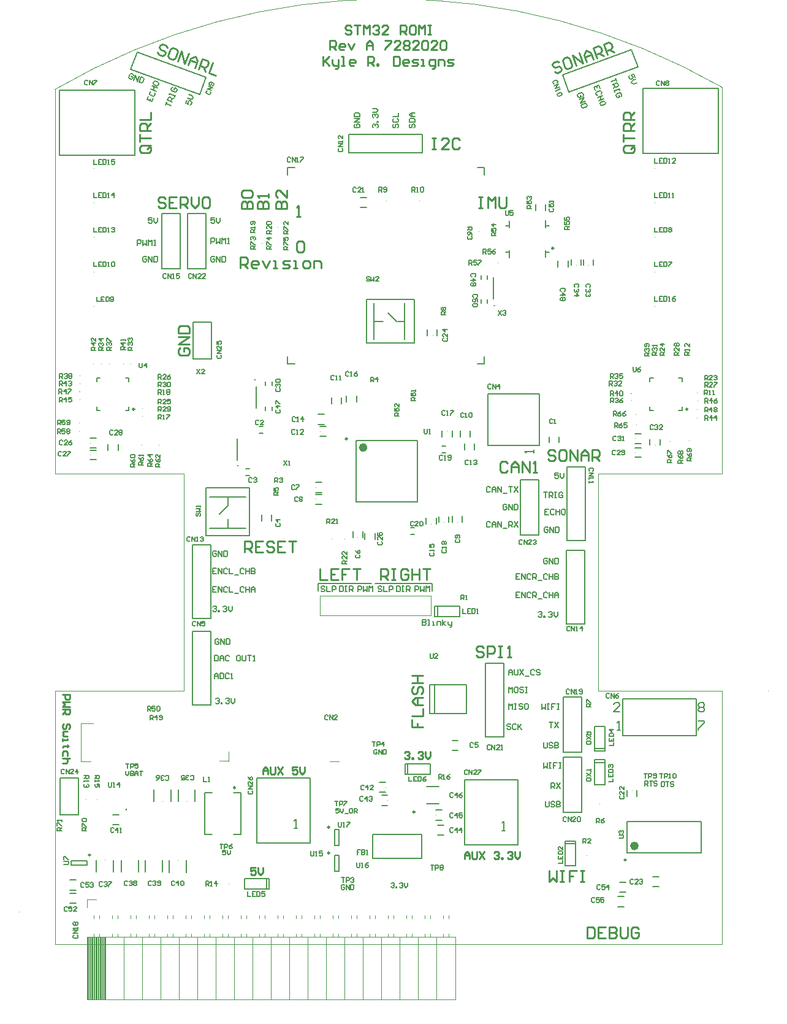
<source format=gto>
G04*
G04 #@! TF.GenerationSoftware,Altium Limited,Altium Designer,20.1.12 (249)*
G04*
G04 Layer_Color=65535*
%FSLAX25Y25*%
%MOIN*%
G70*
G04*
G04 #@! TF.SameCoordinates,8DF9F49D-D30B-48C0-AB84-75DE52E997E5*
G04*
G04*
G04 #@! TF.FilePolarity,Positive*
G04*
G01*
G75*
%ADD10C,0.00394*%
%ADD11C,0.00984*%
%ADD12C,0.02362*%
%ADD13C,0.00200*%
%ADD14C,0.00787*%
%ADD15C,0.00600*%
%ADD16C,0.00700*%
%ADD17C,0.00800*%
%ADD18C,0.00701*%
%ADD19C,0.00472*%
%ADD20C,0.01000*%
%ADD21C,0.00500*%
D10*
X164597Y260100D02*
G03*
X164597Y260100I-197J0D01*
G01*
X165897Y384700D02*
G03*
X165897Y384700I-197J0D01*
G01*
X165997Y393332D02*
G03*
X165997Y393332I-197J0D01*
G01*
X157197D02*
G03*
X157197Y393332I-197J0D01*
G01*
X157397Y384700D02*
G03*
X157397Y384700I-197J0D01*
G01*
X148797Y393332D02*
G03*
X148797Y393332I-197J0D01*
G01*
X148897Y384700D02*
G03*
X148897Y384700I-197J0D01*
G01*
X270297Y272600D02*
G03*
X270297Y272600I-197J0D01*
G01*
X218197Y302000D02*
G03*
X218197Y302000I-197J0D01*
G01*
X206197D02*
G03*
X206197Y302000I-197J0D01*
G01*
X198197Y301000D02*
G03*
X198197Y301000I-197J0D01*
G01*
X188197Y289000D02*
G03*
X188197Y289000I-197J0D01*
G01*
X189097Y282500D02*
G03*
X189097Y282500I-197J0D01*
G01*
X66039Y350477D02*
G03*
X66039Y350477I-197J0D01*
G01*
Y425477D02*
G03*
X66039Y425477I-197J0D01*
G01*
X236197Y302000D02*
G03*
X236197Y302000I-197J0D01*
G01*
X231197D02*
G03*
X231197Y302000I-197J0D01*
G01*
X53197Y29000D02*
G03*
X53197Y29000I-197J0D01*
G01*
Y36000D02*
G03*
X53197Y36000I-197J0D01*
G01*
X79547Y71648D02*
G03*
X79547Y71648I-197J0D01*
G01*
X51197Y69000D02*
G03*
X51197Y69000I-197J0D01*
G01*
X264197Y112000D02*
G03*
X264197Y112000I-197J0D01*
G01*
X216197Y224000D02*
G03*
X216197Y224000I-197J0D01*
G01*
X328297Y372800D02*
G03*
X328297Y372800I-197J0D01*
G01*
X66039Y406727D02*
G03*
X66039Y406727I-197J0D01*
G01*
X58397Y299800D02*
G03*
X58397Y299800I-197J0D01*
G01*
X65632Y319078D02*
G03*
X65632Y319078I-197J0D01*
G01*
X58005Y282450D02*
G03*
X58005Y282450I-197J0D01*
G01*
Y287150D02*
G03*
X58005Y287150I-197J0D01*
G01*
X58397Y308500D02*
G03*
X58397Y308500I-197J0D01*
G01*
X64036Y269750D02*
G03*
X64036Y269750I-197J0D01*
G01*
Y276150D02*
G03*
X64036Y276150I-197J0D01*
G01*
X76536Y272401D02*
G03*
X76536Y272401I-197J0D01*
G01*
X92036Y274985D02*
G03*
X92036Y274985I-197J0D01*
G01*
X92297Y290650D02*
G03*
X92297Y290650I-197J0D01*
G01*
Y299310D02*
G03*
X92297Y299310I-197J0D01*
G01*
Y294980D02*
G03*
X92297Y294980I-197J0D01*
G01*
Y312300D02*
G03*
X92297Y312300I-197J0D01*
G01*
Y303640D02*
G03*
X92297Y303640I-197J0D01*
G01*
X96536Y275379D02*
G03*
X96536Y275379I-197J0D01*
G01*
X101336Y274985D02*
G03*
X101336Y274985I-197J0D01*
G01*
X58325Y304200D02*
G03*
X58325Y304200I-197J0D01*
G01*
X86936Y274985D02*
G03*
X86936Y274985I-197J0D01*
G01*
X360997Y286100D02*
G03*
X360997Y286100I-197J0D01*
G01*
X358325Y308600D02*
G03*
X358325Y308600I-197J0D01*
G01*
X360397Y271100D02*
G03*
X360397Y271100I-197J0D01*
G01*
Y278700D02*
G03*
X360397Y278700I-197J0D01*
G01*
X360903Y291900D02*
G03*
X360903Y291900I-197J0D01*
G01*
X358325Y303200D02*
G03*
X358325Y303200I-197J0D01*
G01*
Y299300D02*
G03*
X358325Y299300I-197J0D01*
G01*
X371039Y425477D02*
G03*
X371039Y425477I-197J0D01*
G01*
Y406727D02*
G03*
X371039Y406727I-197J0D01*
G01*
Y387977D02*
G03*
X371039Y387977I-197J0D01*
G01*
Y350477D02*
G03*
X371039Y350477I-197J0D01*
G01*
X371297Y275136D02*
G03*
X371297Y275136I-197J0D01*
G01*
X358325Y312600D02*
G03*
X358325Y312600I-197J0D01*
G01*
X370822Y319300D02*
G03*
X370822Y319300I-197J0D01*
G01*
X379397Y277006D02*
G03*
X379397Y277006I-197J0D01*
G01*
X383397Y319300D02*
G03*
X383397Y319300I-197J0D01*
G01*
X384797Y277006D02*
G03*
X384797Y277006I-197J0D01*
G01*
X375097Y319300D02*
G03*
X375097Y319300I-197J0D01*
G01*
X389697Y277400D02*
G03*
X389697Y277400I-197J0D01*
G01*
X394197Y289800D02*
G03*
X394197Y289800I-197J0D01*
G01*
Y299100D02*
G03*
X394197Y299100I-197J0D01*
G01*
Y294500D02*
G03*
X394197Y294500I-197J0D01*
G01*
Y303540D02*
G03*
X394197Y303540I-197J0D01*
G01*
Y311700D02*
G03*
X394197Y311700I-197J0D01*
G01*
Y307600D02*
G03*
X394197Y307600I-197J0D01*
G01*
X366597Y319300D02*
G03*
X366597Y319300I-197J0D01*
G01*
X371039Y369227D02*
G03*
X371039Y369227I-197J0D01*
G01*
X388397Y319300D02*
G03*
X388397Y319300I-197J0D01*
G01*
X70097Y319078D02*
G03*
X70097Y319078I-197J0D01*
G01*
X81897D02*
G03*
X81897Y319078I-197J0D01*
G01*
X74233D02*
G03*
X74233Y319078I-197J0D01*
G01*
X66039Y387977D02*
G03*
X66039Y387977I-197J0D01*
G01*
X92297Y307970D02*
G03*
X92297Y307970I-197J0D01*
G01*
X66039Y369227D02*
G03*
X66039Y369227I-197J0D01*
G01*
X85936Y319078D02*
G03*
X85936Y319078I-197J0D01*
G01*
X58397Y312700D02*
G03*
X58397Y312700I-197J0D01*
G01*
X256497Y233100D02*
G03*
X256497Y233100I-197J0D01*
G01*
X249497Y232250D02*
G03*
X249497Y232250I-197J0D01*
G01*
X202397Y224000D02*
G03*
X202397Y224000I-197J0D01*
G01*
X263797Y233200D02*
G03*
X263797Y233200I-197J0D01*
G01*
X186697Y252200D02*
G03*
X186697Y252200I-197J0D01*
G01*
Y245700D02*
G03*
X186697Y245700I-197J0D01*
G01*
X209597Y224900D02*
G03*
X209597Y224900I-197J0D01*
G01*
X250197Y349000D02*
G03*
X250197Y349000I-197J0D01*
G01*
X250197Y334756D02*
G03*
X250197Y334756I-197J0D01*
G01*
X258597Y192000D02*
G03*
X258597Y192000I-197J0D01*
G01*
X108897Y131600D02*
G03*
X108897Y131600I-197J0D01*
G01*
X109497Y127000D02*
G03*
X109497Y127000I-197J0D01*
G01*
X160197Y234000D02*
G03*
X160197Y234000I-197J0D01*
G01*
Y249000D02*
G03*
X160197Y249000I-197J0D01*
G01*
X308897Y406000D02*
G03*
X308897Y406000I-197J0D01*
G01*
X298897Y406937D02*
G03*
X298897Y406937I-197J0D01*
G01*
X322897Y387000D02*
G03*
X322897Y387000I-197J0D01*
G01*
X321197Y372013D02*
G03*
X321197Y372013I-197J0D01*
G01*
X335197Y372800D02*
G03*
X335197Y372800I-197J0D01*
G01*
X341197Y131000D02*
G03*
X341197Y131000I-197J0D01*
G01*
Y80150D02*
G03*
X341197Y80150I-197J0D01*
G01*
X334197Y52150D02*
G03*
X334197Y52150I-197J0D01*
G01*
X358697Y87500D02*
G03*
X358697Y87500I-197J0D01*
G01*
X370197Y38000D02*
G03*
X370197Y38000I-197J0D01*
G01*
X351197Y27000D02*
G03*
X351197Y27000I-197J0D01*
G01*
X352197Y35000D02*
G03*
X352197Y35000I-197J0D01*
G01*
X279897Y390968D02*
G03*
X279897Y390968I-197J0D01*
G01*
X275597Y391200D02*
G03*
X275597Y391200I-197J0D01*
G01*
X285697Y374100D02*
G03*
X285697Y374100I-197J0D01*
G01*
X281165Y384400D02*
G03*
X281165Y384400I-197J0D01*
G01*
X256197Y99000D02*
G03*
X256197Y99000I-197J0D01*
G01*
X247197Y85000D02*
G03*
X247197Y85000I-197J0D01*
G01*
X252047Y74000D02*
G03*
X252047Y74000I-197J0D01*
G01*
X253197Y66000D02*
G03*
X253197Y66000I-197J0D01*
G01*
X212197Y64000D02*
G03*
X212197Y64000I-197J0D01*
G01*
X225821Y82146D02*
G03*
X225821Y82146I-197J0D01*
G01*
X224671Y89146D02*
G03*
X224671Y89146I-197J0D01*
G01*
X56497Y69000D02*
G03*
X56497Y69000I-197J0D01*
G01*
X61647Y82348D02*
G03*
X61647Y82348I-197J0D01*
G01*
X139597Y36900D02*
G03*
X139597Y36900I-197J0D01*
G01*
X67747Y82348D02*
G03*
X67747Y82348I-197J0D01*
G01*
X103447Y81449D02*
G03*
X103447Y81449I-197J0D01*
G01*
X116547D02*
G03*
X116547Y81449I-197J0D01*
G01*
X72097Y49700D02*
G03*
X72097Y49700I-197J0D01*
G01*
X85597Y49600D02*
G03*
X85597Y49600I-197J0D01*
G01*
X98797D02*
G03*
X98797Y49600I-197J0D01*
G01*
X111697Y49500D02*
G03*
X111697Y49500I-197J0D01*
G01*
X258197Y282850D02*
G03*
X258197Y282850I-197J0D01*
G01*
X195397Y224000D02*
G03*
X195397Y224000I-197J0D01*
G01*
X316497Y279700D02*
G03*
X316497Y279700I-197J0D01*
G01*
X268197Y283000D02*
G03*
X268197Y283000I-197J0D01*
G01*
X211197Y407000D02*
G03*
X211197Y407000I-197J0D01*
G01*
X243197Y407879D02*
G03*
X243197Y407879I-197J0D01*
G01*
X225197Y407880D02*
G03*
X225197Y407880I-197J0D01*
G01*
D11*
X355331Y49795D02*
G03*
X355331Y49795I-492J0D01*
G01*
X194063Y53512D02*
G03*
X194063Y53512I-492J0D01*
G01*
X87976Y294615D02*
G03*
X87976Y294615I-492J0D01*
G01*
X388837D02*
G03*
X388837Y294615I-492J0D01*
G01*
X194063Y67512D02*
G03*
X194063Y67512I-492J0D01*
G01*
X203742Y278520D02*
G03*
X203742Y278520I-492J0D01*
G01*
X240410Y75712D02*
G03*
X240410Y75712I-492J0D01*
G01*
X64004Y52429D02*
G03*
X64004Y52429I-492J0D01*
G01*
X315887Y382115D02*
G03*
X315887Y382115I-492J0D01*
G01*
X142791Y88976D02*
G03*
X142791Y88976I-492J0D01*
G01*
D12*
X361039Y57374D02*
G03*
X361039Y57374I-1181J0D01*
G01*
X213486Y273795D02*
G03*
X213486Y273795I-1181J0D01*
G01*
D13*
X44900Y276500D02*
G03*
X45000Y276400I100J0D01*
G01*
X407504Y469507D02*
G03*
X44800Y468395I-180388J-314776D01*
G01*
X25240Y141600D02*
G03*
X25140Y141500I0J-100D01*
G01*
X432600D02*
G03*
X432500Y141600I-100J0D01*
G01*
X25140Y21500D02*
G03*
X25240Y21400I100J0D01*
G01*
X44900Y468441D02*
X44900Y259600D01*
X407500Y469500D02*
X407500Y259710D01*
X340100D02*
X407500D01*
X44900Y3805D02*
Y141600D01*
Y3805D02*
X407600Y3805D01*
X407600Y141600D01*
X44900Y259600D02*
X114800D01*
X58900Y103400D02*
X64100D01*
X58800Y103300D02*
X58900Y103400D01*
X58800Y103300D02*
Y123800D01*
X58900Y123900D01*
X65500D01*
X134200Y103500D02*
X139100D01*
X139200Y103400D01*
Y108500D01*
X194200Y103400D02*
X199200D01*
X188800Y193300D02*
X249100D01*
X188800Y182800D02*
Y193300D01*
X188700Y182700D02*
X188800Y182800D01*
X188700Y182700D02*
X249000D01*
X249100Y182600D01*
Y193300D01*
X44900Y141600D02*
X114900D01*
X407399Y21299D02*
X407600Y21500D01*
X407600Y141400D02*
Y141600D01*
X365000D02*
X407600D01*
X340100D02*
X365000D01*
X114900D02*
Y259710D01*
X340100Y141600D02*
Y259710D01*
D14*
X119500Y221000D02*
X129500D01*
Y181000D02*
Y221000D01*
X119500Y181000D02*
Y221000D01*
Y181000D02*
X129500D01*
X272758Y272600D02*
X272758Y275848D01*
X267442Y272600D02*
Y275848D01*
X208854Y302000D02*
X208854Y298752D01*
X203146D02*
X203146Y302000D01*
X195343Y297752D02*
X195343Y301000D01*
X200658Y297752D02*
Y301000D01*
X188000Y291854D02*
X191248Y291854D01*
X188000Y286146D02*
X191248Y286146D01*
X188900Y279842D02*
X192148Y279842D01*
X188900Y285157D02*
X192148D01*
X355921Y53437D02*
X396079D01*
X355921Y70563D02*
X396079D01*
X355921Y53437D02*
Y70563D01*
X396079Y53437D02*
Y70563D01*
X196819Y52331D02*
X199181D01*
X196819Y43669D02*
X199181D01*
X196819D02*
Y52331D01*
X199181Y43669D02*
Y52331D01*
X53000Y26342D02*
X56248Y26342D01*
X53000Y31657D02*
X56248D01*
X53000Y38854D02*
X56248Y38854D01*
X53000Y33146D02*
X56248Y33146D01*
X76102Y74306D02*
X79350Y74306D01*
X76102Y68991D02*
X79350D01*
X280200Y274800D02*
Y302800D01*
X308200Y274800D02*
Y302800D01*
X280200Y274800D02*
X308200D01*
X280200Y302800D02*
X308200D01*
X260752Y109343D02*
X264000D01*
X260752Y114657D02*
X264000Y114657D01*
X218854Y224000D02*
X218854Y227248D01*
X213146D02*
X213146Y224000D01*
X307800Y226400D02*
Y256400D01*
X297800D02*
X307800D01*
X297800Y226400D02*
Y256400D01*
Y226400D02*
X307800D01*
X325443Y372800D02*
Y376048D01*
X330757Y372800D02*
X330757Y376048D01*
X84925Y294024D02*
Y295895D01*
X83055Y294024D02*
X84925D01*
X67405D02*
X69276D01*
X67405D02*
Y295895D01*
Y309674D02*
Y311544D01*
X69276D01*
X84925Y309674D02*
Y311544D01*
X83055D02*
X84925D01*
X383916D02*
X385786D01*
Y309674D02*
Y311544D01*
X368266D02*
X370136D01*
X368266Y309674D02*
Y311544D01*
Y294024D02*
Y295895D01*
Y294024D02*
X370136D01*
X383916D02*
X385786D01*
Y295895D01*
X63839Y272408D02*
X67087D01*
X63839Y267093D02*
X67087Y267093D01*
X63839Y278808D02*
X67087D01*
X63839Y273493D02*
X67087Y273493D01*
X79194Y272401D02*
X79194Y275649D01*
X73485D02*
X73485Y272401D01*
X360200Y273758D02*
X363448D01*
X360200Y268443D02*
X363448Y268443D01*
X360200Y281358D02*
X363448D01*
X360200Y276043D02*
X363448Y276043D01*
X368246Y278384D02*
X368246Y275136D01*
X373954D02*
X373954Y278384D01*
X196819Y66331D02*
X199181D01*
X196819Y57669D02*
X199181D01*
X196819D02*
Y66331D01*
X199181Y57669D02*
Y66331D01*
X154433Y58953D02*
X183567D01*
Y94386D01*
X154433D02*
X183567D01*
X154433Y58953D02*
Y94386D01*
X267433Y57764D02*
X296567D01*
Y93197D01*
X267433D02*
X296567D01*
X267433Y57764D02*
Y93197D01*
X323000Y178000D02*
X333000D01*
X323000D02*
Y218000D01*
X333000Y178000D02*
Y218000D01*
X323000D02*
X333000D01*
X258958Y233100D02*
X258958Y236348D01*
X253643Y233100D02*
Y236348D01*
X246446Y235498D02*
X246446Y232250D01*
X252154D02*
X252154Y235498D01*
X266258Y233200D02*
X266258Y236448D01*
X260943Y233200D02*
Y236448D01*
X244600Y433900D02*
Y443900D01*
X204600Y433900D02*
X244600D01*
X204600Y443900D02*
X244600D01*
X204600Y433900D02*
Y443900D01*
X208368Y244268D02*
X241832D01*
X208368Y277732D02*
X241832D01*
Y244268D02*
Y277732D01*
X208368Y244268D02*
Y277732D01*
X186500Y255054D02*
X189748Y255054D01*
X186500Y249346D02*
X189748Y249346D01*
X186500Y243042D02*
X189748Y243042D01*
X186500Y248358D02*
X189748D01*
X212057Y224900D02*
X212057Y228148D01*
X206743Y224900D02*
Y228148D01*
X252658Y334756D02*
X252658Y338004D01*
X247342Y334756D02*
Y338004D01*
X278900Y156700D02*
X288900D01*
Y116700D02*
Y156700D01*
X278900Y116700D02*
Y156700D01*
Y116700D02*
X288900D01*
X103000Y401000D02*
X113000D01*
Y371000D02*
Y401000D01*
X103000Y371000D02*
X113000D01*
X103000D02*
Y401000D01*
X117000D02*
X127000D01*
Y371000D02*
Y401000D01*
X117000Y371000D02*
X127000D01*
X117000D02*
Y401000D01*
X162657Y234000D02*
X162657Y237248D01*
X157343Y234000D02*
Y237248D01*
X306043Y402752D02*
X306043Y406000D01*
X311357Y402752D02*
Y406000D01*
X318146Y375261D02*
X318146Y372013D01*
X323854D02*
X323854Y375261D01*
X337657Y372800D02*
X337657Y376048D01*
X332343Y372800D02*
Y376048D01*
X353600Y117200D02*
X393600D01*
X353600Y137200D02*
X393600D01*
X353600Y117200D02*
Y137200D01*
X393600Y117200D02*
Y137200D01*
X355842Y84252D02*
X355842Y87500D01*
X361157Y84252D02*
Y87500D01*
X370000Y35342D02*
X373248Y35342D01*
X370000Y40657D02*
X373248D01*
X351000Y29854D02*
X354248Y29854D01*
X351000Y24146D02*
X354248Y24146D01*
X352000Y32342D02*
X355248Y32342D01*
X352000Y37657D02*
X355248D01*
X247000Y89626D02*
X253496Y89626D01*
X247000Y80374D02*
X253496Y80374D01*
X251850Y76854D02*
X255098Y76854D01*
X251850Y71146D02*
X255098Y71146D01*
X253000Y63342D02*
X256248Y63342D01*
X253000Y68657D02*
X256248D01*
X222376Y79291D02*
X225624Y79291D01*
X222376Y85000D02*
X225624Y85000D01*
X217674Y50712D02*
X244052D01*
X217674Y63507D02*
X244052D01*
Y50712D02*
Y63507D01*
X217674Y50712D02*
Y63507D01*
X221226Y91803D02*
X224474Y91803D01*
X221226Y86488D02*
X224474D01*
X120000Y322000D02*
Y342000D01*
Y322000D02*
X130000D01*
Y342000D01*
X120000D02*
X130000D01*
X53669Y46819D02*
X62331D01*
X53669Y49181D02*
X62331D01*
X53669Y46819D02*
Y49181D01*
X62331Y46819D02*
Y49181D01*
X47500Y94400D02*
X57500D01*
Y74400D02*
Y94400D01*
X47500Y74400D02*
X57500D01*
X47500D02*
Y94400D01*
X364622Y433564D02*
X405567D01*
Y468997D01*
X364622D02*
X405567D01*
X364622Y433564D02*
Y468997D01*
X47133Y432464D02*
X88078D01*
Y467897D01*
X47133D02*
X88078D01*
X47133Y432464D02*
Y467897D01*
X98624Y81449D02*
X98624Y87945D01*
X107876Y81449D02*
X107876Y87945D01*
X111724Y81449D02*
X111724Y87945D01*
X120976Y81449D02*
X120976Y87945D01*
X76526Y43204D02*
X76526Y49700D01*
X67274Y43204D02*
X67274Y49700D01*
X90026Y43104D02*
X90026Y49600D01*
X80774Y43104D02*
X80774Y49600D01*
X103226Y43104D02*
X103226Y49600D01*
X93974Y43104D02*
X93974Y49600D01*
X116126Y43004D02*
X116126Y49500D01*
X106874Y43004D02*
X106874Y49500D01*
X321300Y108200D02*
Y138200D01*
Y108200D02*
X331300D01*
Y138200D01*
X321300D02*
X331300D01*
Y75500D02*
Y105500D01*
X321300D02*
X331300D01*
X321300Y75500D02*
Y105500D01*
Y75500D02*
X331300D01*
X255146Y279602D02*
X255146Y282850D01*
X260854D02*
X260854Y279602D01*
X318957Y276452D02*
Y279700D01*
X313643Y276452D02*
X313643Y279700D01*
X323100Y223200D02*
X333100D01*
X323100D02*
Y263200D01*
X333100Y223200D02*
Y263200D01*
X323100D02*
X333100D01*
X320740Y476255D02*
X324160Y466858D01*
X320740Y476255D02*
X358327Y489935D01*
X324160Y466858D02*
X361747Y480539D01*
X358327Y489935D02*
X361747Y480539D01*
X85978Y479239D02*
X89398Y488635D01*
X126986Y474955D01*
X85978Y479239D02*
X123566Y465558D01*
X126986Y474955D01*
X270657Y279752D02*
Y283000D01*
X265342Y279752D02*
X265342Y283000D01*
X211000Y409657D02*
X214248D01*
X211000Y404343D02*
X214248Y404343D01*
X145843Y63583D02*
Y86417D01*
X126157Y63583D02*
Y86417D01*
X141709D02*
X145843D01*
X141709Y63583D02*
X145843D01*
X126157Y86417D02*
X130291D01*
X126157Y63583D02*
X130291D01*
X119500Y134000D02*
X129500D01*
X119500D02*
Y174000D01*
X129500Y134000D02*
Y174000D01*
X119500D02*
X129500D01*
D15*
X251273Y181900D02*
X264800D01*
Y185556D01*
Y187600D01*
Y181900D02*
Y185556D01*
X252750Y181900D02*
Y187600D01*
X251273D02*
X264800D01*
X251273Y181900D02*
Y187600D01*
X238332Y230172D02*
X240300D01*
X238332Y226628D02*
X240300Y226628D01*
X255231Y274572D02*
X257200D01*
X255231Y271028D02*
X257200Y271028D01*
X188000Y196000D02*
Y200000D01*
X217000D01*
X250000Y196000D02*
Y200000D01*
X219000D02*
X250000D01*
X148600Y262172D02*
X150568Y262172D01*
X148600Y258628D02*
X150568D01*
X156000Y285172D02*
X157968Y285172D01*
X156000Y281628D02*
X157968D01*
X279972Y365300D02*
Y367268D01*
X276428Y365300D02*
X276428Y367268D01*
Y352331D02*
Y354300D01*
X279972Y352331D02*
X279972Y354300D01*
X322200Y59976D02*
X327900D01*
Y46450D02*
Y59976D01*
X322200Y58500D02*
X327900D01*
X322200Y46450D02*
X325856D01*
X327900D01*
X322200D02*
X325856D01*
X322200D02*
Y59976D01*
X235173Y96200D02*
Y101900D01*
X248700D01*
X236650Y96200D02*
Y101900D01*
X248700Y96200D02*
Y99856D01*
Y101900D01*
Y96200D02*
Y99856D01*
X235173Y96200D02*
X248700D01*
X161334Y34000D02*
Y39700D01*
X147807Y34000D02*
X161334D01*
X159857D02*
Y39700D01*
X147807Y36044D02*
Y39700D01*
Y34000D02*
Y36044D01*
Y39700D01*
X161334D01*
X83550Y76948D02*
Y77448D01*
X159228Y294032D02*
Y296000D01*
X162772Y294032D02*
X162772Y296000D01*
X162772Y307575D02*
Y309543D01*
X159228Y307575D02*
X159228Y309543D01*
X338100Y108866D02*
X343800D01*
X338100D02*
Y122393D01*
Y110343D02*
X343800D01*
X340144Y122393D02*
X343800D01*
X338100D02*
X340144D01*
X343800D01*
Y108866D02*
Y122393D01*
X338200Y104134D02*
X343900D01*
Y90607D02*
Y104134D01*
X338200Y102657D02*
X343900D01*
X338200Y90607D02*
X341856D01*
X343900D01*
X338200D02*
X341856D01*
X338200D02*
Y104134D01*
X94599Y377099D02*
X94099Y377599D01*
X93099D01*
X92599Y377099D01*
Y375100D01*
X93099Y374600D01*
X94099D01*
X94599Y375100D01*
Y376099D01*
X93599D01*
X95598Y374600D02*
Y377599D01*
X97598Y374600D01*
Y377599D01*
X98597D02*
Y374600D01*
X100097D01*
X100597Y375100D01*
Y377099D01*
X100097Y377599D01*
X98597D01*
X89600Y383600D02*
Y386599D01*
X91100D01*
X91599Y386099D01*
Y385100D01*
X91100Y384600D01*
X89600D01*
X92599Y386599D02*
Y383600D01*
X93599Y384600D01*
X94598Y383600D01*
Y386599D01*
X95598Y383600D02*
Y386599D01*
X96598Y385599D01*
X97597Y386599D01*
Y383600D01*
X98597D02*
X99597D01*
X99097D01*
Y386599D01*
X98597Y386099D01*
X97598Y398599D02*
X95598D01*
Y397099D01*
X96598Y397599D01*
X97098D01*
X97598Y397099D01*
Y396100D01*
X97098Y395600D01*
X96098D01*
X95598Y396100D01*
X98597Y398599D02*
Y396600D01*
X99597Y395600D01*
X100597Y396600D01*
Y398599D01*
X307600Y184099D02*
X308100Y184599D01*
X309100D01*
X309599Y184099D01*
Y183599D01*
X309100Y183099D01*
X308600D01*
X309100D01*
X309599Y182600D01*
Y182100D01*
X309100Y181600D01*
X308100D01*
X307600Y182100D01*
X310599Y181600D02*
Y182100D01*
X311099D01*
Y181600D01*
X310599D01*
X313098Y184099D02*
X313598Y184599D01*
X314598D01*
X315098Y184099D01*
Y183599D01*
X314598Y183099D01*
X314098D01*
X314598D01*
X315098Y182600D01*
Y182100D01*
X314598Y181600D01*
X313598D01*
X313098Y182100D01*
X316097Y184599D02*
Y182600D01*
X317097Y181600D01*
X318097Y182600D01*
Y184599D01*
X130600Y187099D02*
X131100Y187599D01*
X132099D01*
X132599Y187099D01*
Y186599D01*
X132099Y186100D01*
X131600D01*
X132099D01*
X132599Y185600D01*
Y185100D01*
X132099Y184600D01*
X131100D01*
X130600Y185100D01*
X133599Y184600D02*
Y185100D01*
X134099D01*
Y184600D01*
X133599D01*
X136098Y187099D02*
X136598Y187599D01*
X137598D01*
X138098Y187099D01*
Y186599D01*
X137598Y186100D01*
X137098D01*
X137598D01*
X138098Y185600D01*
Y185100D01*
X137598Y184600D01*
X136598D01*
X136098Y185100D01*
X139097Y187599D02*
Y185600D01*
X140097Y184600D01*
X141097Y185600D01*
Y187599D01*
X281399Y232999D02*
X280900Y233499D01*
X279900D01*
X279400Y232999D01*
Y231000D01*
X279900Y230500D01*
X280900D01*
X281399Y231000D01*
X282399Y230500D02*
Y232499D01*
X283399Y233499D01*
X284398Y232499D01*
Y230500D01*
Y231999D01*
X282399D01*
X285398Y230500D02*
Y233499D01*
X287397Y230500D01*
Y233499D01*
X288397Y230000D02*
X290396D01*
X291396Y230500D02*
Y233499D01*
X292896D01*
X293395Y232999D01*
Y231999D01*
X292896Y231500D01*
X291396D01*
X292396D02*
X293395Y230500D01*
X294395Y233499D02*
X296394Y230500D01*
Y233499D02*
X294395Y230500D01*
X281399Y251999D02*
X280900Y252499D01*
X279900D01*
X279400Y251999D01*
Y250000D01*
X279900Y249500D01*
X280900D01*
X281399Y250000D01*
X282399Y249500D02*
Y251499D01*
X283399Y252499D01*
X284398Y251499D01*
Y249500D01*
Y250999D01*
X282399D01*
X285398Y249500D02*
Y252499D01*
X287397Y249500D01*
Y252499D01*
X288397Y249000D02*
X290396D01*
X291396Y252499D02*
X293395D01*
X292396D01*
Y249500D01*
X294395Y252499D02*
X296394Y249500D01*
Y252499D02*
X294395Y249500D01*
X290396Y242499D02*
X289897Y242999D01*
X288897D01*
X288397Y242499D01*
Y240500D01*
X288897Y240000D01*
X289897D01*
X290396Y240500D01*
Y241499D01*
X289397D01*
X291396Y240000D02*
Y242999D01*
X293395Y240000D01*
Y242999D01*
X294395D02*
Y240000D01*
X295895D01*
X296394Y240500D01*
Y242499D01*
X295895Y242999D01*
X294395D01*
X116507Y462674D02*
X115823Y460795D01*
X117232Y460282D01*
X117104Y461392D01*
X117276Y461862D01*
X117916Y462161D01*
X118856Y461819D01*
X119154Y461178D01*
X118812Y460239D01*
X118172Y459940D01*
X116849Y463613D02*
X118728Y462929D01*
X120009Y463527D01*
X119412Y464808D01*
X117533Y465492D01*
X87503Y476023D02*
X87204Y476664D01*
X86264Y477006D01*
X85624Y476707D01*
X84940Y474828D01*
X85239Y474188D01*
X86178Y473846D01*
X86819Y474145D01*
X87161Y475084D01*
X86221Y475426D01*
X87587Y473333D02*
X88613Y476151D01*
X89466Y472649D01*
X90492Y475467D01*
X91431Y475125D02*
X90405Y472307D01*
X91814Y471794D01*
X92455Y472093D01*
X93139Y473972D01*
X92840Y474612D01*
X91431Y475125D01*
X95507Y464674D02*
X94823Y462795D01*
X97641Y461769D01*
X98325Y463648D01*
X96232Y462282D02*
X96574Y463221D01*
X97003Y467321D02*
X96362Y467022D01*
X96020Y466083D01*
X96319Y465442D01*
X98197Y464758D01*
X98838Y465057D01*
X99180Y465996D01*
X98881Y466637D01*
X96875Y468431D02*
X99693Y467405D01*
X98284Y467918D01*
X98968Y469797D01*
X97558Y470310D01*
X100377Y469284D01*
X98413Y472658D02*
X98071Y471719D01*
X98370Y471078D01*
X100249Y470395D01*
X100890Y470693D01*
X101231Y471633D01*
X100933Y472273D01*
X99054Y472957D01*
X98413Y472658D01*
X104823Y459795D02*
X105507Y461673D01*
X105165Y460734D01*
X107983Y459708D01*
X108667Y461587D02*
X105849Y462613D01*
X106362Y464022D01*
X107002Y464321D01*
X107942Y463979D01*
X108241Y463338D01*
X107728Y461929D01*
X108070Y462868D02*
X109351Y463466D01*
X106875Y465431D02*
X107217Y466370D01*
X107046Y465901D01*
X109864Y464875D01*
X109693Y464405D01*
X110035Y465345D01*
X108883Y469487D02*
X108242Y469189D01*
X107900Y468249D01*
X108199Y467609D01*
X110078Y466925D01*
X110719Y467224D01*
X111061Y468163D01*
X110762Y468804D01*
X109822Y469145D01*
X109480Y468206D01*
X349587Y474667D02*
X350271Y472788D01*
X349929Y473728D01*
X347111Y472702D01*
X347795Y470823D02*
X350613Y471849D01*
X351126Y470440D01*
X350827Y469799D01*
X349888Y469457D01*
X349247Y469756D01*
X348734Y471165D01*
X349076Y470226D02*
X348479Y468945D01*
X351639Y469031D02*
X351981Y468091D01*
X351810Y468561D01*
X348991Y467535D01*
X348820Y468005D01*
X349162Y467066D01*
X352708Y464633D02*
X353006Y465273D01*
X352664Y466213D01*
X352024Y466511D01*
X350145Y465828D01*
X349846Y465187D01*
X350188Y464248D01*
X350829Y463949D01*
X351768Y464291D01*
X351426Y465230D01*
X341271Y468788D02*
X340587Y470667D01*
X337769Y469641D01*
X338453Y467763D01*
X339178Y470154D02*
X339520Y469215D01*
X341827Y465799D02*
X342126Y466440D01*
X341784Y467379D01*
X341143Y467678D01*
X339264Y466994D01*
X338966Y466354D01*
X339308Y465414D01*
X339948Y465115D01*
X342639Y465031D02*
X339821Y464005D01*
X341230Y464518D01*
X341913Y462639D01*
X343322Y463152D01*
X340504Y462126D01*
X344177Y460804D02*
X343835Y461743D01*
X343195Y462042D01*
X341316Y461358D01*
X341017Y460717D01*
X341359Y459778D01*
X342000Y459479D01*
X343879Y460163D01*
X344177Y460804D01*
X331801Y464617D02*
X332100Y465258D01*
X331758Y466197D01*
X331118Y466496D01*
X329239Y465812D01*
X328940Y465172D01*
X329282Y464232D01*
X329923Y463934D01*
X330862Y464276D01*
X330520Y465215D01*
X329795Y462823D02*
X332613Y463849D01*
X330479Y460945D01*
X333297Y461970D01*
X333639Y461031D02*
X330820Y460005D01*
X331333Y458596D01*
X331974Y458297D01*
X333853Y458981D01*
X334152Y459622D01*
X333639Y461031D01*
X360271Y474788D02*
X359587Y476667D01*
X358178Y476154D01*
X358990Y475386D01*
X359161Y474916D01*
X358862Y474275D01*
X357923Y473934D01*
X357282Y474232D01*
X356940Y475172D01*
X357239Y475812D01*
X360613Y473849D02*
X358734Y473165D01*
X358137Y471884D01*
X359418Y471286D01*
X361297Y471970D01*
X318599Y259999D02*
X316600D01*
Y258500D01*
X317600Y258999D01*
X318099D01*
X318599Y258500D01*
Y257500D01*
X318099Y257000D01*
X317100D01*
X316600Y257500D01*
X319599Y259999D02*
Y258000D01*
X320599Y257000D01*
X321598Y258000D01*
Y259999D01*
X312899Y230199D02*
X312400Y230699D01*
X311400D01*
X310900Y230199D01*
Y228200D01*
X311400Y227700D01*
X312400D01*
X312899Y228200D01*
Y229200D01*
X311900D01*
X313899Y227700D02*
Y230699D01*
X315898Y227700D01*
Y230699D01*
X316898D02*
Y227700D01*
X318398D01*
X318897Y228200D01*
Y230199D01*
X318398Y230699D01*
X316898D01*
X313199Y240299D02*
X311200D01*
Y237300D01*
X313199D01*
X311200Y238800D02*
X312200D01*
X316198Y239799D02*
X315699Y240299D01*
X314699D01*
X314199Y239799D01*
Y237800D01*
X314699Y237300D01*
X315699D01*
X316198Y237800D01*
X317198Y240299D02*
Y237300D01*
Y238800D01*
X319197D01*
Y240299D01*
Y237300D01*
X321697Y240299D02*
X320697D01*
X320197Y239799D01*
Y237800D01*
X320697Y237300D01*
X321697D01*
X322196Y237800D01*
Y239799D01*
X321697Y240299D01*
X310400Y249499D02*
X312399D01*
X311400D01*
Y246500D01*
X313399D02*
Y249499D01*
X314898D01*
X315398Y248999D01*
Y248000D01*
X314898Y247500D01*
X313399D01*
X314399D02*
X315398Y246500D01*
X316398Y249499D02*
X317398D01*
X316898D01*
Y246500D01*
X316398D01*
X317398D01*
X320897Y248999D02*
X320397Y249499D01*
X319397D01*
X318897Y248999D01*
Y247000D01*
X319397Y246500D01*
X320397D01*
X320897Y247000D01*
Y248000D01*
X319897D01*
X129600Y384600D02*
Y387599D01*
X131099D01*
X131599Y387099D01*
Y386100D01*
X131099Y385600D01*
X129600D01*
X132599Y387599D02*
Y384600D01*
X133599Y385600D01*
X134598Y384600D01*
Y387599D01*
X135598Y384600D02*
Y387599D01*
X136598Y386599D01*
X137597Y387599D01*
Y384600D01*
X138597D02*
X139597D01*
X139097D01*
Y387599D01*
X138597Y387099D01*
X131599Y377099D02*
X131099Y377599D01*
X130100D01*
X129600Y377099D01*
Y375100D01*
X130100Y374600D01*
X131099D01*
X131599Y375100D01*
Y376099D01*
X130600D01*
X132599Y374600D02*
Y377599D01*
X134598Y374600D01*
Y377599D01*
X135598D02*
Y374600D01*
X137098D01*
X137597Y375100D01*
Y377099D01*
X137098Y377599D01*
X135598D01*
X131599Y398599D02*
X129600D01*
Y397099D01*
X130600Y397599D01*
X131099D01*
X131599Y397099D01*
Y396100D01*
X131099Y395600D01*
X130100D01*
X129600Y396100D01*
X132599Y398599D02*
Y396600D01*
X133599Y395600D01*
X134598Y396600D01*
Y398599D01*
X291600Y150100D02*
Y152099D01*
X292600Y153099D01*
X293599Y152099D01*
Y150100D01*
Y151599D01*
X291600D01*
X294599Y153099D02*
Y150600D01*
X295099Y150100D01*
X296098D01*
X296598Y150600D01*
Y153099D01*
X297598D02*
X299597Y150100D01*
Y153099D02*
X297598Y150100D01*
X300597Y149600D02*
X302596D01*
X305595Y152599D02*
X305096Y153099D01*
X304096D01*
X303596Y152599D01*
Y150600D01*
X304096Y150100D01*
X305096D01*
X305595Y150600D01*
X308594Y152599D02*
X308095Y153099D01*
X307095D01*
X306595Y152599D01*
Y152099D01*
X307095Y151599D01*
X308095D01*
X308594Y151100D01*
Y150600D01*
X308095Y150100D01*
X307095D01*
X306595Y150600D01*
X292599Y123099D02*
X292099Y123599D01*
X291100D01*
X290600Y123099D01*
Y122599D01*
X291100Y122099D01*
X292099D01*
X292599Y121600D01*
Y121100D01*
X292099Y120600D01*
X291100D01*
X290600Y121100D01*
X295598Y123099D02*
X295098Y123599D01*
X294099D01*
X293599Y123099D01*
Y121100D01*
X294099Y120600D01*
X295098D01*
X295598Y121100D01*
X296598Y123599D02*
Y120600D01*
Y121600D01*
X298597Y123599D01*
X297098Y122099D01*
X298597Y120600D01*
X291600Y131600D02*
Y134599D01*
X292600Y133599D01*
X293599Y134599D01*
Y131600D01*
X294599Y134599D02*
X295599D01*
X295099D01*
Y131600D01*
X294599D01*
X295599D01*
X299098Y134099D02*
X298598Y134599D01*
X297598D01*
X297098Y134099D01*
Y133599D01*
X297598Y133099D01*
X298598D01*
X299098Y132600D01*
Y132100D01*
X298598Y131600D01*
X297598D01*
X297098Y132100D01*
X301597Y134599D02*
X300597D01*
X300097Y134099D01*
Y132100D01*
X300597Y131600D01*
X301597D01*
X302097Y132100D01*
Y134099D01*
X301597Y134599D01*
X291600Y140600D02*
Y143599D01*
X292600Y142599D01*
X293599Y143599D01*
Y140600D01*
X296098Y143599D02*
X295099D01*
X294599Y143099D01*
Y141100D01*
X295099Y140600D01*
X296098D01*
X296598Y141100D01*
Y143099D01*
X296098Y143599D01*
X299597Y143099D02*
X299098Y143599D01*
X298098D01*
X297598Y143099D01*
Y142599D01*
X298098Y142099D01*
X299098D01*
X299597Y141600D01*
Y141100D01*
X299098Y140600D01*
X298098D01*
X297598Y141100D01*
X300597Y143599D02*
X301597D01*
X301097D01*
Y140600D01*
X300597D01*
X301597D01*
X132100Y137199D02*
X132600Y137699D01*
X133599D01*
X134099Y137199D01*
Y136699D01*
X133599Y136199D01*
X133100D01*
X133599D01*
X134099Y135700D01*
Y135200D01*
X133599Y134700D01*
X132600D01*
X132100Y135200D01*
X135099Y134700D02*
Y135200D01*
X135599D01*
Y134700D01*
X135099D01*
X137598Y137199D02*
X138098Y137699D01*
X139098D01*
X139598Y137199D01*
Y136699D01*
X139098Y136199D01*
X138598D01*
X139098D01*
X139598Y135700D01*
Y135200D01*
X139098Y134700D01*
X138098D01*
X137598Y135200D01*
X140597Y137699D02*
Y135700D01*
X141597Y134700D01*
X142597Y135700D01*
Y137699D01*
X133899Y169299D02*
X133399Y169799D01*
X132400D01*
X131900Y169299D01*
Y167300D01*
X132400Y166800D01*
X133399D01*
X133899Y167300D01*
Y168299D01*
X132900D01*
X134899Y166800D02*
Y169799D01*
X136898Y166800D01*
Y169799D01*
X137898D02*
Y166800D01*
X139398D01*
X139897Y167300D01*
Y169299D01*
X139398Y169799D01*
X137898D01*
X131400Y148200D02*
Y150199D01*
X132400Y151199D01*
X133399Y150199D01*
Y148200D01*
Y149699D01*
X131400D01*
X134399Y151199D02*
Y148200D01*
X135899D01*
X136398Y148700D01*
Y150699D01*
X135899Y151199D01*
X134399D01*
X139397Y150699D02*
X138898Y151199D01*
X137898D01*
X137398Y150699D01*
Y148700D01*
X137898Y148200D01*
X138898D01*
X139397Y148700D01*
X140397Y148200D02*
X141397D01*
X140897D01*
Y151199D01*
X140397Y150699D01*
X131600Y160899D02*
Y157900D01*
X133099D01*
X133599Y158400D01*
Y160399D01*
X133099Y160899D01*
X131600D01*
X134599Y157900D02*
Y159899D01*
X135599Y160899D01*
X136598Y159899D01*
Y157900D01*
Y159399D01*
X134599D01*
X139597Y160399D02*
X139098Y160899D01*
X138098D01*
X137598Y160399D01*
Y158400D01*
X138098Y157900D01*
X139098D01*
X139597Y158400D01*
X145096Y160899D02*
X144096D01*
X143596Y160399D01*
Y158400D01*
X144096Y157900D01*
X145096D01*
X145596Y158400D01*
Y160399D01*
X145096Y160899D01*
X146595D02*
Y158400D01*
X147095Y157900D01*
X148095D01*
X148594Y158400D01*
Y160899D01*
X149594D02*
X151593D01*
X150594D01*
Y157900D01*
X152593D02*
X153593D01*
X153093D01*
Y160899D01*
X152593Y160399D01*
X297599Y205099D02*
X295600D01*
Y202100D01*
X297599D01*
X295600Y203599D02*
X296600D01*
X298599Y202100D02*
Y205099D01*
X300598Y202100D01*
Y205099D01*
X303597Y204599D02*
X303098Y205099D01*
X302098D01*
X301598Y204599D01*
Y202600D01*
X302098Y202100D01*
X303098D01*
X303597Y202600D01*
X304597Y202100D02*
Y205099D01*
X306097D01*
X306596Y204599D01*
Y203599D01*
X306097Y203099D01*
X304597D01*
X305597D02*
X306596Y202100D01*
X307596Y201600D02*
X309595D01*
X312595Y204599D02*
X312095Y205099D01*
X311095D01*
X310595Y204599D01*
Y202600D01*
X311095Y202100D01*
X312095D01*
X312595Y202600D01*
X313594Y205099D02*
Y202100D01*
Y203599D01*
X315594D01*
Y205099D01*
Y202100D01*
X316593Y205099D02*
Y202100D01*
X318093D01*
X318593Y202600D01*
Y203099D01*
X318093Y203599D01*
X316593D01*
X318093D01*
X318593Y204099D01*
Y204599D01*
X318093Y205099D01*
X316593D01*
X312599Y213099D02*
X312100Y213599D01*
X311100D01*
X310600Y213099D01*
Y211100D01*
X311100Y210600D01*
X312100D01*
X312599Y211100D01*
Y212100D01*
X311600D01*
X313599Y210600D02*
Y213599D01*
X315598Y210600D01*
Y213599D01*
X316598D02*
Y210600D01*
X318098D01*
X318597Y211100D01*
Y213099D01*
X318098Y213599D01*
X316598D01*
X297599Y195099D02*
X295600D01*
Y192100D01*
X297599D01*
X295600Y193599D02*
X296600D01*
X298599Y192100D02*
Y195099D01*
X300598Y192100D01*
Y195099D01*
X303597Y194599D02*
X303098Y195099D01*
X302098D01*
X301598Y194599D01*
Y192600D01*
X302098Y192100D01*
X303098D01*
X303597Y192600D01*
X304597Y192100D02*
Y195099D01*
X306097D01*
X306596Y194599D01*
Y193599D01*
X306097Y193099D01*
X304597D01*
X305597D02*
X306596Y192100D01*
X307596Y191600D02*
X309595D01*
X312595Y194599D02*
X312095Y195099D01*
X311095D01*
X310595Y194599D01*
Y192600D01*
X311095Y192100D01*
X312095D01*
X312595Y192600D01*
X313594Y195099D02*
Y192100D01*
Y193599D01*
X315594D01*
Y195099D01*
Y192100D01*
X316593D02*
Y194099D01*
X317593Y195099D01*
X318593Y194099D01*
Y192100D01*
Y193599D01*
X316593D01*
X132599Y198099D02*
X130600D01*
Y195100D01*
X132599D01*
X130600Y196599D02*
X131600D01*
X133599Y195100D02*
Y198099D01*
X135598Y195100D01*
Y198099D01*
X138597Y197599D02*
X138098Y198099D01*
X137098D01*
X136598Y197599D01*
Y195600D01*
X137098Y195100D01*
X138098D01*
X138597Y195600D01*
X139597Y198099D02*
Y195100D01*
X141596D01*
X142596Y194600D02*
X144596D01*
X147594Y197599D02*
X147095Y198099D01*
X146095D01*
X145595Y197599D01*
Y195600D01*
X146095Y195100D01*
X147095D01*
X147594Y195600D01*
X148594Y198099D02*
Y195100D01*
Y196599D01*
X150593D01*
Y198099D01*
Y195100D01*
X151593D02*
Y197099D01*
X152593Y198099D01*
X153593Y197099D01*
Y195100D01*
Y196599D01*
X151593D01*
X132599Y217099D02*
X132099Y217599D01*
X131100D01*
X130600Y217099D01*
Y215100D01*
X131100Y214600D01*
X132099D01*
X132599Y215100D01*
Y216100D01*
X131600D01*
X133599Y214600D02*
Y217599D01*
X135598Y214600D01*
Y217599D01*
X136598D02*
Y214600D01*
X138098D01*
X138597Y215100D01*
Y217099D01*
X138098Y217599D01*
X136598D01*
X132599Y208099D02*
X130600D01*
Y205100D01*
X132599D01*
X130600Y206599D02*
X131600D01*
X133599Y205100D02*
Y208099D01*
X135598Y205100D01*
Y208099D01*
X138597Y207599D02*
X138098Y208099D01*
X137098D01*
X136598Y207599D01*
Y205600D01*
X137098Y205100D01*
X138098D01*
X138597Y205600D01*
X139597Y208099D02*
Y205100D01*
X141596D01*
X142596Y204600D02*
X144596D01*
X147594Y207599D02*
X147095Y208099D01*
X146095D01*
X145595Y207599D01*
Y205600D01*
X146095Y205100D01*
X147095D01*
X147594Y205600D01*
X148594Y208099D02*
Y205100D01*
Y206599D01*
X150593D01*
Y208099D01*
Y205100D01*
X151593Y208099D02*
Y205100D01*
X153093D01*
X153593Y205600D01*
Y206100D01*
X153093Y206599D01*
X151593D01*
X153093D01*
X153593Y207099D01*
Y207599D01*
X153093Y208099D01*
X151593D01*
D16*
X283200Y354651D02*
Y366351D01*
X283672Y350808D02*
X283869Y351005D01*
X126989Y251892D02*
X150611D01*
Y225908D02*
Y251892D01*
X126989Y225908D02*
X150611D01*
X126989D02*
Y251892D01*
X128957Y229845D02*
X148643D01*
X128957Y246774D02*
X148643D01*
X138800Y242837D02*
Y246774D01*
Y229845D02*
Y234845D01*
Y242247D02*
Y242758D01*
X134233Y237680D02*
X138800Y242247D01*
X225880Y346867D02*
X230447Y342300D01*
X230958D01*
X218045D02*
X223045D01*
X231037D02*
X234974D01*
Y332457D02*
Y352143D01*
X218045Y332457D02*
Y352143D01*
X214108Y354111D02*
X240092D01*
X214108Y330489D02*
Y354111D01*
Y330489D02*
X240092D01*
Y354111D01*
X144072Y264008D02*
X144269Y264205D01*
X144000Y266951D02*
Y278651D01*
X311458Y394910D02*
Y397193D01*
X311509Y394210D02*
X313390D01*
X291773Y394910D02*
Y397078D01*
X289916Y394110D02*
X291723D01*
X291773Y376978D02*
Y379162D01*
X289716Y379762D02*
X291723D01*
X311458Y377178D02*
Y379162D01*
X311509Y379862D02*
X313390D01*
X153479Y310595D02*
X153676Y310792D01*
X154148Y295249D02*
Y306949D01*
X278304Y422062D02*
Y425999D01*
X274367D02*
X278304D01*
X171217D02*
X175154D01*
X171217Y422062D02*
Y425999D01*
Y319306D02*
Y323243D01*
Y319306D02*
X175154D01*
X278304D02*
Y323243D01*
X274367Y319306D02*
X278304D01*
D17*
X268600Y129200D02*
Y144841D01*
X248600Y129200D02*
Y144841D01*
X251100Y129200D02*
Y144841D01*
X248600Y129200D02*
X268600D01*
X248600Y144841D02*
X268600D01*
X305200Y270800D02*
Y272466D01*
Y271633D01*
X300202D01*
X301035Y270800D01*
X174906Y66827D02*
X176572D01*
X175739D01*
Y71825D01*
X174906Y70992D01*
X287906Y65638D02*
X289572D01*
X288739D01*
Y70636D01*
X287906Y69803D01*
X351932Y130200D02*
X348600D01*
X351932Y133532D01*
Y134365D01*
X351099Y135198D01*
X349433D01*
X348600Y134365D01*
X350600Y120200D02*
X352266D01*
X351433D01*
Y125198D01*
X350600Y124365D01*
X394600Y125198D02*
X397932D01*
Y124365D01*
X394600Y121033D01*
Y120200D01*
Y134365D02*
X395433Y135198D01*
X397099D01*
X397932Y134365D01*
Y133532D01*
X397099Y132699D01*
X397932Y131866D01*
Y131033D01*
X397099Y130200D01*
X395433D01*
X394600Y131033D01*
Y131866D01*
X395433Y132699D01*
X394600Y133532D01*
Y134365D01*
X395433Y132699D02*
X397099D01*
X244603Y180299D02*
Y177300D01*
X246102D01*
X246602Y177800D01*
Y178300D01*
X246102Y178800D01*
X244603D01*
X246102D01*
X246602Y179300D01*
Y179799D01*
X246102Y180299D01*
X244603D01*
X247602Y177300D02*
X248601D01*
X248101D01*
Y180299D01*
X247602D01*
X250101Y177300D02*
X251100D01*
X250601D01*
Y179300D01*
X250101D01*
X252600Y177300D02*
Y179300D01*
X254099D01*
X254599Y178800D01*
Y177300D01*
X255599D02*
Y180299D01*
Y178300D02*
X257099Y179300D01*
X255599Y178300D02*
X257099Y177300D01*
X258598Y179300D02*
Y177800D01*
X259098Y177300D01*
X260597D01*
Y176801D01*
X260098Y176301D01*
X259598D01*
X260597Y177300D02*
Y179300D01*
D18*
X311458Y393292D02*
Y394910D01*
X311509Y394210D01*
X291723Y394110D02*
X291773Y394910D01*
Y393292D02*
Y394910D01*
Y379162D02*
Y380780D01*
X291723Y379762D02*
X291773Y379162D01*
X311458D02*
X311509Y379862D01*
X311458Y379162D02*
Y380780D01*
D19*
X62064Y23800D02*
Y28170D01*
X67300D01*
X62064Y-25924D02*
X262536D01*
Y8052D01*
X62064D02*
X262536D01*
X62064Y-25924D02*
Y8052D01*
X252300Y-25924D02*
Y8052D01*
X242300Y-25924D02*
Y8052D01*
X232300Y-25924D02*
Y8052D01*
X222300Y-25924D02*
Y8052D01*
X212300Y-25924D02*
Y8052D01*
X202300Y-25924D02*
Y8052D01*
X192300Y-25924D02*
Y8052D01*
X182300Y-25924D02*
Y8052D01*
X172300Y-25924D02*
Y8052D01*
X162300Y-25924D02*
Y8052D01*
X152300Y-25924D02*
Y8052D01*
X142300Y-25924D02*
Y8052D01*
X132300Y-25924D02*
Y8052D01*
X122300Y-25924D02*
Y8052D01*
X112300Y-25924D02*
Y8052D01*
X102300Y-25924D02*
Y8052D01*
X92300Y-25924D02*
Y8052D01*
X82300Y-25924D02*
Y8052D01*
X72300Y-25924D02*
Y8052D01*
X258717Y17934D02*
Y19666D01*
Y8052D02*
Y9666D01*
X255883Y17934D02*
Y19666D01*
Y8052D02*
Y9666D01*
X248717Y17934D02*
Y19666D01*
Y8052D02*
Y9666D01*
X245883Y17934D02*
Y19666D01*
Y8052D02*
Y9666D01*
X238717Y17934D02*
Y19666D01*
Y8052D02*
Y9666D01*
X235883Y17934D02*
Y19666D01*
Y8052D02*
Y9666D01*
X228717Y17934D02*
Y19666D01*
Y8052D02*
Y9666D01*
X225883Y17934D02*
Y19666D01*
Y8052D02*
Y9666D01*
X218717Y17934D02*
Y19666D01*
Y8052D02*
Y9666D01*
X215883Y17934D02*
Y19666D01*
Y8052D02*
Y9666D01*
X208717Y17934D02*
Y19666D01*
Y8052D02*
Y9666D01*
X205883Y17934D02*
Y19666D01*
Y8052D02*
Y9666D01*
X198717Y17934D02*
Y19666D01*
Y8052D02*
Y9666D01*
X195883Y17934D02*
Y19666D01*
Y8052D02*
Y9666D01*
X188717Y17934D02*
Y19666D01*
Y8052D02*
Y9666D01*
X185883Y17934D02*
Y19666D01*
Y8052D02*
Y9666D01*
X178717Y17934D02*
Y19666D01*
Y8052D02*
Y9666D01*
X175883Y17934D02*
Y19666D01*
Y8052D02*
Y9666D01*
X168717Y17934D02*
Y19666D01*
Y8052D02*
Y9666D01*
X165883Y17934D02*
Y19666D01*
Y8052D02*
Y9666D01*
X158717Y17934D02*
Y19666D01*
Y8052D02*
Y9666D01*
X155883Y17934D02*
Y19666D01*
Y8052D02*
Y9666D01*
X148717Y17934D02*
Y19666D01*
Y8052D02*
Y9666D01*
X145883Y17934D02*
Y19666D01*
Y8052D02*
Y9666D01*
X138717Y17934D02*
Y19666D01*
Y8052D02*
Y9666D01*
X135883Y17934D02*
Y19666D01*
Y8052D02*
Y9666D01*
X128717Y17934D02*
Y19666D01*
Y8052D02*
Y9666D01*
X125883Y17934D02*
Y19666D01*
Y8052D02*
Y9666D01*
X118717Y17934D02*
Y19666D01*
Y8052D02*
Y9666D01*
X115883Y17934D02*
Y19666D01*
Y8052D02*
Y9666D01*
X108717Y17934D02*
Y19666D01*
Y8052D02*
Y9666D01*
X105883Y17934D02*
Y19666D01*
Y8052D02*
Y9666D01*
X98717Y17934D02*
Y19666D01*
Y8052D02*
Y9666D01*
X95883Y17934D02*
Y19666D01*
Y8052D02*
Y9666D01*
X88717Y17934D02*
Y19666D01*
Y8052D02*
Y9666D01*
X85883Y17934D02*
Y19666D01*
Y8052D02*
Y9666D01*
X78717Y17934D02*
Y19666D01*
Y8052D02*
Y9666D01*
X75883Y17934D02*
Y19666D01*
Y8052D02*
Y9666D01*
X68717Y17934D02*
Y19430D01*
Y8052D02*
Y9666D01*
X65883Y17934D02*
Y19430D01*
Y8052D02*
Y9666D01*
X71835Y-25924D02*
Y8052D01*
X71370Y-25924D02*
Y8052D01*
X70905Y-25924D02*
Y8052D01*
X70440Y-25924D02*
Y8052D01*
X69975Y-25924D02*
Y8052D01*
X69510Y-25924D02*
Y8052D01*
X69045Y-25924D02*
Y8052D01*
X68580Y-25924D02*
Y8052D01*
X68116Y-25924D02*
Y8052D01*
X67651Y-25924D02*
Y8052D01*
X67186Y-25924D02*
Y8052D01*
X66721Y-25924D02*
Y8052D01*
X66256Y-25924D02*
Y8052D01*
X65791Y-25924D02*
Y8052D01*
X65326Y-25924D02*
Y8052D01*
X64861Y-25924D02*
Y8052D01*
X64396Y-25924D02*
Y8052D01*
X63931Y-25924D02*
Y8052D01*
X63466Y-25924D02*
Y8052D01*
X63001Y-25924D02*
Y8052D01*
X62536Y-25924D02*
Y8052D01*
D20*
X176100Y399195D02*
X178099D01*
X177100D01*
Y405193D01*
X176100Y404194D01*
Y384998D02*
X177100Y385998D01*
X179099D01*
X180099Y384998D01*
Y381000D01*
X179099Y380000D01*
X177100D01*
X176100Y381000D01*
Y384998D01*
X206007Y502328D02*
X205173Y503161D01*
X203507D01*
X202674Y502328D01*
Y501495D01*
X203507Y500661D01*
X205173D01*
X206007Y499828D01*
Y498995D01*
X205173Y498162D01*
X203507D01*
X202674Y498995D01*
X207673Y503161D02*
X211005D01*
X209339D01*
Y498162D01*
X212671D02*
Y503161D01*
X214337Y501495D01*
X216003Y503161D01*
Y498162D01*
X217669Y502328D02*
X218502Y503161D01*
X220169D01*
X221002Y502328D01*
Y501495D01*
X220169Y500661D01*
X219336D01*
X220169D01*
X221002Y499828D01*
Y498995D01*
X220169Y498162D01*
X218502D01*
X217669Y498995D01*
X226000Y498162D02*
X222668D01*
X226000Y501495D01*
Y502328D01*
X225167Y503161D01*
X223501D01*
X222668Y502328D01*
X232664Y498162D02*
Y503161D01*
X235164D01*
X235997Y502328D01*
Y500661D01*
X235164Y499828D01*
X232664D01*
X234331D02*
X235997Y498162D01*
X240162Y503161D02*
X238496D01*
X237663Y502328D01*
Y498995D01*
X238496Y498162D01*
X240162D01*
X240995Y498995D01*
Y502328D01*
X240162Y503161D01*
X242661Y498162D02*
Y503161D01*
X244327Y501495D01*
X245993Y503161D01*
Y498162D01*
X247660Y503161D02*
X249326D01*
X248493D01*
Y498162D01*
X247660D01*
X249326D01*
X194344Y489764D02*
Y494763D01*
X196843D01*
X197676Y493929D01*
Y492263D01*
X196843Y491430D01*
X194344D01*
X196010D02*
X197676Y489764D01*
X201841D02*
X200175D01*
X199342Y490597D01*
Y492263D01*
X200175Y493096D01*
X201841D01*
X202674Y492263D01*
Y491430D01*
X199342D01*
X204340Y493096D02*
X206007Y489764D01*
X207673Y493096D01*
X214337Y489764D02*
Y493096D01*
X216003Y494763D01*
X217669Y493096D01*
Y489764D01*
Y492263D01*
X214337D01*
X224334Y494763D02*
X227666D01*
Y493929D01*
X224334Y490597D01*
Y489764D01*
X232664D02*
X229332D01*
X232664Y493096D01*
Y493929D01*
X231831Y494763D01*
X230165D01*
X229332Y493929D01*
X234331D02*
X235164Y494763D01*
X236830D01*
X237663Y493929D01*
Y493096D01*
X236830Y492263D01*
X237663Y491430D01*
Y490597D01*
X236830Y489764D01*
X235164D01*
X234331Y490597D01*
Y491430D01*
X235164Y492263D01*
X234331Y493096D01*
Y493929D01*
X235164Y492263D02*
X236830D01*
X242661Y489764D02*
X239329D01*
X242661Y493096D01*
Y493929D01*
X241828Y494763D01*
X240162D01*
X239329Y493929D01*
X244327D02*
X245160Y494763D01*
X246827D01*
X247660Y493929D01*
Y490597D01*
X246827Y489764D01*
X245160D01*
X244327Y490597D01*
Y493929D01*
X252658Y489764D02*
X249326D01*
X252658Y493096D01*
Y493929D01*
X251825Y494763D01*
X250159D01*
X249326Y493929D01*
X254324D02*
X255157Y494763D01*
X256823D01*
X257656Y493929D01*
Y490597D01*
X256823Y489764D01*
X255157D01*
X254324Y490597D01*
Y493929D01*
X190595Y486365D02*
Y481366D01*
Y483032D01*
X193927Y486365D01*
X191428Y483865D01*
X193927Y481366D01*
X195593Y484698D02*
Y482199D01*
X196426Y481366D01*
X198925D01*
Y480533D01*
X198092Y479700D01*
X197259D01*
X198925Y481366D02*
Y484698D01*
X200592Y481366D02*
X202258D01*
X201425D01*
Y486365D01*
X200592D01*
X207256Y481366D02*
X205590D01*
X204757Y482199D01*
Y483865D01*
X205590Y484698D01*
X207256D01*
X208089Y483865D01*
Y483032D01*
X204757D01*
X214754Y481366D02*
Y486365D01*
X217253D01*
X218086Y485532D01*
Y483865D01*
X217253Y483032D01*
X214754D01*
X216420D02*
X218086Y481366D01*
X219752D02*
Y482199D01*
X220585D01*
Y481366D01*
X219752D01*
X228916Y486365D02*
Y481366D01*
X231415D01*
X232248Y482199D01*
Y485532D01*
X231415Y486365D01*
X228916D01*
X236413Y481366D02*
X234747D01*
X233914Y482199D01*
Y483865D01*
X234747Y484698D01*
X236413D01*
X237246Y483865D01*
Y483032D01*
X233914D01*
X238913Y481366D02*
X241412D01*
X242245Y482199D01*
X241412Y483032D01*
X239745D01*
X238913Y483865D01*
X239745Y484698D01*
X242245D01*
X243911Y481366D02*
X245577D01*
X244744D01*
Y484698D01*
X243911D01*
X249742Y479700D02*
X250575D01*
X251408Y480533D01*
Y484698D01*
X248909D01*
X248076Y483865D01*
Y482199D01*
X248909Y481366D01*
X251408D01*
X253075D02*
Y484698D01*
X255574D01*
X256407Y483865D01*
Y481366D01*
X258073D02*
X260572D01*
X261405Y482199D01*
X260572Y483032D01*
X258906D01*
X258073Y483865D01*
X258906Y484698D01*
X261405D01*
X145500Y371300D02*
Y377298D01*
X148499D01*
X149499Y376298D01*
Y374299D01*
X148499Y373299D01*
X145500D01*
X147499D02*
X149499Y371300D01*
X154497D02*
X152498D01*
X151498Y372300D01*
Y374299D01*
X152498Y375299D01*
X154497D01*
X155497Y374299D01*
Y373299D01*
X151498D01*
X157496Y375299D02*
X159495Y371300D01*
X161495Y375299D01*
X163494Y371300D02*
X165494D01*
X164494D01*
Y375299D01*
X163494D01*
X168493Y371300D02*
X171492D01*
X172491Y372300D01*
X171492Y373299D01*
X169492D01*
X168493Y374299D01*
X169492Y375299D01*
X172491D01*
X174491Y371300D02*
X176490D01*
X175490D01*
Y375299D01*
X174491D01*
X180489Y371300D02*
X182488D01*
X183488Y372300D01*
Y374299D01*
X182488Y375299D01*
X180489D01*
X179489Y374299D01*
Y372300D01*
X180489Y371300D01*
X185487D02*
Y375299D01*
X188486D01*
X189486Y374299D01*
Y371300D01*
X165002Y403600D02*
X171000D01*
Y406599D01*
X170000Y407599D01*
X169001D01*
X168001Y406599D01*
Y403600D01*
Y406599D01*
X167001Y407599D01*
X166002D01*
X165002Y406599D01*
Y403600D01*
X171000Y413597D02*
Y409598D01*
X167001Y413597D01*
X166002D01*
X165002Y412597D01*
Y410598D01*
X166002Y409598D01*
X155002Y403600D02*
X161000D01*
Y406599D01*
X160000Y407599D01*
X159001D01*
X158001Y406599D01*
Y403600D01*
Y406599D01*
X157001Y407599D01*
X156002D01*
X155002Y406599D01*
Y403600D01*
X161000Y409598D02*
Y411597D01*
Y410598D01*
X155002D01*
X156002Y409598D01*
X146102Y403500D02*
X152100D01*
Y406499D01*
X151100Y407499D01*
X150101D01*
X149101Y406499D01*
Y403500D01*
Y406499D01*
X148101Y407499D01*
X147102D01*
X146102Y406499D01*
Y403500D01*
X147102Y409498D02*
X146102Y410498D01*
Y412497D01*
X147102Y413497D01*
X151100D01*
X152100Y412497D01*
Y410498D01*
X151100Y409498D01*
X147102D01*
X222000Y202000D02*
Y207998D01*
X224999D01*
X225999Y206998D01*
Y204999D01*
X224999Y203999D01*
X222000D01*
X223999D02*
X225999Y202000D01*
X227998Y207998D02*
X229997D01*
X228998D01*
Y202000D01*
X227998D01*
X229997D01*
X236995Y206998D02*
X235996Y207998D01*
X233996D01*
X232996Y206998D01*
Y203000D01*
X233996Y202000D01*
X235996D01*
X236995Y203000D01*
Y204999D01*
X234996D01*
X238995Y207998D02*
Y202000D01*
Y204999D01*
X242993D01*
Y207998D01*
Y202000D01*
X244993Y207998D02*
X248991D01*
X246992D01*
Y202000D01*
X189000Y207998D02*
Y202000D01*
X192999D01*
X198997Y207998D02*
X194998D01*
Y202000D01*
X198997D01*
X194998Y204999D02*
X196997D01*
X204995Y207998D02*
X200996D01*
Y204999D01*
X202995D01*
X200996D01*
Y202000D01*
X206994Y207998D02*
X210993D01*
X208994D01*
Y202000D01*
X334100Y13398D02*
Y7400D01*
X337099D01*
X338099Y8400D01*
Y12398D01*
X337099Y13398D01*
X334100D01*
X344097D02*
X340098D01*
Y7400D01*
X344097D01*
X340098Y10399D02*
X342097D01*
X346096Y13398D02*
Y7400D01*
X349095D01*
X350095Y8400D01*
Y9399D01*
X349095Y10399D01*
X346096D01*
X349095D01*
X350095Y11399D01*
Y12398D01*
X349095Y13398D01*
X346096D01*
X352094D02*
Y8400D01*
X353094Y7400D01*
X355093D01*
X356093Y8400D01*
Y13398D01*
X362091Y12398D02*
X361091Y13398D01*
X359092D01*
X358092Y12398D01*
Y8400D01*
X359092Y7400D01*
X361091D01*
X362091Y8400D01*
Y10399D01*
X360092D01*
X239002Y125999D02*
Y122000D01*
X242001D01*
Y123999D01*
Y122000D01*
X245000D01*
X239002Y127998D02*
X245000D01*
Y131997D01*
Y133996D02*
X241001D01*
X239002Y135995D01*
X241001Y137995D01*
X245000D01*
X242001D01*
Y133996D01*
X240002Y143993D02*
X239002Y142993D01*
Y140994D01*
X240002Y139994D01*
X241001D01*
X242001Y140994D01*
Y142993D01*
X243001Y143993D01*
X244000D01*
X245000Y142993D01*
Y140994D01*
X244000Y139994D01*
X239002Y145992D02*
X245000D01*
X242001D01*
Y149991D01*
X239002D01*
X245000D01*
X277999Y164998D02*
X276999Y165998D01*
X275000D01*
X274000Y164998D01*
Y163999D01*
X275000Y162999D01*
X276999D01*
X277999Y161999D01*
Y161000D01*
X276999Y160000D01*
X275000D01*
X274000Y161000D01*
X279998Y160000D02*
Y165998D01*
X282997D01*
X283997Y164998D01*
Y162999D01*
X282997Y161999D01*
X279998D01*
X285996Y165998D02*
X287996D01*
X286996D01*
Y160000D01*
X285996D01*
X287996D01*
X290995D02*
X292994D01*
X291994D01*
Y165998D01*
X290995Y164998D01*
X316799Y271498D02*
X315799Y272498D01*
X313800D01*
X312800Y271498D01*
Y270499D01*
X313800Y269499D01*
X315799D01*
X316799Y268499D01*
Y267500D01*
X315799Y266500D01*
X313800D01*
X312800Y267500D01*
X321797Y272498D02*
X319798D01*
X318798Y271498D01*
Y267500D01*
X319798Y266500D01*
X321797D01*
X322797Y267500D01*
Y271498D01*
X321797Y272498D01*
X324796Y266500D02*
Y272498D01*
X328795Y266500D01*
Y272498D01*
X330794Y266500D02*
Y270499D01*
X332793Y272498D01*
X334793Y270499D01*
Y266500D01*
Y269499D01*
X330794D01*
X336792Y266500D02*
Y272498D01*
X339791D01*
X340791Y271498D01*
Y269499D01*
X339791Y268499D01*
X336792D01*
X338792D02*
X340791Y266500D01*
X147800Y216900D02*
Y222898D01*
X150799D01*
X151799Y221898D01*
Y219899D01*
X150799Y218899D01*
X147800D01*
X149799D02*
X151799Y216900D01*
X157797Y222898D02*
X153798D01*
Y216900D01*
X157797D01*
X153798Y219899D02*
X155797D01*
X163795Y221898D02*
X162795Y222898D01*
X160796D01*
X159796Y221898D01*
Y220899D01*
X160796Y219899D01*
X162795D01*
X163795Y218899D01*
Y217900D01*
X162795Y216900D01*
X160796D01*
X159796Y217900D01*
X169793Y222898D02*
X165794D01*
Y216900D01*
X169793D01*
X165794Y219899D02*
X167794D01*
X171792Y222898D02*
X175791D01*
X173792D01*
Y216900D01*
X113002Y327999D02*
X112002Y326999D01*
Y325000D01*
X113002Y324000D01*
X117000D01*
X118000Y325000D01*
Y326999D01*
X117000Y327999D01*
X115001D01*
Y325999D01*
X118000Y329998D02*
X112002D01*
X118000Y333997D01*
X112002D01*
Y335996D02*
X118000D01*
Y338995D01*
X117000Y339995D01*
X113002D01*
X112002Y338995D01*
Y335996D01*
X250000Y441998D02*
X251999D01*
X251000D01*
Y436000D01*
X250000D01*
X251999D01*
X258997D02*
X254998D01*
X258997Y439999D01*
Y440998D01*
X257997Y441998D01*
X255998D01*
X254998Y440998D01*
X264995D02*
X263996Y441998D01*
X261996D01*
X260996Y440998D01*
Y437000D01*
X261996Y436000D01*
X263996D01*
X264995Y437000D01*
X105749Y490927D02*
X105151Y492208D01*
X103273Y492892D01*
X101991Y492295D01*
X101649Y491355D01*
X102247Y490074D01*
X104126Y489390D01*
X104723Y488109D01*
X104381Y487169D01*
X103100Y486572D01*
X101221Y487256D01*
X100624Y488537D01*
X110788Y490157D02*
X108909Y490841D01*
X107628Y490243D01*
X106260Y486486D01*
X106857Y485204D01*
X108736Y484520D01*
X110018Y485118D01*
X111385Y488875D01*
X110788Y490157D01*
X111554Y483495D02*
X113606Y489131D01*
X115312Y482127D01*
X117363Y487764D01*
X117191Y481443D02*
X118558Y485201D01*
X121121Y486396D01*
X122316Y483833D01*
X120948Y480076D01*
X121974Y482894D01*
X118217Y484262D01*
X122827Y479392D02*
X124879Y485028D01*
X127697Y484002D01*
X128294Y482721D01*
X127610Y480842D01*
X126329Y480245D01*
X123511Y481271D01*
X125390Y480587D02*
X126585Y478024D01*
X130515Y482977D02*
X128463Y477340D01*
X132221Y475973D01*
X318946Y483146D02*
X317664Y483744D01*
X315786Y483060D01*
X315188Y481779D01*
X315530Y480839D01*
X316811Y480242D01*
X318690Y480926D01*
X319971Y480328D01*
X320313Y479389D01*
X319716Y478107D01*
X317837Y477424D01*
X316556Y478021D01*
X323301Y485795D02*
X321422Y485111D01*
X320825Y483830D01*
X322192Y480073D01*
X323473Y479475D01*
X325352Y480159D01*
X325950Y481440D01*
X324582Y485198D01*
X323301Y485795D01*
X328170Y481185D02*
X326119Y486821D01*
X331928Y482552D01*
X329876Y488189D01*
X333807Y483236D02*
X332439Y486994D01*
X333634Y489556D01*
X336197Y488361D01*
X337564Y484604D01*
X336539Y487422D01*
X332781Y486054D01*
X339443Y485288D02*
X337391Y490924D01*
X340210Y491950D01*
X341491Y491352D01*
X342175Y489473D01*
X341577Y488192D01*
X338759Y487166D01*
X340638Y487850D02*
X343201Y486655D01*
X345079Y487339D02*
X343028Y492975D01*
X345846Y494001D01*
X347127Y493404D01*
X347811Y491525D01*
X347214Y490243D01*
X344395Y489218D01*
X346274Y489902D02*
X348837Y488707D01*
X96000Y437999D02*
X92002D01*
X91002Y436999D01*
Y435000D01*
X92002Y434000D01*
X96000D01*
X97000Y435000D01*
Y436999D01*
X95001Y435999D02*
X97000Y437999D01*
Y436999D02*
X96000Y437999D01*
X91002Y439998D02*
Y443997D01*
Y441997D01*
X97000D01*
Y445996D02*
X91002D01*
Y448995D01*
X92002Y449995D01*
X94001D01*
X95001Y448995D01*
Y445996D01*
Y447996D02*
X97000Y449995D01*
X91002Y451994D02*
X97000D01*
Y455993D01*
X359000Y437999D02*
X355002D01*
X354002Y436999D01*
Y435000D01*
X355002Y434000D01*
X359000D01*
X360000Y435000D01*
Y436999D01*
X358001Y435999D02*
X360000Y437999D01*
Y436999D02*
X359000Y437999D01*
X354002Y439998D02*
Y443997D01*
Y441997D01*
X360000D01*
Y445996D02*
X354002D01*
Y448995D01*
X355002Y449995D01*
X357001D01*
X358001Y448995D01*
Y445996D01*
Y447996D02*
X360000Y449995D01*
Y451994D02*
X354002D01*
Y454993D01*
X355002Y455993D01*
X357001D01*
X358001Y454993D01*
Y451994D01*
Y453994D02*
X360000Y455993D01*
X104999Y408998D02*
X103999Y409998D01*
X102000D01*
X101000Y408998D01*
Y407999D01*
X102000Y406999D01*
X103999D01*
X104999Y405999D01*
Y405000D01*
X103999Y404000D01*
X102000D01*
X101000Y405000D01*
X110997Y409998D02*
X106998D01*
Y404000D01*
X110997D01*
X106998Y406999D02*
X108997D01*
X112996Y404000D02*
Y409998D01*
X115995D01*
X116995Y408998D01*
Y406999D01*
X115995Y405999D01*
X112996D01*
X114996D02*
X116995Y404000D01*
X118994Y409998D02*
Y405999D01*
X120993Y404000D01*
X122993Y405999D01*
Y409998D01*
X127991D02*
X125992D01*
X124992Y408998D01*
Y405000D01*
X125992Y404000D01*
X127991D01*
X128991Y405000D01*
Y408998D01*
X127991Y409998D01*
X275100D02*
X277099D01*
X276100D01*
Y404000D01*
X275100D01*
X277099D01*
X280098D02*
Y409998D01*
X282098Y407999D01*
X284097Y409998D01*
Y404000D01*
X286096Y409998D02*
Y405000D01*
X287096Y404000D01*
X289095D01*
X290095Y405000D01*
Y409998D01*
X267505Y50301D02*
Y52966D01*
X268838Y54299D01*
X270171Y52966D01*
Y50301D01*
Y52300D01*
X267505D01*
X271503Y54299D02*
Y50967D01*
X272170Y50301D01*
X273503D01*
X274169Y50967D01*
Y54299D01*
X275502D02*
X278168Y50301D01*
Y54299D02*
X275502Y50301D01*
X283500Y53633D02*
X284166Y54299D01*
X285499D01*
X286165Y53633D01*
Y52966D01*
X285499Y52300D01*
X284833D01*
X285499D01*
X286165Y51634D01*
Y50967D01*
X285499Y50301D01*
X284166D01*
X283500Y50967D01*
X287498Y50301D02*
Y50967D01*
X288165D01*
Y50301D01*
X287498D01*
X290831Y53633D02*
X291497Y54299D01*
X292830D01*
X293496Y53633D01*
Y52966D01*
X292830Y52300D01*
X292163D01*
X292830D01*
X293496Y51634D01*
Y50967D01*
X292830Y50301D01*
X291497D01*
X290831Y50967D01*
X294829Y54299D02*
Y51634D01*
X296162Y50301D01*
X297495Y51634D01*
Y54299D01*
X157870Y96401D02*
Y99066D01*
X159203Y100399D01*
X160536Y99066D01*
Y96401D01*
Y98400D01*
X157870D01*
X161869Y100399D02*
Y97067D01*
X162536Y96401D01*
X163868D01*
X164535Y97067D01*
Y100399D01*
X165868D02*
X168534Y96401D01*
Y100399D02*
X165868Y96401D01*
X176531Y100399D02*
X173865D01*
Y98400D01*
X175198Y99066D01*
X175865D01*
X176531Y98400D01*
Y97067D01*
X175865Y96401D01*
X174532D01*
X173865Y97067D01*
X177864Y100399D02*
Y97734D01*
X179197Y96401D01*
X180530Y97734D01*
Y100399D01*
X49001Y139661D02*
X52999D01*
Y137661D01*
X52333Y136995D01*
X51000D01*
X50334Y137661D01*
Y139661D01*
X52999Y135662D02*
X49001D01*
X50334Y134329D01*
X49001Y132996D01*
X52999D01*
X49001Y131663D02*
X52999D01*
Y129664D01*
X52333Y128997D01*
X51000D01*
X50334Y129664D01*
Y131663D01*
Y130330D02*
X49001Y128997D01*
X52333Y121000D02*
X52999Y121667D01*
Y122999D01*
X52333Y123666D01*
X51666D01*
X51000Y122999D01*
Y121667D01*
X50334Y121000D01*
X49667D01*
X49001Y121667D01*
Y122999D01*
X49667Y123666D01*
X51666Y119667D02*
X49667D01*
X49001Y119001D01*
X49667Y118334D01*
X49001Y117668D01*
X49667Y117001D01*
X51666D01*
X49001Y115668D02*
Y114336D01*
Y115002D01*
X51666D01*
Y115668D01*
X52333Y111670D02*
X51666D01*
Y112336D01*
Y111003D01*
Y111670D01*
X49667D01*
X49001Y111003D01*
X51666Y106338D02*
Y108337D01*
X51000Y109004D01*
X49667D01*
X49001Y108337D01*
Y106338D01*
X52999Y105005D02*
X49001D01*
X51000D01*
X51666Y104339D01*
Y103006D01*
X51000Y102339D01*
X49001D01*
X290802Y265399D02*
X289802Y266399D01*
X287803D01*
X286803Y265399D01*
Y261401D01*
X287803Y260401D01*
X289802D01*
X290802Y261401D01*
X292801Y260401D02*
Y264400D01*
X294801Y266399D01*
X296800Y264400D01*
Y260401D01*
Y263400D01*
X292801D01*
X298799Y260401D02*
Y266399D01*
X302798Y260401D01*
Y266399D01*
X304797Y260401D02*
X306797D01*
X305797D01*
Y266399D01*
X304797Y265399D01*
X313503Y43999D02*
Y38001D01*
X315502Y40000D01*
X317502Y38001D01*
Y43999D01*
X319501D02*
X321500D01*
X320501D01*
Y38001D01*
X319501D01*
X321500D01*
X328498Y43999D02*
X324500D01*
Y41000D01*
X326499D01*
X324500D01*
Y38001D01*
X330498Y43999D02*
X332497D01*
X331497D01*
Y38001D01*
X330498D01*
X332497D01*
X234902Y107933D02*
X235569Y108599D01*
X236902D01*
X237568Y107933D01*
Y107266D01*
X236902Y106600D01*
X236235D01*
X236902D01*
X237568Y105933D01*
Y105267D01*
X236902Y104601D01*
X235569D01*
X234902Y105267D01*
X238901Y104601D02*
Y105267D01*
X239567D01*
Y104601D01*
X238901D01*
X242233Y107933D02*
X242900Y108599D01*
X244233D01*
X244899Y107933D01*
Y107266D01*
X244233Y106600D01*
X243566D01*
X244233D01*
X244899Y105933D01*
Y105267D01*
X244233Y104601D01*
X242900D01*
X242233Y105267D01*
X246232Y108599D02*
Y105933D01*
X247565Y104601D01*
X248898Y105933D01*
Y108599D01*
X153734Y45499D02*
X151068D01*
Y43500D01*
X152401Y44166D01*
X153067D01*
X153734Y43500D01*
Y42167D01*
X153067Y41501D01*
X151734D01*
X151068Y42167D01*
X155067Y45499D02*
Y42834D01*
X156399Y41501D01*
X157732Y42834D01*
Y45499D01*
D21*
X208001Y449499D02*
X207501Y449000D01*
Y448000D01*
X208001Y447500D01*
X210000D01*
X210500Y448000D01*
Y449000D01*
X210000Y449499D01*
X209000D01*
Y448500D01*
X210500Y450499D02*
X207501D01*
X210500Y452498D01*
X207501D01*
Y453498D02*
X210500D01*
Y454998D01*
X210000Y455497D01*
X208001D01*
X207501Y454998D01*
Y453498D01*
X218001Y447500D02*
X217501Y448000D01*
Y449000D01*
X218001Y449499D01*
X218501D01*
X219001Y449000D01*
Y448500D01*
Y449000D01*
X219500Y449499D01*
X220000D01*
X220500Y449000D01*
Y448000D01*
X220000Y447500D01*
X220500Y450499D02*
X220000D01*
Y450999D01*
X220500D01*
Y450499D01*
X218001Y452998D02*
X217501Y453498D01*
Y454498D01*
X218001Y454998D01*
X218501D01*
X219001Y454498D01*
Y453998D01*
Y454498D01*
X219500Y454998D01*
X220000D01*
X220500Y454498D01*
Y453498D01*
X220000Y452998D01*
X217501Y455997D02*
X219500D01*
X220500Y456997D01*
X219500Y457997D01*
X217501D01*
X238001Y449499D02*
X237501Y449000D01*
Y448000D01*
X238001Y447500D01*
X238501D01*
X239001Y448000D01*
Y449000D01*
X239500Y449499D01*
X240000D01*
X240500Y449000D01*
Y448000D01*
X240000Y447500D01*
X237501Y450499D02*
X240500D01*
Y451999D01*
X240000Y452498D01*
X238001D01*
X237501Y451999D01*
Y450499D01*
X240500Y453498D02*
X238501D01*
X237501Y454498D01*
X238501Y455497D01*
X240500D01*
X239001D01*
Y453498D01*
X229001Y449499D02*
X228501Y449000D01*
Y448000D01*
X229001Y447500D01*
X229501D01*
X230000Y448000D01*
Y449000D01*
X230500Y449499D01*
X231000D01*
X231500Y449000D01*
Y448000D01*
X231000Y447500D01*
X229001Y452498D02*
X228501Y451999D01*
Y450999D01*
X229001Y450499D01*
X231000D01*
X231500Y450999D01*
Y451999D01*
X231000Y452498D01*
X228501Y453498D02*
X231500D01*
Y455497D01*
X222499Y197999D02*
X222000Y198499D01*
X221000D01*
X220500Y197999D01*
Y197499D01*
X221000Y197000D01*
X222000D01*
X222499Y196500D01*
Y196000D01*
X222000Y195500D01*
X221000D01*
X220500Y196000D01*
X223499Y198499D02*
Y195500D01*
X225498D01*
X226498D02*
Y198499D01*
X227998D01*
X228497Y197999D01*
Y197000D01*
X227998Y196500D01*
X226498D01*
X230500Y198499D02*
Y195500D01*
X231999D01*
X232499Y196000D01*
Y197999D01*
X231999Y198499D01*
X230500D01*
X233499D02*
X234499D01*
X233999D01*
Y195500D01*
X233499D01*
X234499D01*
X235998D02*
Y198499D01*
X237498D01*
X237998Y197999D01*
Y197000D01*
X237498Y196500D01*
X235998D01*
X236998D02*
X237998Y195500D01*
X240500D02*
Y198499D01*
X242000D01*
X242499Y197999D01*
Y197000D01*
X242000Y196500D01*
X240500D01*
X243499Y198499D02*
Y195500D01*
X244499Y196500D01*
X245498Y195500D01*
Y198499D01*
X246498Y195500D02*
Y198499D01*
X247498Y197499D01*
X248497Y198499D01*
Y195500D01*
X209500D02*
Y198499D01*
X210999D01*
X211499Y197999D01*
Y197000D01*
X210999Y196500D01*
X209500D01*
X212499Y198499D02*
Y195500D01*
X213499Y196500D01*
X214498Y195500D01*
Y198499D01*
X215498Y195500D02*
Y198499D01*
X216498Y197499D01*
X217497Y198499D01*
Y195500D01*
X199500Y198499D02*
Y195500D01*
X200999D01*
X201499Y196000D01*
Y197999D01*
X200999Y198499D01*
X199500D01*
X202499D02*
X203499D01*
X202999D01*
Y195500D01*
X202499D01*
X203499D01*
X204998D02*
Y198499D01*
X206498D01*
X206998Y197999D01*
Y197000D01*
X206498Y196500D01*
X204998D01*
X205998D02*
X206998Y195500D01*
X191499Y197999D02*
X190999Y198499D01*
X190000D01*
X189500Y197999D01*
Y197499D01*
X190000Y197000D01*
X190999D01*
X191499Y196500D01*
Y196000D01*
X190999Y195500D01*
X190000D01*
X189500Y196000D01*
X192499Y198499D02*
Y195500D01*
X194498D01*
X195498D02*
Y198499D01*
X196998D01*
X197497Y197999D01*
Y197000D01*
X196998Y196500D01*
X195498D01*
X309500Y134499D02*
Y131500D01*
X310500Y132500D01*
X311499Y131500D01*
Y134499D01*
X312499D02*
X313499D01*
X312999D01*
Y131500D01*
X312499D01*
X313499D01*
X316998Y134499D02*
X314998D01*
Y133000D01*
X315998D01*
X314998D01*
Y131500D01*
X317997Y134499D02*
X318997D01*
X318497D01*
Y131500D01*
X317997D01*
X318997D01*
X310500Y113499D02*
Y111000D01*
X311000Y110500D01*
X312000D01*
X312499Y111000D01*
Y113499D01*
X315498Y112999D02*
X314999Y113499D01*
X313999D01*
X313499Y112999D01*
Y112499D01*
X313999Y111999D01*
X314999D01*
X315498Y111500D01*
Y111000D01*
X314999Y110500D01*
X313999D01*
X313499Y111000D01*
X316498Y113499D02*
Y110500D01*
X317998D01*
X318497Y111000D01*
Y111500D01*
X317998Y111999D01*
X316498D01*
X317998D01*
X318497Y112499D01*
Y112999D01*
X317998Y113499D01*
X316498D01*
X311500Y81499D02*
Y79000D01*
X312000Y78500D01*
X313000D01*
X313499Y79000D01*
Y81499D01*
X316498Y80999D02*
X315999Y81499D01*
X314999D01*
X314499Y80999D01*
Y80499D01*
X314999Y80000D01*
X315999D01*
X316498Y79500D01*
Y79000D01*
X315999Y78500D01*
X314999D01*
X314499Y79000D01*
X317498Y81499D02*
Y78500D01*
X318998D01*
X319497Y79000D01*
Y79500D01*
X318998Y80000D01*
X317498D01*
X318998D01*
X319497Y80499D01*
Y80999D01*
X318998Y81499D01*
X317498D01*
X310500Y102499D02*
Y99500D01*
X311500Y100500D01*
X312499Y99500D01*
Y102499D01*
X313499D02*
X314499D01*
X313999D01*
Y99500D01*
X313499D01*
X314499D01*
X317998Y102499D02*
X315998D01*
Y100999D01*
X316998D01*
X315998D01*
Y99500D01*
X318997Y102499D02*
X319997D01*
X319497D01*
Y99500D01*
X318997D01*
X319997D01*
X314500Y88500D02*
Y91499D01*
X316000D01*
X316499Y90999D01*
Y90000D01*
X316000Y89500D01*
X314500D01*
X315500D02*
X316499Y88500D01*
X317499Y91499D02*
X319498Y88500D01*
Y91499D02*
X317499Y88500D01*
X313500Y124499D02*
X315499D01*
X314500D01*
Y121500D01*
X316499Y124499D02*
X318498Y121500D01*
Y124499D02*
X316499Y121500D01*
X171550Y381368D02*
X169050D01*
Y382617D01*
X169467Y383034D01*
X170300D01*
X170717Y382617D01*
Y381368D01*
Y382201D02*
X171550Y383034D01*
X169050Y383867D02*
Y385533D01*
X169467D01*
X171133Y383867D01*
X171550D01*
X169050Y388032D02*
Y386366D01*
X170300D01*
X169884Y387199D01*
Y387616D01*
X170300Y388032D01*
X171133D01*
X171550Y387616D01*
Y386783D01*
X171133Y386366D01*
X162350Y381468D02*
X159850D01*
Y382717D01*
X160267Y383134D01*
X161100D01*
X161516Y382717D01*
Y381468D01*
Y382301D02*
X162350Y383134D01*
X159850Y383967D02*
Y385633D01*
X160267D01*
X161933Y383967D01*
X162350D01*
Y387716D02*
X159850D01*
X161100Y386466D01*
Y388132D01*
X153750Y381568D02*
X151250D01*
Y382817D01*
X151667Y383234D01*
X152500D01*
X152917Y382817D01*
Y381568D01*
Y382401D02*
X153750Y383234D01*
X151250Y384067D02*
Y385733D01*
X151667D01*
X153333Y384067D01*
X153750D01*
X151667Y386566D02*
X151250Y386983D01*
Y387816D01*
X151667Y388232D01*
X152084D01*
X152500Y387816D01*
Y387399D01*
Y387816D01*
X152917Y388232D01*
X153333D01*
X153750Y387816D01*
Y386983D01*
X153333Y386566D01*
X171550Y389768D02*
X169050D01*
Y391017D01*
X169467Y391434D01*
X170300D01*
X170717Y391017D01*
Y389768D01*
Y390601D02*
X171550Y391434D01*
X169050Y392267D02*
Y393933D01*
X169467D01*
X171133Y392267D01*
X171550D01*
Y396432D02*
Y394766D01*
X169884Y396432D01*
X169467D01*
X169050Y396016D01*
Y395183D01*
X169467Y394766D01*
X162350Y389999D02*
X159850D01*
Y391249D01*
X160267Y391665D01*
X161100D01*
X161516Y391249D01*
Y389999D01*
Y390832D02*
X162350Y391665D01*
Y394165D02*
Y392498D01*
X160684Y394165D01*
X160267D01*
X159850Y393748D01*
Y392915D01*
X160267Y392498D01*
Y394998D02*
X159850Y395414D01*
Y396247D01*
X160267Y396664D01*
X161933D01*
X162350Y396247D01*
Y395414D01*
X161933Y394998D01*
X160267D01*
X153650Y390508D02*
X151150D01*
Y391757D01*
X151567Y392174D01*
X152400D01*
X152816Y391757D01*
Y390508D01*
Y391341D02*
X153650Y392174D01*
Y393007D02*
Y393840D01*
Y393423D01*
X151150D01*
X151567Y393007D01*
X153233Y395089D02*
X153650Y395506D01*
Y396339D01*
X153233Y396756D01*
X151567D01*
X151150Y396339D01*
Y395506D01*
X151567Y395089D01*
X151983D01*
X152400Y395506D01*
Y396756D01*
X269166Y98183D02*
X268750Y98599D01*
X267916D01*
X267500Y98183D01*
Y96517D01*
X267916Y96100D01*
X268750D01*
X269166Y96517D01*
X269999Y96100D02*
Y98599D01*
X271665Y96100D01*
Y98599D01*
X274165Y96100D02*
X272498D01*
X274165Y97766D01*
Y98183D01*
X273748Y98599D01*
X272915D01*
X272498Y98183D01*
X274998Y98599D02*
X276664D01*
Y98183D01*
X274998Y96517D01*
Y96100D01*
X150167Y87273D02*
X149750Y86857D01*
Y86024D01*
X150167Y85607D01*
X151833D01*
X152250Y86024D01*
Y86857D01*
X151833Y87273D01*
X152250Y88106D02*
X149750D01*
X152250Y89772D01*
X149750D01*
X152250Y92272D02*
Y90605D01*
X150583Y92272D01*
X150167D01*
X149750Y91855D01*
Y91022D01*
X150167Y90605D01*
X149750Y94771D02*
X150167Y93938D01*
X151000Y93105D01*
X151833D01*
X152250Y93521D01*
Y94354D01*
X151833Y94771D01*
X151417D01*
X151000Y94354D01*
Y93105D01*
X338334Y28833D02*
X337917Y29250D01*
X337084D01*
X336668Y28833D01*
Y27167D01*
X337084Y26750D01*
X337917D01*
X338334Y27167D01*
X340833Y29250D02*
X339167D01*
Y28000D01*
X340000Y28416D01*
X340417D01*
X340833Y28000D01*
Y27167D01*
X340417Y26750D01*
X339583D01*
X339167Y27167D01*
X343332Y29250D02*
X341666D01*
Y28000D01*
X342499Y28416D01*
X342916D01*
X343332Y28000D01*
Y27167D01*
X342916Y26750D01*
X342083D01*
X341666Y27167D01*
X341334Y35833D02*
X340917Y36250D01*
X340084D01*
X339668Y35833D01*
Y34167D01*
X340084Y33750D01*
X340917D01*
X341334Y34167D01*
X343833Y36250D02*
X342167D01*
Y35000D01*
X343000Y35416D01*
X343417D01*
X343833Y35000D01*
Y34167D01*
X343417Y33750D01*
X342583D01*
X342167Y34167D01*
X345916Y33750D02*
Y36250D01*
X344666Y35000D01*
X346332D01*
X49650Y47417D02*
X51733D01*
X52150Y47834D01*
Y48667D01*
X51733Y49084D01*
X49650D01*
Y49916D02*
Y51583D01*
X50067D01*
X51733Y49916D01*
X52150D01*
X48450Y65684D02*
X45950D01*
Y66934D01*
X46367Y67350D01*
X47200D01*
X47616Y66934D01*
Y65684D01*
Y66517D02*
X48450Y67350D01*
X45950Y68183D02*
Y69850D01*
X46367D01*
X48033Y68183D01*
X48450D01*
Y70683D02*
Y71516D01*
Y71099D01*
X45950D01*
X46367Y70683D01*
X60534Y37033D02*
X60117Y37450D01*
X59284D01*
X58868Y37033D01*
Y35367D01*
X59284Y34950D01*
X60117D01*
X60534Y35367D01*
X63033Y37450D02*
X61367D01*
Y36200D01*
X62200Y36617D01*
X62616D01*
X63033Y36200D01*
Y35367D01*
X62616Y34950D01*
X61783D01*
X61367Y35367D01*
X63866Y37033D02*
X64283Y37450D01*
X65116D01*
X65532Y37033D01*
Y36617D01*
X65116Y36200D01*
X64699D01*
X65116D01*
X65532Y35783D01*
Y35367D01*
X65116Y34950D01*
X64283D01*
X63866Y35367D01*
X51434Y23933D02*
X51017Y24350D01*
X50184D01*
X49768Y23933D01*
Y22267D01*
X50184Y21850D01*
X51017D01*
X51434Y22267D01*
X53933Y24350D02*
X52267D01*
Y23100D01*
X53100Y23516D01*
X53517D01*
X53933Y23100D01*
Y22267D01*
X53517Y21850D01*
X52684D01*
X52267Y22267D01*
X56432Y21850D02*
X54766D01*
X56432Y23516D01*
Y23933D01*
X56016Y24350D01*
X55183D01*
X54766Y23933D01*
X61950Y65568D02*
X59450D01*
Y66817D01*
X59867Y67234D01*
X60700D01*
X61116Y66817D01*
Y65568D01*
Y66401D02*
X61950Y67234D01*
X59450Y68067D02*
Y69733D01*
X59867D01*
X61533Y68067D01*
X61950D01*
X59867Y70566D02*
X59450Y70983D01*
Y71816D01*
X59867Y72232D01*
X61533D01*
X61950Y71816D01*
Y70983D01*
X61533Y70566D01*
X59867D01*
X133167Y324084D02*
X132750Y323668D01*
Y322835D01*
X133167Y322418D01*
X134833D01*
X135250Y322835D01*
Y323668D01*
X134833Y324084D01*
X135250Y324917D02*
X132750D01*
X135250Y326584D01*
X132750D01*
X135250Y329083D02*
Y327416D01*
X133583Y329083D01*
X133167D01*
X132750Y328666D01*
Y327833D01*
X133167Y327416D01*
X132750Y331582D02*
Y329916D01*
X134000D01*
X133583Y330749D01*
Y331165D01*
X134000Y331582D01*
X134833D01*
X135250Y331165D01*
Y330332D01*
X134833Y329916D01*
X49884Y98533D02*
X49468Y98950D01*
X48635D01*
X48218Y98533D01*
Y96867D01*
X48635Y96450D01*
X49468D01*
X49884Y96867D01*
X50717Y96450D02*
Y98950D01*
X52384Y96450D01*
Y98950D01*
X54883Y96450D02*
X53216D01*
X54883Y98116D01*
Y98533D01*
X54466Y98950D01*
X53633D01*
X53216Y98533D01*
X56965Y96450D02*
Y98950D01*
X55716Y97700D01*
X57382D01*
X390950Y266468D02*
X388450D01*
Y267717D01*
X388867Y268134D01*
X389700D01*
X390117Y267717D01*
Y266468D01*
Y267301D02*
X390950Y268134D01*
X388450Y270633D02*
X388867Y269800D01*
X389700Y268967D01*
X390533D01*
X390950Y269384D01*
Y270216D01*
X390533Y270633D01*
X390117D01*
X389700Y270216D01*
Y268967D01*
X390533Y271466D02*
X390950Y271883D01*
Y272716D01*
X390533Y273132D01*
X388867D01*
X388450Y272716D01*
Y271883D01*
X388867Y271466D01*
X389283D01*
X389700Y271883D01*
Y273132D01*
X386150Y265274D02*
X383650D01*
Y266524D01*
X384067Y266940D01*
X384900D01*
X385316Y266524D01*
Y265274D01*
Y266107D02*
X386150Y266940D01*
X383650Y269439D02*
X384067Y268606D01*
X384900Y267773D01*
X385733D01*
X386150Y268190D01*
Y269023D01*
X385733Y269439D01*
X385316D01*
X384900Y269023D01*
Y267773D01*
X384067Y270272D02*
X383650Y270689D01*
Y271522D01*
X384067Y271939D01*
X384484D01*
X384900Y271522D01*
X385316Y271939D01*
X385733D01*
X386150Y271522D01*
Y270689D01*
X385733Y270272D01*
X385316D01*
X384900Y270689D01*
X384484Y270272D01*
X384067D01*
X384900Y270689D02*
Y271522D01*
X380250Y265674D02*
X377750D01*
Y266924D01*
X378167Y267340D01*
X379000D01*
X379416Y266924D01*
Y265674D01*
Y266507D02*
X380250Y267340D01*
X377750Y269839D02*
X378167Y269006D01*
X379000Y268173D01*
X379833D01*
X380250Y268590D01*
Y269423D01*
X379833Y269839D01*
X379416D01*
X379000Y269423D01*
Y268173D01*
X377750Y270672D02*
Y272339D01*
X378167D01*
X379833Y270672D01*
X380250D01*
X348374Y290950D02*
Y293450D01*
X349624D01*
X350040Y293033D01*
Y292200D01*
X349624Y291783D01*
X348374D01*
X349207D02*
X350040Y290950D01*
X352539Y293450D02*
X351706Y293033D01*
X350873Y292200D01*
Y291367D01*
X351290Y290950D01*
X352123D01*
X352539Y291367D01*
Y291783D01*
X352123Y292200D01*
X350873D01*
X355039Y293450D02*
X354205Y293033D01*
X353372Y292200D01*
Y291367D01*
X353789Y290950D01*
X354622D01*
X355039Y291367D01*
Y291783D01*
X354622Y292200D01*
X353372D01*
X349068Y284650D02*
Y287150D01*
X350317D01*
X350734Y286733D01*
Y285900D01*
X350317Y285484D01*
X349068D01*
X349901D02*
X350734Y284650D01*
X353233Y287150D02*
X352400Y286733D01*
X351567Y285900D01*
Y285067D01*
X351983Y284650D01*
X352817D01*
X353233Y285067D01*
Y285484D01*
X352817Y285900D01*
X351567D01*
X355732Y287150D02*
X354066D01*
Y285900D01*
X354899Y286316D01*
X355316D01*
X355732Y285900D01*
Y285067D01*
X355316Y284650D01*
X354483D01*
X354066Y285067D01*
X97689Y263583D02*
X95190D01*
Y264833D01*
X95606Y265250D01*
X96439D01*
X96856Y264833D01*
Y263583D01*
Y264417D02*
X97689Y265250D01*
X95190Y267749D02*
X95606Y266916D01*
X96439Y266083D01*
X97272D01*
X97689Y266499D01*
Y267332D01*
X97272Y267749D01*
X96856D01*
X96439Y267332D01*
Y266083D01*
X97689Y269831D02*
X95190D01*
X96439Y268582D01*
Y270248D01*
X269150Y393532D02*
X271650D01*
Y392283D01*
X271233Y391866D01*
X270400D01*
X269984Y392283D01*
Y393532D01*
Y392699D02*
X269150Y391866D01*
X271650Y389367D02*
X271233Y390200D01*
X270400Y391033D01*
X269567D01*
X269150Y390616D01*
Y389784D01*
X269567Y389367D01*
X269984D01*
X270400Y389784D01*
Y391033D01*
X271233Y388534D02*
X271650Y388117D01*
Y387284D01*
X271233Y386868D01*
X270816D01*
X270400Y387284D01*
Y387701D01*
Y387284D01*
X269984Y386868D01*
X269567D01*
X269150Y387284D01*
Y388117D01*
X269567Y388534D01*
X101989Y263390D02*
X99490D01*
Y264639D01*
X99906Y265056D01*
X100739D01*
X101156Y264639D01*
Y263390D01*
Y264223D02*
X101989Y265056D01*
X99490Y267555D02*
X99906Y266722D01*
X100739Y265889D01*
X101572D01*
X101989Y266305D01*
Y267139D01*
X101572Y267555D01*
X101156D01*
X100739Y267139D01*
Y265889D01*
X101989Y270054D02*
Y268388D01*
X100323Y270054D01*
X99906D01*
X99490Y269638D01*
Y268805D01*
X99906Y268388D01*
X92789Y264206D02*
X90290D01*
Y265456D01*
X90706Y265873D01*
X91539D01*
X91956Y265456D01*
Y264206D01*
Y265039D02*
X92789Y265873D01*
X90290Y268372D02*
X90706Y267539D01*
X91539Y266705D01*
X92372D01*
X92789Y267122D01*
Y267955D01*
X92372Y268372D01*
X91956D01*
X91539Y267955D01*
Y266705D01*
X92789Y269205D02*
Y270038D01*
Y269621D01*
X90290D01*
X90706Y269205D01*
X88289Y263253D02*
X85790D01*
Y264502D01*
X86206Y264919D01*
X87039D01*
X87456Y264502D01*
Y263253D01*
Y264086D02*
X88289Y264919D01*
X85790Y267418D02*
X86206Y266585D01*
X87039Y265752D01*
X87872D01*
X88289Y266168D01*
Y267002D01*
X87872Y267418D01*
X87456D01*
X87039Y267002D01*
Y265752D01*
X86206Y268251D02*
X85790Y268668D01*
Y269501D01*
X86206Y269917D01*
X87872D01*
X88289Y269501D01*
Y268668D01*
X87872Y268251D01*
X86206D01*
X46176Y286101D02*
Y288600D01*
X47425D01*
X47842Y288183D01*
Y287350D01*
X47425Y286934D01*
X46176D01*
X47009D02*
X47842Y286101D01*
X50341Y288600D02*
X48675D01*
Y287350D01*
X49508Y287767D01*
X49924D01*
X50341Y287350D01*
Y286517D01*
X49924Y286101D01*
X49091D01*
X48675Y286517D01*
X51174D02*
X51591Y286101D01*
X52424D01*
X52840Y286517D01*
Y288183D01*
X52424Y288600D01*
X51591D01*
X51174Y288183D01*
Y287767D01*
X51591Y287350D01*
X52840D01*
X46076Y281401D02*
Y283900D01*
X47325D01*
X47742Y283484D01*
Y282650D01*
X47325Y282234D01*
X46076D01*
X46909D02*
X47742Y281401D01*
X50241Y283900D02*
X48575D01*
Y282650D01*
X49408Y283067D01*
X49824D01*
X50241Y282650D01*
Y281817D01*
X49824Y281401D01*
X48991D01*
X48575Y281817D01*
X51074Y283484D02*
X51490Y283900D01*
X52324D01*
X52740Y283484D01*
Y283067D01*
X52324Y282650D01*
X52740Y282234D01*
Y281817D01*
X52324Y281401D01*
X51490D01*
X51074Y281817D01*
Y282234D01*
X51490Y282650D01*
X51074Y283067D01*
Y283484D01*
X51490Y282650D02*
X52324D01*
X269868Y372950D02*
Y375450D01*
X271117D01*
X271534Y375033D01*
Y374200D01*
X271117Y373783D01*
X269868D01*
X270701D02*
X271534Y372950D01*
X274033Y375450D02*
X272367D01*
Y374200D01*
X273200Y374617D01*
X273617D01*
X274033Y374200D01*
Y373367D01*
X273617Y372950D01*
X272783D01*
X272367Y373367D01*
X274866Y375450D02*
X276532D01*
Y375033D01*
X274866Y373367D01*
Y372950D01*
X277668Y379050D02*
Y381550D01*
X278917D01*
X279334Y381133D01*
Y380300D01*
X278917Y379884D01*
X277668D01*
X278501D02*
X279334Y379050D01*
X281833Y381550D02*
X280167D01*
Y380300D01*
X281000Y380716D01*
X281417D01*
X281833Y380300D01*
Y379467D01*
X281417Y379050D01*
X280584D01*
X280167Y379467D01*
X284332Y381550D02*
X283499Y381133D01*
X282666Y380300D01*
Y379467D01*
X283083Y379050D01*
X283916D01*
X284332Y379467D01*
Y379884D01*
X283916Y380300D01*
X282666D01*
X324450Y392368D02*
X321950D01*
Y393617D01*
X322367Y394034D01*
X323200D01*
X323617Y393617D01*
Y392368D01*
Y393201D02*
X324450Y394034D01*
X321950Y396533D02*
Y394867D01*
X323200D01*
X322783Y395700D01*
Y396116D01*
X323200Y396533D01*
X324033D01*
X324450Y396116D01*
Y395284D01*
X324033Y394867D01*
X321950Y399032D02*
Y397366D01*
X323200D01*
X322783Y398199D01*
Y398616D01*
X323200Y399032D01*
X324033D01*
X324450Y398616D01*
Y397783D01*
X324033Y397366D01*
X284550Y388768D02*
X282050D01*
Y390017D01*
X282467Y390434D01*
X283300D01*
X283717Y390017D01*
Y388768D01*
Y389601D02*
X284550Y390434D01*
X282050Y392933D02*
Y391267D01*
X283300D01*
X282884Y392100D01*
Y392516D01*
X283300Y392933D01*
X284133D01*
X284550Y392516D01*
Y391684D01*
X284133Y391267D01*
X284550Y395016D02*
X282050D01*
X283300Y393766D01*
Y395432D01*
X303950Y403636D02*
X301450D01*
Y404886D01*
X301867Y405302D01*
X302700D01*
X303116Y404886D01*
Y403636D01*
Y404469D02*
X303950Y405302D01*
X301450Y407802D02*
Y406135D01*
X302700D01*
X302283Y406968D01*
Y407385D01*
X302700Y407802D01*
X303533D01*
X303950Y407385D01*
Y406552D01*
X303533Y406135D01*
X301867Y408635D02*
X301450Y409051D01*
Y409884D01*
X301867Y410301D01*
X302283D01*
X302700Y409884D01*
Y409468D01*
Y409884D01*
X303116Y410301D01*
X303533D01*
X303950Y409884D01*
Y409051D01*
X303533Y408635D01*
X231950Y290968D02*
X229450D01*
Y292217D01*
X229867Y292634D01*
X230700D01*
X231117Y292217D01*
Y290968D01*
Y291801D02*
X231950Y292634D01*
X229450Y295133D02*
Y293467D01*
X230700D01*
X230283Y294300D01*
Y294717D01*
X230700Y295133D01*
X231533D01*
X231950Y294717D01*
Y293883D01*
X231533Y293467D01*
X231950Y297632D02*
Y295966D01*
X230283Y297632D01*
X229867D01*
X229450Y297216D01*
Y296383D01*
X229867Y295966D01*
X240950Y299284D02*
X238450D01*
Y300534D01*
X238867Y300950D01*
X239700D01*
X240117Y300534D01*
Y299284D01*
Y300117D02*
X240950Y300950D01*
X238450Y303450D02*
Y301783D01*
X239700D01*
X239283Y302617D01*
Y303033D01*
X239700Y303450D01*
X240533D01*
X240950Y303033D01*
Y302200D01*
X240533Y301783D01*
X240950Y304283D02*
Y305116D01*
Y304699D01*
X238450D01*
X238867Y304283D01*
X95068Y130750D02*
Y133250D01*
X96317D01*
X96734Y132833D01*
Y132000D01*
X96317Y131583D01*
X95068D01*
X95901D02*
X96734Y130750D01*
X99233Y133250D02*
X97567D01*
Y132000D01*
X98400Y132416D01*
X98817D01*
X99233Y132000D01*
Y131167D01*
X98817Y130750D01*
X97983D01*
X97567Y131167D01*
X100066Y132833D02*
X100483Y133250D01*
X101316D01*
X101732Y132833D01*
Y131167D01*
X101316Y130750D01*
X100483D01*
X100066Y131167D01*
Y132833D01*
X96368Y125850D02*
Y128350D01*
X97617D01*
X98034Y127933D01*
Y127100D01*
X97617Y126683D01*
X96368D01*
X97201D02*
X98034Y125850D01*
X100117D02*
Y128350D01*
X98867Y127100D01*
X100533D01*
X101366Y126267D02*
X101783Y125850D01*
X102616D01*
X103032Y126267D01*
Y127933D01*
X102616Y128350D01*
X101783D01*
X101366Y127933D01*
Y127516D01*
X101783Y127100D01*
X103032D01*
X298884Y223233D02*
X298468Y223650D01*
X297635D01*
X297218Y223233D01*
Y221567D01*
X297635Y221150D01*
X298468D01*
X298884Y221567D01*
X299717Y221150D02*
Y223650D01*
X301383Y221150D01*
Y223650D01*
X303883Y221150D02*
X302217D01*
X303883Y222816D01*
Y223233D01*
X303466Y223650D01*
X302633D01*
X302217Y223233D01*
X304716D02*
X305132Y223650D01*
X305965D01*
X306382Y223233D01*
Y222816D01*
X305965Y222400D01*
X305549D01*
X305965D01*
X306382Y221984D01*
Y221567D01*
X305965Y221150D01*
X305132D01*
X304716Y221567D01*
X313867Y403750D02*
X313450Y403334D01*
Y402501D01*
X313867Y402084D01*
X315533D01*
X315950Y402501D01*
Y403334D01*
X315533Y403750D01*
X313450Y406250D02*
Y404584D01*
X314700D01*
X314283Y405416D01*
Y405833D01*
X314700Y406250D01*
X315533D01*
X315950Y405833D01*
Y405000D01*
X315533Y404584D01*
X315950Y407083D02*
Y407916D01*
Y407499D01*
X313450D01*
X313867Y407083D01*
X370900Y355899D02*
Y353400D01*
X372566D01*
X375065Y355899D02*
X373399D01*
Y353400D01*
X375065D01*
X373399Y354650D02*
X374232D01*
X375898Y355899D02*
Y353400D01*
X377148D01*
X377565Y353817D01*
Y355483D01*
X377148Y355899D01*
X375898D01*
X378398Y353400D02*
X379231D01*
X378814D01*
Y355899D01*
X378398Y355483D01*
X382146Y355899D02*
X381313Y355483D01*
X380480Y354650D01*
Y353817D01*
X380897Y353400D01*
X381730D01*
X382146Y353817D01*
Y354233D01*
X381730Y354650D01*
X380480D01*
X65877Y430250D02*
Y427750D01*
X67543D01*
X70042Y430250D02*
X68376D01*
Y427750D01*
X70042D01*
X68376Y429000D02*
X69209D01*
X70875Y430250D02*
Y427750D01*
X72125D01*
X72541Y428167D01*
Y429833D01*
X72125Y430250D01*
X70875D01*
X73374Y427750D02*
X74207D01*
X73791D01*
Y430250D01*
X73374Y429833D01*
X77123Y430250D02*
X75457D01*
Y429000D01*
X76290Y429417D01*
X76707D01*
X77123Y429000D01*
Y428167D01*
X76707Y427750D01*
X75874D01*
X75457Y428167D01*
X65900Y412149D02*
Y409650D01*
X67566D01*
X70065Y412149D02*
X68399D01*
Y409650D01*
X70065D01*
X68399Y410900D02*
X69232D01*
X70898Y412149D02*
Y409650D01*
X72148D01*
X72565Y410067D01*
Y411733D01*
X72148Y412149D01*
X70898D01*
X73398Y409650D02*
X74231D01*
X73814D01*
Y412149D01*
X73398Y411733D01*
X76730Y409650D02*
Y412149D01*
X75480Y410900D01*
X77146D01*
X65900Y393399D02*
Y390900D01*
X67566D01*
X70065Y393399D02*
X68399D01*
Y390900D01*
X70065D01*
X68399Y392150D02*
X69232D01*
X70898Y393399D02*
Y390900D01*
X72148D01*
X72565Y391317D01*
Y392983D01*
X72148Y393399D01*
X70898D01*
X73398Y390900D02*
X74231D01*
X73814D01*
Y393399D01*
X73398Y392983D01*
X75480D02*
X75897Y393399D01*
X76730D01*
X77146Y392983D01*
Y392566D01*
X76730Y392150D01*
X76313D01*
X76730D01*
X77146Y391733D01*
Y391317D01*
X76730Y390900D01*
X75897D01*
X75480Y391317D01*
X370900Y430899D02*
Y428400D01*
X372566D01*
X375065Y430899D02*
X373399D01*
Y428400D01*
X375065D01*
X373399Y429650D02*
X374232D01*
X375898Y430899D02*
Y428400D01*
X377148D01*
X377565Y428817D01*
Y430483D01*
X377148Y430899D01*
X375898D01*
X378398Y428400D02*
X379231D01*
X378814D01*
Y430899D01*
X378398Y430483D01*
X382146Y428400D02*
X380480D01*
X382146Y430066D01*
Y430483D01*
X381730Y430899D01*
X380897D01*
X380480Y430483D01*
X370900Y412149D02*
Y409650D01*
X372566D01*
X375065Y412149D02*
X373399D01*
Y409650D01*
X375065D01*
X373399Y410900D02*
X374232D01*
X375898Y412149D02*
Y409650D01*
X377148D01*
X377565Y410067D01*
Y411733D01*
X377148Y412149D01*
X375898D01*
X378398Y409650D02*
X379231D01*
X378814D01*
Y412149D01*
X378398Y411733D01*
X380480Y409650D02*
X381313D01*
X380897D01*
Y412149D01*
X380480Y411733D01*
X65900Y374649D02*
Y372150D01*
X67566D01*
X70065Y374649D02*
X68399D01*
Y372150D01*
X70065D01*
X68399Y373400D02*
X69232D01*
X70898Y374649D02*
Y372150D01*
X72148D01*
X72565Y372567D01*
Y374233D01*
X72148Y374649D01*
X70898D01*
X73398Y372150D02*
X74231D01*
X73814D01*
Y374649D01*
X73398Y374233D01*
X75480D02*
X75897Y374649D01*
X76730D01*
X77146Y374233D01*
Y372567D01*
X76730Y372150D01*
X75897D01*
X75480Y372567D01*
Y374233D01*
X67418Y355650D02*
Y353150D01*
X69084D01*
X71583Y355650D02*
X69917D01*
Y353150D01*
X71583D01*
X69917Y354400D02*
X70750D01*
X72417Y355650D02*
Y353150D01*
X73666D01*
X74083Y353567D01*
Y355233D01*
X73666Y355650D01*
X72417D01*
X74916Y353567D02*
X75332Y353150D01*
X76165D01*
X76582Y353567D01*
Y355233D01*
X76165Y355650D01*
X75332D01*
X74916Y355233D01*
Y354817D01*
X75332Y354400D01*
X76582D01*
X370900Y393399D02*
Y390900D01*
X372566D01*
X375065Y393399D02*
X373399D01*
Y390900D01*
X375065D01*
X373399Y392150D02*
X374232D01*
X375898Y393399D02*
Y390900D01*
X377148D01*
X377565Y391317D01*
Y392983D01*
X377148Y393399D01*
X375898D01*
X378398Y392983D02*
X378814Y393399D01*
X379647D01*
X380064Y392983D01*
Y392566D01*
X379647Y392150D01*
X380064Y391733D01*
Y391317D01*
X379647Y390900D01*
X378814D01*
X378398Y391317D01*
Y391733D01*
X378814Y392150D01*
X378398Y392566D01*
Y392983D01*
X378814Y392150D02*
X379647D01*
X370900Y374649D02*
Y372150D01*
X372566D01*
X375065Y374649D02*
X373399D01*
Y372150D01*
X375065D01*
X373399Y373400D02*
X374232D01*
X375898Y374649D02*
Y372150D01*
X377148D01*
X377565Y372567D01*
Y374233D01*
X377148Y374649D01*
X375898D01*
X378398D02*
X380064D01*
Y374233D01*
X378398Y372567D01*
Y372150D01*
X285817Y348250D02*
X287484Y345750D01*
Y348250D02*
X285817Y345750D01*
X288316Y347833D02*
X288733Y348250D01*
X289566D01*
X289983Y347833D01*
Y347416D01*
X289566Y347000D01*
X289150D01*
X289566D01*
X289983Y346584D01*
Y346167D01*
X289566Y345750D01*
X288733D01*
X288316Y346167D01*
X274033Y355391D02*
X274450Y355808D01*
Y356641D01*
X274033Y357057D01*
X272367D01*
X271950Y356641D01*
Y355808D01*
X272367Y355391D01*
X274450Y352892D02*
Y354558D01*
X273200D01*
X273617Y353725D01*
Y353309D01*
X273200Y352892D01*
X272367D01*
X271950Y353309D01*
Y354142D01*
X272367Y354558D01*
X274033Y352059D02*
X274450Y351642D01*
Y350810D01*
X274033Y350393D01*
X272367D01*
X271950Y350810D01*
Y351642D01*
X272367Y352059D01*
X274033D01*
X273033Y366541D02*
X273450Y366957D01*
Y367791D01*
X273033Y368207D01*
X271367D01*
X270950Y367791D01*
Y366957D01*
X271367Y366541D01*
X270950Y364458D02*
X273450D01*
X272200Y365708D01*
Y364042D01*
X271367Y363209D02*
X270950Y362792D01*
Y361959D01*
X271367Y361543D01*
X273033D01*
X273450Y361959D01*
Y362792D01*
X273033Y363209D01*
X272617D01*
X272200Y362792D01*
Y361543D01*
X321733Y358666D02*
X322150Y359083D01*
Y359916D01*
X321733Y360332D01*
X320067D01*
X319650Y359916D01*
Y359083D01*
X320067Y358666D01*
X319650Y356583D02*
X322150D01*
X320900Y357833D01*
Y356167D01*
X321733Y355334D02*
X322150Y354917D01*
Y354084D01*
X321733Y353668D01*
X321317D01*
X320900Y354084D01*
X320483Y353668D01*
X320067D01*
X319650Y354084D01*
Y354917D01*
X320067Y355334D01*
X320483D01*
X320900Y354917D01*
X321317Y355334D01*
X321733D01*
X320900Y354917D02*
Y354084D01*
X329233Y360866D02*
X329650Y361283D01*
Y362116D01*
X329233Y362532D01*
X327567D01*
X327150Y362116D01*
Y361283D01*
X327567Y360866D01*
X329233Y360033D02*
X329650Y359616D01*
Y358784D01*
X329233Y358367D01*
X328817D01*
X328400Y358784D01*
Y359200D01*
Y358784D01*
X327983Y358367D01*
X327567D01*
X327150Y358784D01*
Y359616D01*
X327567Y360033D01*
X327150Y356284D02*
X329650D01*
X328400Y357534D01*
Y355868D01*
X335533Y360766D02*
X335950Y361183D01*
Y362016D01*
X335533Y362432D01*
X333867D01*
X333450Y362016D01*
Y361183D01*
X333867Y360766D01*
X335533Y359933D02*
X335950Y359517D01*
Y358683D01*
X335533Y358267D01*
X335117D01*
X334700Y358683D01*
Y359100D01*
Y358683D01*
X334283Y358267D01*
X333867D01*
X333450Y358683D01*
Y359517D01*
X333867Y359933D01*
X335533Y357434D02*
X335950Y357017D01*
Y356184D01*
X335533Y355768D01*
X335117D01*
X334700Y356184D01*
Y356601D01*
Y356184D01*
X334283Y355768D01*
X333867D01*
X333450Y356184D01*
Y357017D01*
X333867Y357434D01*
X398096Y293150D02*
Y295650D01*
X399346D01*
X399762Y295233D01*
Y294400D01*
X399346Y293984D01*
X398096D01*
X398929D02*
X399762Y293150D01*
X401845D02*
Y295650D01*
X400595Y294400D01*
X402261D01*
X403094Y295233D02*
X403511Y295650D01*
X404344D01*
X404761Y295233D01*
Y294816D01*
X404344Y294400D01*
X404761Y293984D01*
Y293567D01*
X404344Y293150D01*
X403511D01*
X403094Y293567D01*
Y293984D01*
X403511Y294400D01*
X403094Y294816D01*
Y295233D01*
X403511Y294400D02*
X404344D01*
X46996Y302950D02*
Y305450D01*
X48246D01*
X48662Y305033D01*
Y304200D01*
X48246Y303783D01*
X46996D01*
X47829D02*
X48662Y302950D01*
X50745D02*
Y305450D01*
X49495Y304200D01*
X51161D01*
X51995Y305450D02*
X53661D01*
Y305033D01*
X51995Y303367D01*
Y302950D01*
X398196Y297950D02*
Y300450D01*
X399446D01*
X399862Y300033D01*
Y299200D01*
X399446Y298783D01*
X398196D01*
X399029D02*
X399862Y297950D01*
X401945D02*
Y300450D01*
X400695Y299200D01*
X402361D01*
X404861Y300450D02*
X404028Y300033D01*
X403195Y299200D01*
Y298367D01*
X403611Y297950D01*
X404444D01*
X404861Y298367D01*
Y298783D01*
X404444Y299200D01*
X403195D01*
X47068Y298550D02*
Y301050D01*
X48317D01*
X48734Y300633D01*
Y299800D01*
X48317Y299383D01*
X47068D01*
X47901D02*
X48734Y298550D01*
X50817D02*
Y301050D01*
X49567Y299800D01*
X51233D01*
X53732Y301050D02*
X52066D01*
Y299800D01*
X52899Y300217D01*
X53316D01*
X53732Y299800D01*
Y298967D01*
X53316Y298550D01*
X52483D01*
X52066Y298967D01*
X398196Y288650D02*
Y291150D01*
X399446D01*
X399862Y290733D01*
Y289900D01*
X399446Y289483D01*
X398196D01*
X399029D02*
X399862Y288650D01*
X401945D02*
Y291150D01*
X400695Y289900D01*
X402361D01*
X404444Y288650D02*
Y291150D01*
X403195Y289900D01*
X404861D01*
X47068Y307350D02*
Y309850D01*
X48317D01*
X48734Y309433D01*
Y308600D01*
X48317Y308184D01*
X47068D01*
X47901D02*
X48734Y307350D01*
X50817D02*
Y309850D01*
X49567Y308600D01*
X51233D01*
X52066Y309433D02*
X52483Y309850D01*
X53316D01*
X53732Y309433D01*
Y309016D01*
X53316Y308600D01*
X52899D01*
X53316D01*
X53732Y308184D01*
Y307767D01*
X53316Y307350D01*
X52483D01*
X52066Y307767D01*
X66985Y326746D02*
X64486D01*
Y327995D01*
X64903Y328412D01*
X65736D01*
X66152Y327995D01*
Y326746D01*
Y327579D02*
X66985Y328412D01*
Y330494D02*
X64486D01*
X65736Y329245D01*
Y330911D01*
X66985Y333410D02*
Y331744D01*
X65319Y333410D01*
X64903D01*
X64486Y332994D01*
Y332161D01*
X64903Y331744D01*
X83050Y326862D02*
X80550D01*
Y328112D01*
X80967Y328528D01*
X81800D01*
X82217Y328112D01*
Y326862D01*
Y327695D02*
X83050Y328528D01*
Y330611D02*
X80550D01*
X81800Y329361D01*
Y331028D01*
X83050Y331861D02*
Y332694D01*
Y332277D01*
X80550D01*
X80967Y331861D01*
X346896Y301950D02*
Y304450D01*
X348146D01*
X348562Y304033D01*
Y303200D01*
X348146Y302783D01*
X346896D01*
X347729D02*
X348562Y301950D01*
X350645D02*
Y304450D01*
X349395Y303200D01*
X351061D01*
X351894Y304033D02*
X352311Y304450D01*
X353144D01*
X353561Y304033D01*
Y302367D01*
X353144Y301950D01*
X352311D01*
X351894Y302367D01*
Y304033D01*
X367850Y323468D02*
X365350D01*
Y324717D01*
X365767Y325134D01*
X366600D01*
X367017Y324717D01*
Y323468D01*
Y324301D02*
X367850Y325134D01*
X365767Y325967D02*
X365350Y326383D01*
Y327217D01*
X365767Y327633D01*
X366183D01*
X366600Y327217D01*
Y326800D01*
Y327217D01*
X367017Y327633D01*
X367433D01*
X367850Y327217D01*
Y326383D01*
X367433Y325967D01*
Y328466D02*
X367850Y328883D01*
Y329716D01*
X367433Y330132D01*
X365767D01*
X365350Y329716D01*
Y328883D01*
X365767Y328466D01*
X366183D01*
X366600Y328883D01*
Y330132D01*
X47268Y311350D02*
Y313850D01*
X48517D01*
X48934Y313433D01*
Y312600D01*
X48517Y312183D01*
X47268D01*
X48101D02*
X48934Y311350D01*
X49767Y313433D02*
X50183Y313850D01*
X51016D01*
X51433Y313433D01*
Y313017D01*
X51016Y312600D01*
X50600D01*
X51016D01*
X51433Y312183D01*
Y311767D01*
X51016Y311350D01*
X50183D01*
X49767Y311767D01*
X52266Y313433D02*
X52683Y313850D01*
X53516D01*
X53932Y313433D01*
Y313017D01*
X53516Y312600D01*
X53932Y312183D01*
Y311767D01*
X53516Y311350D01*
X52683D01*
X52266Y311767D01*
Y312183D01*
X52683Y312600D01*
X52266Y313017D01*
Y313433D01*
X52683Y312600D02*
X53516D01*
X75385Y326646D02*
X72886D01*
Y327895D01*
X73303Y328312D01*
X74136D01*
X74552Y327895D01*
Y326646D01*
Y327479D02*
X75385Y328312D01*
X73303Y329145D02*
X72886Y329561D01*
Y330395D01*
X73303Y330811D01*
X73719D01*
X74136Y330395D01*
Y329978D01*
Y330395D01*
X74552Y330811D01*
X74969D01*
X75385Y330395D01*
Y329561D01*
X74969Y329145D01*
X72886Y331644D02*
Y333310D01*
X73303D01*
X74969Y331644D01*
X75385D01*
X346924Y298150D02*
Y300650D01*
X348174D01*
X348591Y300233D01*
Y299400D01*
X348174Y298984D01*
X346924D01*
X347758D02*
X348591Y298150D01*
X349424Y300233D02*
X349840Y300650D01*
X350673D01*
X351090Y300233D01*
Y299816D01*
X350673Y299400D01*
X350257D01*
X350673D01*
X351090Y298984D01*
Y298567D01*
X350673Y298150D01*
X349840D01*
X349424Y298567D01*
X353589Y300650D02*
X352756Y300233D01*
X351923Y299400D01*
Y298567D01*
X352339Y298150D01*
X353172D01*
X353589Y298567D01*
Y298984D01*
X353172Y299400D01*
X351923D01*
X346696Y311350D02*
Y313850D01*
X347946D01*
X348362Y313433D01*
Y312600D01*
X347946Y312183D01*
X346696D01*
X347529D02*
X348362Y311350D01*
X349195Y313433D02*
X349612Y313850D01*
X350445D01*
X350861Y313433D01*
Y313017D01*
X350445Y312600D01*
X350028D01*
X350445D01*
X350861Y312183D01*
Y311767D01*
X350445Y311350D01*
X349612D01*
X349195Y311767D01*
X353361Y313850D02*
X351694D01*
Y312600D01*
X352527Y313017D01*
X352944D01*
X353361Y312600D01*
Y311767D01*
X352944Y311350D01*
X352111D01*
X351694Y311767D01*
X71050Y326546D02*
X68550D01*
Y327795D01*
X68967Y328212D01*
X69800D01*
X70217Y327795D01*
Y326546D01*
Y327379D02*
X71050Y328212D01*
X68967Y329045D02*
X68550Y329461D01*
Y330294D01*
X68967Y330711D01*
X69384D01*
X69800Y330294D01*
Y329878D01*
Y330294D01*
X70217Y330711D01*
X70633D01*
X71050Y330294D01*
Y329461D01*
X70633Y329045D01*
X71050Y332794D02*
X68550D01*
X69800Y331544D01*
Y333210D01*
X86889Y326746D02*
X84390D01*
Y327995D01*
X84806Y328412D01*
X85639D01*
X86056Y327995D01*
Y326746D01*
Y327579D02*
X86889Y328412D01*
X84806Y329245D02*
X84390Y329661D01*
Y330494D01*
X84806Y330911D01*
X85223D01*
X85639Y330494D01*
Y330078D01*
Y330494D01*
X86056Y330911D01*
X86472D01*
X86889Y330494D01*
Y329661D01*
X86472Y329245D01*
X84806Y331744D02*
X84390Y332161D01*
Y332994D01*
X84806Y333410D01*
X85223D01*
X85639Y332994D01*
Y332577D01*
Y332994D01*
X86056Y333410D01*
X86472D01*
X86889Y332994D01*
Y332161D01*
X86472Y331744D01*
X346196Y307350D02*
Y309850D01*
X347446D01*
X347862Y309433D01*
Y308600D01*
X347446Y308184D01*
X346196D01*
X347029D02*
X347862Y307350D01*
X348695Y309433D02*
X349112Y309850D01*
X349945D01*
X350361Y309433D01*
Y309016D01*
X349945Y308600D01*
X349528D01*
X349945D01*
X350361Y308184D01*
Y307767D01*
X349945Y307350D01*
X349112D01*
X348695Y307767D01*
X352861Y307350D02*
X351195D01*
X352861Y309016D01*
Y309433D01*
X352444Y309850D01*
X351611D01*
X351195Y309433D01*
X372175Y323884D02*
X369675D01*
Y325134D01*
X370092Y325550D01*
X370925D01*
X371341Y325134D01*
Y323884D01*
Y324717D02*
X372175Y325550D01*
X370092Y326383D02*
X369675Y326800D01*
Y327633D01*
X370092Y328050D01*
X370509D01*
X370925Y327633D01*
Y327217D01*
Y327633D01*
X371341Y328050D01*
X371758D01*
X372175Y327633D01*
Y326800D01*
X371758Y326383D01*
X372175Y328883D02*
Y329716D01*
Y329299D01*
X369675D01*
X370092Y328883D01*
X100876Y306921D02*
Y309420D01*
X102126D01*
X102542Y309003D01*
Y308170D01*
X102126Y307753D01*
X100876D01*
X101709D02*
X102542Y306921D01*
X103375Y309003D02*
X103792Y309420D01*
X104625D01*
X105041Y309003D01*
Y308587D01*
X104625Y308170D01*
X104208D01*
X104625D01*
X105041Y307753D01*
Y307337D01*
X104625Y306921D01*
X103792D01*
X103375Y307337D01*
X105874Y309003D02*
X106291Y309420D01*
X107124D01*
X107541Y309003D01*
Y307337D01*
X107124Y306921D01*
X106291D01*
X105874Y307337D01*
Y309003D01*
X100876Y293431D02*
Y295930D01*
X102126D01*
X102542Y295513D01*
Y294680D01*
X102126Y294264D01*
X100876D01*
X101709D02*
X102542Y293431D01*
X105041D02*
X103375D01*
X105041Y295097D01*
Y295513D01*
X104625Y295930D01*
X103792D01*
X103375Y295513D01*
X105874Y293847D02*
X106291Y293431D01*
X107124D01*
X107541Y293847D01*
Y295513D01*
X107124Y295930D01*
X106291D01*
X105874Y295513D01*
Y295097D01*
X106291Y294680D01*
X107541D01*
X384150Y323768D02*
X381650D01*
Y325017D01*
X382067Y325434D01*
X382900D01*
X383316Y325017D01*
Y323768D01*
Y324601D02*
X384150Y325434D01*
Y327933D02*
Y326267D01*
X382484Y327933D01*
X382067D01*
X381650Y327517D01*
Y326683D01*
X382067Y326267D01*
Y328766D02*
X381650Y329183D01*
Y330016D01*
X382067Y330432D01*
X382484D01*
X382900Y330016D01*
X383316Y330432D01*
X383733D01*
X384150Y330016D01*
Y329183D01*
X383733Y328766D01*
X383316D01*
X382900Y329183D01*
X382484Y328766D01*
X382067D01*
X382900Y329183D02*
Y330016D01*
X398168Y306750D02*
Y309250D01*
X399417D01*
X399834Y308833D01*
Y308000D01*
X399417Y307583D01*
X398168D01*
X399001D02*
X399834Y306750D01*
X402333D02*
X400667D01*
X402333Y308417D01*
Y308833D01*
X401917Y309250D01*
X401084D01*
X400667Y308833D01*
X403166Y309250D02*
X404832D01*
Y308833D01*
X403166Y307167D01*
Y306750D01*
X100876Y310950D02*
Y313450D01*
X102126D01*
X102542Y313033D01*
Y312200D01*
X102126Y311784D01*
X100876D01*
X101709D02*
X102542Y310950D01*
X105041D02*
X103375D01*
X105041Y312616D01*
Y313033D01*
X104625Y313450D01*
X103792D01*
X103375Y313033D01*
X107541Y313450D02*
X106707Y313033D01*
X105874Y312200D01*
Y311367D01*
X106291Y310950D01*
X107124D01*
X107541Y311367D01*
Y311784D01*
X107124Y312200D01*
X105874D01*
X100876Y297561D02*
Y300060D01*
X102126D01*
X102542Y299643D01*
Y298810D01*
X102126Y298394D01*
X100876D01*
X101709D02*
X102542Y297561D01*
X105041D02*
X103375D01*
X105041Y299227D01*
Y299643D01*
X104625Y300060D01*
X103792D01*
X103375Y299643D01*
X107541Y300060D02*
X105874D01*
Y298810D01*
X106707Y299227D01*
X107124D01*
X107541Y298810D01*
Y297977D01*
X107124Y297561D01*
X106291D01*
X105874Y297977D01*
X376275Y323768D02*
X373775D01*
Y325017D01*
X374192Y325434D01*
X375025D01*
X375442Y325017D01*
Y323768D01*
Y324601D02*
X376275Y325434D01*
Y327933D02*
Y326267D01*
X374608Y327933D01*
X374192D01*
X373775Y327517D01*
Y326683D01*
X374192Y326267D01*
X376275Y330016D02*
X373775D01*
X375025Y328766D01*
Y330432D01*
X398096Y310550D02*
Y313050D01*
X399346D01*
X399762Y312633D01*
Y311800D01*
X399346Y311384D01*
X398096D01*
X398929D02*
X399762Y310550D01*
X402261D02*
X400595D01*
X402261Y312216D01*
Y312633D01*
X401845Y313050D01*
X401012D01*
X400595Y312633D01*
X403094D02*
X403511Y313050D01*
X404344D01*
X404761Y312633D01*
Y312216D01*
X404344Y311800D01*
X403928D01*
X404344D01*
X404761Y311384D01*
Y310967D01*
X404344Y310550D01*
X403511D01*
X403094Y310967D01*
X119084Y367833D02*
X118668Y368250D01*
X117835D01*
X117418Y367833D01*
Y366167D01*
X117835Y365750D01*
X118668D01*
X119084Y366167D01*
X119917Y365750D02*
Y368250D01*
X121583Y365750D01*
Y368250D01*
X124083Y365750D02*
X122416D01*
X124083Y367417D01*
Y367833D01*
X123666Y368250D01*
X122833D01*
X122416Y367833D01*
X126582Y365750D02*
X124916D01*
X126582Y367417D01*
Y367833D01*
X126165Y368250D01*
X125332D01*
X124916Y367833D01*
X281501Y111833D02*
X281084Y112250D01*
X280251D01*
X279835Y111833D01*
Y110167D01*
X280251Y109750D01*
X281084D01*
X281501Y110167D01*
X282334Y109750D02*
Y112250D01*
X284000Y109750D01*
Y112250D01*
X286499Y109750D02*
X284833D01*
X286499Y111416D01*
Y111833D01*
X286083Y112250D01*
X285250D01*
X284833Y111833D01*
X287332Y109750D02*
X288165D01*
X287749D01*
Y112250D01*
X287332Y111833D01*
X105293Y367833D02*
X104876Y368250D01*
X104043D01*
X103626Y367833D01*
Y366167D01*
X104043Y365750D01*
X104876D01*
X105293Y366167D01*
X106126Y365750D02*
Y368250D01*
X107792Y365750D01*
Y368250D01*
X108625Y365750D02*
X109458D01*
X109041D01*
Y368250D01*
X108625Y367833D01*
X112374Y368250D02*
X110707D01*
Y367000D01*
X111540Y367417D01*
X111957D01*
X112374Y367000D01*
Y366167D01*
X111957Y365750D01*
X111124D01*
X110707Y366167D01*
X373626Y96750D02*
X375292D01*
X374460D01*
Y94250D01*
X376126D02*
Y96750D01*
X377375D01*
X377792Y96333D01*
Y95500D01*
X377375Y95083D01*
X376126D01*
X378625Y94250D02*
X379458D01*
X379041D01*
Y96750D01*
X378625Y96333D01*
X380708D02*
X381124Y96750D01*
X381957D01*
X382374Y96333D01*
Y94667D01*
X381957Y94250D01*
X381124D01*
X380708Y94667D01*
Y96333D01*
X374468Y92250D02*
Y89750D01*
X375717D01*
X376134Y90167D01*
Y91833D01*
X375717Y92250D01*
X374468D01*
X376967D02*
X378633D01*
X377800D01*
Y89750D01*
X381132Y91833D02*
X380716Y92250D01*
X379883D01*
X379466Y91833D01*
Y91417D01*
X379883Y91000D01*
X380716D01*
X381132Y90583D01*
Y90167D01*
X380716Y89750D01*
X379883D01*
X379466Y90167D01*
X365168Y96750D02*
X366834D01*
X366001D01*
Y94250D01*
X367667D02*
Y96750D01*
X368917D01*
X369333Y96333D01*
Y95500D01*
X368917Y95083D01*
X367667D01*
X370166Y94667D02*
X370583Y94250D01*
X371416D01*
X371832Y94667D01*
Y96333D01*
X371416Y96750D01*
X370583D01*
X370166Y96333D01*
Y95916D01*
X370583Y95500D01*
X371832D01*
X365568Y90050D02*
Y92550D01*
X366817D01*
X367234Y92133D01*
Y91300D01*
X366817Y90883D01*
X365568D01*
X366401D02*
X367234Y90050D01*
X368067Y92550D02*
X369733D01*
X368900D01*
Y90050D01*
X372232Y92133D02*
X371816Y92550D01*
X370983D01*
X370566Y92133D01*
Y91716D01*
X370983Y91300D01*
X371816D01*
X372232Y90883D01*
Y90467D01*
X371816Y90050D01*
X370983D01*
X370566Y90467D01*
X249100Y46899D02*
X250766D01*
X249933D01*
Y44400D01*
X251599D02*
Y46899D01*
X252849D01*
X253265Y46483D01*
Y45650D01*
X252849Y45233D01*
X251599D01*
X254098Y46483D02*
X254515Y46899D01*
X255348D01*
X255765Y46483D01*
Y46066D01*
X255348Y45650D01*
X255765Y45233D01*
Y44816D01*
X255348Y44400D01*
X254515D01*
X254098Y44816D01*
Y45233D01*
X254515Y45650D01*
X254098Y46066D01*
Y46483D01*
X254515Y45650D02*
X255348D01*
X227626Y36833D02*
X228043Y37250D01*
X228876D01*
X229292Y36833D01*
Y36417D01*
X228876Y36000D01*
X228460D01*
X228876D01*
X229292Y35583D01*
Y35167D01*
X228876Y34750D01*
X228043D01*
X227626Y35167D01*
X230126Y34750D02*
Y35167D01*
X230542D01*
Y34750D01*
X230126D01*
X232208Y36833D02*
X232625Y37250D01*
X233458D01*
X233874Y36833D01*
Y36417D01*
X233458Y36000D01*
X233041D01*
X233458D01*
X233874Y35583D01*
Y35167D01*
X233458Y34750D01*
X232625D01*
X232208Y35167D01*
X234707Y37250D02*
Y35583D01*
X235541Y34750D01*
X236374Y35583D01*
Y37250D01*
X196968Y81750D02*
X198634D01*
X197801D01*
Y79250D01*
X199467D02*
Y81750D01*
X200716D01*
X201133Y81333D01*
Y80500D01*
X200716Y80084D01*
X199467D01*
X201966Y81750D02*
X203632D01*
Y81333D01*
X201966Y79667D01*
Y79250D01*
X199035Y77758D02*
X197369D01*
Y76508D01*
X198202Y76925D01*
X198618D01*
X199035Y76508D01*
Y75675D01*
X198618Y75259D01*
X197785D01*
X197369Y75675D01*
X199868Y77758D02*
Y76092D01*
X200701Y75259D01*
X201534Y76092D01*
Y77758D01*
X202367Y74842D02*
X204033D01*
X206116Y77758D02*
X205283D01*
X204866Y77341D01*
Y75675D01*
X205283Y75259D01*
X206116D01*
X206532Y75675D01*
Y77341D01*
X206116Y77758D01*
X207365Y75259D02*
Y77758D01*
X208615D01*
X209031Y77341D01*
Y76508D01*
X208615Y76092D01*
X207365D01*
X208198D02*
X209031Y75259D01*
X134368Y58350D02*
X136034D01*
X135201D01*
Y55850D01*
X136867D02*
Y58350D01*
X138117D01*
X138533Y57933D01*
Y57100D01*
X138117Y56683D01*
X136867D01*
X141032Y58350D02*
X140199Y57933D01*
X139366Y57100D01*
Y56267D01*
X139783Y55850D01*
X140616D01*
X141032Y56267D01*
Y56683D01*
X140616Y57100D01*
X139366D01*
X137583Y55050D02*
X135917D01*
Y53800D01*
X136750Y54216D01*
X137167D01*
X137583Y53800D01*
Y52967D01*
X137167Y52550D01*
X136334D01*
X135917Y52967D01*
X138417Y55050D02*
Y53383D01*
X139250Y52550D01*
X140083Y53383D01*
Y55050D01*
X83268Y102050D02*
X84934D01*
X84101D01*
Y99550D01*
X85767D02*
Y102050D01*
X87016D01*
X87433Y101633D01*
Y100800D01*
X87016Y100383D01*
X85767D01*
X89932Y102050D02*
X88266D01*
Y100800D01*
X89099Y101216D01*
X89516D01*
X89932Y100800D01*
Y99967D01*
X89516Y99550D01*
X88683D01*
X88266Y99967D01*
X83318Y97950D02*
Y96284D01*
X84151Y95450D01*
X84984Y96284D01*
Y97950D01*
X85817D02*
Y95450D01*
X87067D01*
X87484Y95867D01*
Y96284D01*
X87067Y96700D01*
X85817D01*
X87067D01*
X87484Y97117D01*
Y97533D01*
X87067Y97950D01*
X85817D01*
X88317Y95450D02*
Y97117D01*
X89150Y97950D01*
X89983Y97117D01*
Y95450D01*
Y96700D01*
X88317D01*
X90816Y97950D02*
X92482D01*
X91649D01*
Y95450D01*
X217268Y113950D02*
X218934D01*
X218101D01*
Y111450D01*
X219767D02*
Y113950D01*
X221017D01*
X221433Y113533D01*
Y112700D01*
X221017Y112284D01*
X219767D01*
X223516Y111450D02*
Y113950D01*
X222266Y112700D01*
X223932D01*
X219934Y109233D02*
X219517Y109650D01*
X218684D01*
X218268Y109233D01*
Y107567D01*
X218684Y107150D01*
X219517D01*
X219934Y107567D01*
Y108400D01*
X219101D01*
X220767Y107150D02*
Y109650D01*
X222433Y107150D01*
Y109650D01*
X223266D02*
Y107150D01*
X224516D01*
X224932Y107567D01*
Y109233D01*
X224516Y109650D01*
X223266D01*
X200668Y40150D02*
X202334D01*
X201501D01*
Y37650D01*
X203167D02*
Y40150D01*
X204416D01*
X204833Y39733D01*
Y38900D01*
X204416Y38484D01*
X203167D01*
X205666Y39733D02*
X206083Y40150D01*
X206916D01*
X207332Y39733D01*
Y39316D01*
X206916Y38900D01*
X206499D01*
X206916D01*
X207332Y38484D01*
Y38067D01*
X206916Y37650D01*
X206083D01*
X205666Y38067D01*
X202234Y35833D02*
X201817Y36250D01*
X200984D01*
X200568Y35833D01*
Y34167D01*
X200984Y33750D01*
X201817D01*
X202234Y34167D01*
Y35000D01*
X201401D01*
X203067Y33750D02*
Y36250D01*
X204733Y33750D01*
Y36250D01*
X205566D02*
Y33750D01*
X206816D01*
X207232Y34167D01*
Y35833D01*
X206816Y36250D01*
X205566D01*
X256067Y333234D02*
X255650Y332817D01*
Y331984D01*
X256067Y331568D01*
X257733D01*
X258150Y331984D01*
Y332817D01*
X257733Y333234D01*
X258150Y335733D02*
Y334067D01*
X256484Y335733D01*
X256067D01*
X255650Y335316D01*
Y334484D01*
X256067Y334067D01*
X258150Y337816D02*
X255650D01*
X256900Y336566D01*
Y338232D01*
X73876Y91850D02*
Y89767D01*
X74292Y89350D01*
X75126D01*
X75542Y89767D01*
Y91850D01*
X76375Y89350D02*
X77208D01*
X76792D01*
Y91850D01*
X76375Y91433D01*
X79707Y89350D02*
Y91850D01*
X78458Y90600D01*
X80124D01*
X175083Y253033D02*
X174667Y253450D01*
X173834D01*
X173417Y253033D01*
Y251367D01*
X173834Y250950D01*
X174667D01*
X175083Y251367D01*
X175917Y253450D02*
X177583D01*
Y253033D01*
X175917Y251367D01*
Y250950D01*
X203450Y210668D02*
X200950D01*
Y211917D01*
X201367Y212334D01*
X202200D01*
X202617Y211917D01*
Y210668D01*
Y211501D02*
X203450Y212334D01*
Y214833D02*
Y213167D01*
X201783Y214833D01*
X201367D01*
X200950Y214417D01*
Y213583D01*
X201367Y213167D01*
X203450Y217332D02*
Y215666D01*
X201783Y217332D01*
X201367D01*
X200950Y216916D01*
Y216083D01*
X201367Y215666D01*
X192600Y232500D02*
Y234999D01*
X193850D01*
X194266Y234583D01*
Y233750D01*
X193850Y233333D01*
X192600D01*
X193433D02*
X194266Y232500D01*
X196765D02*
X195099D01*
X196765Y234166D01*
Y234583D01*
X196349Y234999D01*
X195516D01*
X195099Y234583D01*
X197598Y232500D02*
X198431D01*
X198015D01*
Y234999D01*
X197598Y234583D01*
X266535Y186250D02*
Y183750D01*
X268201D01*
X270700Y186250D02*
X269034D01*
Y183750D01*
X270700D01*
X269034Y185000D02*
X269867D01*
X271533Y186250D02*
Y183750D01*
X272783D01*
X273199Y184167D01*
Y185833D01*
X272783Y186250D01*
X271533D01*
X274032Y183750D02*
X274865D01*
X274449D01*
Y186250D01*
X274032Y185833D01*
X322984Y72733D02*
X322568Y73150D01*
X321735D01*
X321318Y72733D01*
Y71067D01*
X321735Y70650D01*
X322568D01*
X322984Y71067D01*
X323817Y70650D02*
Y73150D01*
X325483Y70650D01*
Y73150D01*
X327983Y70650D02*
X326316D01*
X327983Y72316D01*
Y72733D01*
X327566Y73150D01*
X326733D01*
X326316Y72733D01*
X328816D02*
X329232Y73150D01*
X330065D01*
X330482Y72733D01*
Y71067D01*
X330065Y70650D01*
X329232D01*
X328816Y71067D01*
Y72733D01*
X324592Y142033D02*
X324176Y142450D01*
X323343D01*
X322926Y142033D01*
Y140367D01*
X323343Y139950D01*
X324176D01*
X324592Y140367D01*
X325426Y139950D02*
Y142450D01*
X327092Y139950D01*
Y142450D01*
X327925Y139950D02*
X328758D01*
X328341D01*
Y142450D01*
X327925Y142033D01*
X330008Y140367D02*
X330424Y139950D01*
X331257D01*
X331674Y140367D01*
Y142033D01*
X331257Y142450D01*
X330424D01*
X330008Y142033D01*
Y141616D01*
X330424Y141200D01*
X331674D01*
X346334Y139833D02*
X345917Y140250D01*
X345084D01*
X344668Y139833D01*
Y138167D01*
X345084Y137750D01*
X345917D01*
X346334Y138167D01*
X347167Y137750D02*
Y140250D01*
X348833Y137750D01*
Y140250D01*
X351332D02*
X350499Y139833D01*
X349666Y139000D01*
Y138167D01*
X350083Y137750D01*
X350916D01*
X351332Y138167D01*
Y138584D01*
X350916Y139000D01*
X349666D01*
X272183Y113033D02*
X271767Y113450D01*
X270934D01*
X270517Y113033D01*
Y111367D01*
X270934Y110950D01*
X271767D01*
X272183Y111367D01*
X274683Y113450D02*
X273017D01*
Y112200D01*
X273850Y112617D01*
X274266D01*
X274683Y112200D01*
Y111367D01*
X274266Y110950D01*
X273433D01*
X273017Y111367D01*
X165167Y232583D02*
X164750Y232167D01*
Y231334D01*
X165167Y230917D01*
X166833D01*
X167250Y231334D01*
Y232167D01*
X166833Y232583D01*
X167250Y234666D02*
X164750D01*
X166000Y233417D01*
Y235083D01*
X315366Y288883D02*
X314950Y289299D01*
X314117D01*
X313700Y288883D01*
Y287216D01*
X314117Y286800D01*
X314950D01*
X315366Y287216D01*
X316199Y286800D02*
X317032D01*
X316616D01*
Y289299D01*
X316199Y288883D01*
X121900Y316299D02*
X123566Y313800D01*
Y316299D02*
X121900Y313800D01*
X126065D02*
X124399D01*
X126065Y315466D01*
Y315883D01*
X125649Y316299D01*
X124816D01*
X124399Y315883D01*
X318450Y47818D02*
X320950D01*
Y49484D01*
X318450Y51983D02*
Y50317D01*
X320950D01*
Y51983D01*
X319700Y50317D02*
Y51150D01*
X318450Y52816D02*
X320950D01*
Y54066D01*
X320533Y54483D01*
X318867D01*
X318450Y54066D01*
Y52816D01*
X320950Y56982D02*
Y55316D01*
X319284Y56982D01*
X318867D01*
X318450Y56565D01*
Y55732D01*
X318867Y55316D01*
X165167Y294334D02*
X164750Y293917D01*
Y293084D01*
X165167Y292668D01*
X166833D01*
X167250Y293084D01*
Y293917D01*
X166833Y294334D01*
X167250Y296416D02*
X164750D01*
X166000Y295167D01*
Y296833D01*
X164750Y297666D02*
Y299332D01*
X165167D01*
X166833Y297666D01*
X167250D01*
X165167Y305909D02*
X164750Y305492D01*
Y304659D01*
X165167Y304243D01*
X166833D01*
X167250Y304659D01*
Y305492D01*
X166833Y305909D01*
X165167Y306742D02*
X164750Y307158D01*
Y307991D01*
X165167Y308408D01*
X165584D01*
X166000Y307991D01*
Y307575D01*
Y307991D01*
X166417Y308408D01*
X166833D01*
X167250Y307991D01*
Y307158D01*
X166833Y306742D01*
X165167Y309241D02*
X164750Y309658D01*
Y310490D01*
X165167Y310907D01*
X166833D01*
X167250Y310490D01*
Y309658D01*
X166833Y309241D01*
X165167D01*
X248700Y161799D02*
Y159716D01*
X249116Y159300D01*
X249950D01*
X250366Y159716D01*
Y161799D01*
X252865Y159300D02*
X251199D01*
X252865Y160966D01*
Y161383D01*
X252449Y161799D01*
X251616D01*
X251199Y161383D01*
X100876Y302691D02*
Y305190D01*
X102126D01*
X102542Y304773D01*
Y303940D01*
X102126Y303524D01*
X100876D01*
X101709D02*
X102542Y302691D01*
X103375D02*
X104208D01*
X103792D01*
Y305190D01*
X103375Y304773D01*
X105458D02*
X105874Y305190D01*
X106708D01*
X107124Y304773D01*
Y304357D01*
X106708Y303940D01*
X107124Y303524D01*
Y303107D01*
X106708Y302691D01*
X105874D01*
X105458Y303107D01*
Y303524D01*
X105874Y303940D01*
X105458Y304357D01*
Y304773D01*
X105874Y303940D02*
X106708D01*
X100876Y289201D02*
Y291700D01*
X102126D01*
X102542Y291283D01*
Y290450D01*
X102126Y290034D01*
X100876D01*
X101709D02*
X102542Y289201D01*
X103375D02*
X104208D01*
X103792D01*
Y291700D01*
X103375Y291283D01*
X105458Y291700D02*
X107124D01*
Y291283D01*
X105458Y289617D01*
Y289201D01*
X172866Y431083D02*
X172450Y431499D01*
X171616D01*
X171200Y431083D01*
Y429417D01*
X171616Y429000D01*
X172450D01*
X172866Y429417D01*
X173699Y429000D02*
Y431499D01*
X175365Y429000D01*
Y431499D01*
X176198Y429000D02*
X177031D01*
X176615D01*
Y431499D01*
X176198Y431083D01*
X178281Y431499D02*
X179947D01*
Y431083D01*
X178281Y429417D01*
Y429000D01*
X269542Y266533D02*
X269126Y266950D01*
X268292D01*
X267876Y266533D01*
Y264867D01*
X268292Y264450D01*
X269126D01*
X269542Y264867D01*
X270375Y264450D02*
X271208D01*
X270792D01*
Y266950D01*
X270375Y266533D01*
X272458D02*
X272874Y266950D01*
X273708D01*
X274124Y266533D01*
Y266116D01*
X273708Y265700D01*
X273291D01*
X273708D01*
X274124Y265283D01*
Y264867D01*
X273708Y264450D01*
X272874D01*
X272458Y264867D01*
X175242Y283133D02*
X174826Y283550D01*
X173993D01*
X173576Y283133D01*
Y281467D01*
X173993Y281050D01*
X174826D01*
X175242Y281467D01*
X176075Y281050D02*
X176908D01*
X176492D01*
Y283550D01*
X176075Y283133D01*
X179824Y281050D02*
X178158D01*
X179824Y282716D01*
Y283133D01*
X179408Y283550D01*
X178574D01*
X178158Y283133D01*
X196559Y312633D02*
X196142Y313050D01*
X195309D01*
X194893Y312633D01*
Y310967D01*
X195309Y310550D01*
X196142D01*
X196559Y310967D01*
X197392Y310550D02*
X198225D01*
X197808D01*
Y313050D01*
X197392Y312633D01*
X199474Y310550D02*
X200307D01*
X199891D01*
Y313050D01*
X199474Y312633D01*
X267066Y292183D02*
X266650Y292599D01*
X265816D01*
X265400Y292183D01*
Y290516D01*
X265816Y290100D01*
X266650D01*
X267066Y290516D01*
X267899Y290100D02*
X268732D01*
X268316D01*
Y292599D01*
X267899Y292183D01*
X269982D02*
X270398Y292599D01*
X271231D01*
X271648Y292183D01*
Y290516D01*
X271231Y290100D01*
X270398D01*
X269982Y290516D01*
Y292183D01*
X262767Y223783D02*
X262350Y223367D01*
Y222534D01*
X262767Y222117D01*
X264433D01*
X264850Y222534D01*
Y223367D01*
X264433Y223783D01*
Y224617D02*
X264850Y225033D01*
Y225866D01*
X264433Y226283D01*
X262767D01*
X262350Y225866D01*
Y225033D01*
X262767Y224617D01*
X263183D01*
X263600Y225033D01*
Y226283D01*
X176839Y246533D02*
X176423Y246950D01*
X175590D01*
X175173Y246533D01*
Y244867D01*
X175590Y244450D01*
X176423D01*
X176839Y244867D01*
X177672Y246533D02*
X178089Y246950D01*
X178922D01*
X179339Y246533D01*
Y246117D01*
X178922Y245700D01*
X179339Y245284D01*
Y244867D01*
X178922Y244450D01*
X178089D01*
X177672Y244867D01*
Y245284D01*
X178089Y245700D01*
X177672Y246117D01*
Y246533D01*
X178089Y245700D02*
X178922D01*
X169334Y266650D02*
X171000Y264150D01*
Y266650D02*
X169334Y264150D01*
X171833D02*
X172666D01*
X172250D01*
Y266650D01*
X171833Y266233D01*
X198876Y70250D02*
Y68167D01*
X199293Y67750D01*
X200126D01*
X200542Y68167D01*
Y70250D01*
X201375Y67750D02*
X202208D01*
X201792D01*
Y70250D01*
X201375Y69833D01*
X203458Y70250D02*
X205124D01*
Y69833D01*
X203458Y68167D01*
Y67750D01*
X208876Y48250D02*
Y46167D01*
X209293Y45750D01*
X210126D01*
X210542Y46167D01*
Y48250D01*
X211375Y45750D02*
X212208D01*
X211792D01*
Y48250D01*
X211375Y47833D01*
X215124Y48250D02*
X214291Y47833D01*
X213458Y47000D01*
Y46167D01*
X213874Y45750D01*
X214707D01*
X215124Y46167D01*
Y46584D01*
X214707Y47000D01*
X213458D01*
X183876Y54450D02*
Y52367D01*
X184292Y51950D01*
X185126D01*
X185542Y52367D01*
Y54450D01*
X186375Y51950D02*
X187208D01*
X186792D01*
Y54450D01*
X186375Y54033D01*
X190124Y54450D02*
X188458D01*
Y53200D01*
X189291Y53616D01*
X189708D01*
X190124Y53200D01*
Y52367D01*
X189708Y51950D01*
X188874D01*
X188458Y52367D01*
X359017Y317550D02*
Y315467D01*
X359434Y315050D01*
X360267D01*
X360683Y315467D01*
Y317550D01*
X363183D02*
X362350Y317133D01*
X361516Y316300D01*
Y315467D01*
X361933Y315050D01*
X362766D01*
X363183Y315467D01*
Y315883D01*
X362766Y316300D01*
X361516D01*
X289700Y402499D02*
Y400417D01*
X290117Y400000D01*
X290950D01*
X291366Y400417D01*
Y402499D01*
X293865D02*
X292199D01*
Y401250D01*
X293032Y401666D01*
X293449D01*
X293865Y401250D01*
Y400417D01*
X293449Y400000D01*
X292616D01*
X292199Y400417D01*
X90617Y319650D02*
Y317567D01*
X91034Y317150D01*
X91867D01*
X92283Y317567D01*
Y319650D01*
X94366Y317150D02*
Y319650D01*
X93116Y318400D01*
X94783D01*
X351350Y61517D02*
X353433D01*
X353850Y61934D01*
Y62767D01*
X353433Y63183D01*
X351350D01*
X351767Y64016D02*
X351350Y64433D01*
Y65266D01*
X351767Y65683D01*
X352183D01*
X352600Y65266D01*
Y64850D01*
Y65266D01*
X353016Y65683D01*
X353433D01*
X353850Y65266D01*
Y64433D01*
X353433Y64016D01*
X245534Y283850D02*
Y281767D01*
X245950Y281350D01*
X246783D01*
X247200Y281767D01*
Y283850D01*
X248033Y281350D02*
X248866D01*
X248450D01*
Y283850D01*
X248033Y283433D01*
X215766Y366183D02*
X215350Y366599D01*
X214516D01*
X214100Y366183D01*
Y365766D01*
X214516Y365350D01*
X215350D01*
X215766Y364933D01*
Y364516D01*
X215350Y364100D01*
X214516D01*
X214100Y364516D01*
X216599Y366599D02*
Y364100D01*
X217432Y364933D01*
X218265Y364100D01*
Y366599D01*
X220764Y364100D02*
X219098D01*
X220764Y365766D01*
Y366183D01*
X220348Y366599D01*
X219515D01*
X219098Y366183D01*
X121767Y238150D02*
X121350Y237734D01*
Y236901D01*
X121767Y236484D01*
X122183D01*
X122600Y236901D01*
Y237734D01*
X123017Y238150D01*
X123433D01*
X123850Y237734D01*
Y236901D01*
X123433Y236484D01*
X121350Y238983D02*
X123850D01*
X123017Y239816D01*
X123850Y240650D01*
X121350D01*
X123850Y241483D02*
Y242316D01*
Y241899D01*
X121350D01*
X121767Y241483D01*
X253376Y93750D02*
Y96250D01*
X254626D01*
X255042Y95833D01*
Y95000D01*
X254626Y94583D01*
X253376D01*
X254209D02*
X255042Y93750D01*
X255875D02*
X256708D01*
X256292D01*
Y96250D01*
X255875Y95833D01*
X259624Y96250D02*
X258791Y95833D01*
X257958Y95000D01*
Y94167D01*
X258374Y93750D01*
X259208D01*
X259624Y94167D01*
Y94583D01*
X259208Y95000D01*
X257958D01*
X66350Y95624D02*
X68850D01*
Y94374D01*
X68433Y93958D01*
X67600D01*
X67184Y94374D01*
Y95624D01*
Y94791D02*
X66350Y93958D01*
Y93125D02*
Y92292D01*
Y92708D01*
X68850D01*
X68433Y93125D01*
X68850Y89376D02*
Y91042D01*
X67600D01*
X68016Y90209D01*
Y89793D01*
X67600Y89376D01*
X66767D01*
X66350Y89793D01*
Y90626D01*
X66767Y91042D01*
X126776Y35650D02*
Y38150D01*
X128026D01*
X128442Y37733D01*
Y36900D01*
X128026Y36483D01*
X126776D01*
X127609D02*
X128442Y35650D01*
X129275D02*
X130108D01*
X129692D01*
Y38150D01*
X129275Y37733D01*
X132607Y35650D02*
Y38150D01*
X131358Y36900D01*
X133024D01*
X60550Y95524D02*
X63050D01*
Y94274D01*
X62633Y93858D01*
X61800D01*
X61383Y94274D01*
Y95524D01*
Y94691D02*
X60550Y93858D01*
Y93025D02*
Y92192D01*
Y92608D01*
X63050D01*
X62633Y93025D01*
Y90942D02*
X63050Y90526D01*
Y89692D01*
X62633Y89276D01*
X62217D01*
X61800Y89692D01*
Y90109D01*
Y89692D01*
X61383Y89276D01*
X60967D01*
X60550Y89692D01*
Y90526D01*
X60967Y90942D01*
X389750Y323904D02*
X387250D01*
Y325154D01*
X387667Y325571D01*
X388500D01*
X388916Y325154D01*
Y323904D01*
Y324737D02*
X389750Y325571D01*
Y326403D02*
Y327237D01*
Y326820D01*
X387250D01*
X387667Y326403D01*
X389750Y330152D02*
Y328486D01*
X388084Y330152D01*
X387667D01*
X387250Y329736D01*
Y328903D01*
X387667Y328486D01*
X397996Y302490D02*
Y304990D01*
X399246D01*
X399662Y304573D01*
Y303740D01*
X399246Y303324D01*
X397996D01*
X398829D02*
X399662Y302490D01*
X400495D02*
X401328D01*
X400912D01*
Y304990D01*
X400495Y304573D01*
X402578Y302490D02*
X403411D01*
X402994D01*
Y304990D01*
X402578Y304573D01*
X238900Y412679D02*
Y415179D01*
X240150D01*
X240566Y414762D01*
Y413929D01*
X240150Y413513D01*
X238900D01*
X239733D02*
X240566Y412679D01*
X241399D02*
X242232D01*
X241816D01*
Y415179D01*
X241399Y414762D01*
X243482D02*
X243898Y415179D01*
X244731D01*
X245148Y414762D01*
Y413096D01*
X244731Y412679D01*
X243898D01*
X243482Y413096D01*
Y414762D01*
X220900Y412680D02*
Y415179D01*
X222150D01*
X222566Y414762D01*
Y413929D01*
X222150Y413513D01*
X220900D01*
X221733D02*
X222566Y412680D01*
X223399Y413096D02*
X223816Y412680D01*
X224649D01*
X225065Y413096D01*
Y414762D01*
X224649Y415179D01*
X223816D01*
X223399Y414762D01*
Y414346D01*
X223816Y413929D01*
X225065D01*
X257250Y345917D02*
X254750D01*
Y347167D01*
X255167Y347584D01*
X256000D01*
X256417Y347167D01*
Y345917D01*
Y346750D02*
X257250Y347584D01*
X255167Y348416D02*
X254750Y348833D01*
Y349666D01*
X255167Y350083D01*
X255584D01*
X256000Y349666D01*
X256417Y350083D01*
X256833D01*
X257250Y349666D01*
Y348833D01*
X256833Y348416D01*
X256417D01*
X256000Y348833D01*
X255584Y348416D01*
X255167D01*
X256000Y348833D02*
Y349666D01*
X336250Y132917D02*
X333750D01*
Y134167D01*
X334167Y134583D01*
X335000D01*
X335417Y134167D01*
Y132917D01*
Y133750D02*
X336250Y134583D01*
X333750Y135416D02*
Y137083D01*
X334167D01*
X335833Y135416D01*
X336250D01*
X339217Y69850D02*
Y72350D01*
X340467D01*
X340883Y71933D01*
Y71100D01*
X340467Y70683D01*
X339217D01*
X340050D02*
X340883Y69850D01*
X343383Y72350D02*
X342550Y71933D01*
X341717Y71100D01*
Y70267D01*
X342133Y69850D01*
X342966D01*
X343383Y70267D01*
Y70683D01*
X342966Y71100D01*
X341717D01*
X166250Y247917D02*
X163750D01*
Y249167D01*
X164167Y249584D01*
X165000D01*
X165417Y249167D01*
Y247917D01*
Y248750D02*
X166250Y249584D01*
X163750Y252083D02*
Y250416D01*
X165000D01*
X164584Y251250D01*
Y251666D01*
X165000Y252083D01*
X165833D01*
X166250Y251666D01*
Y250833D01*
X165833Y250416D01*
X216417Y309550D02*
Y312050D01*
X217667D01*
X218084Y311633D01*
Y310800D01*
X217667Y310384D01*
X216417D01*
X217250D02*
X218084Y309550D01*
X220166D02*
Y312050D01*
X218917Y310800D01*
X220583D01*
X164317Y254850D02*
Y257350D01*
X165567D01*
X165983Y256933D01*
Y256100D01*
X165567Y255683D01*
X164317D01*
X165150D02*
X165983Y254850D01*
X166816Y256933D02*
X167233Y257350D01*
X168066D01*
X168483Y256933D01*
Y256517D01*
X168066Y256100D01*
X167650D01*
X168066D01*
X168483Y255683D01*
Y255267D01*
X168066Y254850D01*
X167233D01*
X166816Y255267D01*
X331917Y58900D02*
Y61399D01*
X333167D01*
X333583Y60983D01*
Y60150D01*
X333167Y59733D01*
X331917D01*
X332750D02*
X333583Y58900D01*
X336083D02*
X334417D01*
X336083Y60566D01*
Y60983D01*
X335666Y61399D01*
X334833D01*
X334417Y60983D01*
X265534Y191150D02*
Y193650D01*
X266783D01*
X267200Y193233D01*
Y192400D01*
X266783Y191983D01*
X265534D01*
X266367D02*
X267200Y191150D01*
X268033D02*
X268866D01*
X268450D01*
Y193650D01*
X268033Y193233D01*
X237318Y94950D02*
Y92450D01*
X238984D01*
X241483Y94950D02*
X239817D01*
Y92450D01*
X241483D01*
X239817Y93700D02*
X240650D01*
X242317Y94950D02*
Y92450D01*
X243566D01*
X243983Y92867D01*
Y94533D01*
X243566Y94950D01*
X242317D01*
X246482D02*
X245649Y94533D01*
X244816Y93700D01*
Y92867D01*
X245232Y92450D01*
X246065D01*
X246482Y92867D01*
Y93283D01*
X246065Y93700D01*
X244816D01*
X149618Y32450D02*
Y29950D01*
X151284D01*
X153784Y32450D02*
X152117D01*
Y29950D01*
X153784D01*
X152117Y31200D02*
X152950D01*
X154616Y32450D02*
Y29950D01*
X155866D01*
X156283Y30367D01*
Y32033D01*
X155866Y32450D01*
X154616D01*
X158782D02*
X157116D01*
Y31200D01*
X157949Y31617D01*
X158365D01*
X158782Y31200D01*
Y30367D01*
X158365Y29950D01*
X157532D01*
X157116Y30367D01*
X346150Y111811D02*
X348650D01*
Y113477D01*
X346150Y115976D02*
Y114310D01*
X348650D01*
Y115976D01*
X347400Y114310D02*
Y115143D01*
X346150Y116809D02*
X348650D01*
Y118059D01*
X348233Y118476D01*
X346567D01*
X346150Y118059D01*
Y116809D01*
X348650Y120558D02*
X346150D01*
X347400Y119309D01*
Y120975D01*
X333750Y119332D02*
X336250D01*
Y118083D01*
X335833Y117666D01*
X335000D01*
X334583Y118083D01*
Y119332D01*
Y118499D02*
X333750Y117666D01*
X336250Y116833D02*
X333750Y115167D01*
X336250D02*
X333750Y116833D01*
X336250Y114334D02*
X333750D01*
Y113084D01*
X334167Y112668D01*
X335833D01*
X336250Y113084D01*
Y114334D01*
X345750Y92418D02*
X348250D01*
Y94084D01*
X345750Y96583D02*
Y94917D01*
X348250D01*
Y96583D01*
X347000Y94917D02*
Y95750D01*
X345750Y97417D02*
X348250D01*
Y98666D01*
X347833Y99083D01*
X346167D01*
X345750Y98666D01*
Y97417D01*
X346167Y99916D02*
X345750Y100332D01*
Y101165D01*
X346167Y101582D01*
X346583D01*
X347000Y101165D01*
Y100749D01*
Y101165D01*
X347416Y101582D01*
X347833D01*
X348250Y101165D01*
Y100332D01*
X347833Y99916D01*
X336250Y99332D02*
Y97666D01*
Y98499D01*
X333750D01*
X336250Y96833D02*
X333750Y95167D01*
X336250D02*
X333750Y96833D01*
X336250Y94334D02*
X333750D01*
Y93084D01*
X334167Y92668D01*
X335833D01*
X336250Y93084D01*
Y94334D01*
X125550Y94920D02*
Y92421D01*
X127216D01*
X128049D02*
X128882D01*
X128466D01*
Y94920D01*
X128049Y94503D01*
X210750Y55250D02*
X209084D01*
Y54000D01*
X209917D01*
X209084D01*
Y52750D01*
X211583Y55250D02*
Y52750D01*
X212833D01*
X213250Y53167D01*
Y53584D01*
X212833Y54000D01*
X211583D01*
X212833D01*
X213250Y54417D01*
Y54833D01*
X212833Y55250D01*
X211583D01*
X214083Y52750D02*
X214916D01*
X214499D01*
Y55250D01*
X214083Y54833D01*
X324793Y176333D02*
X324376Y176750D01*
X323543D01*
X323126Y176333D01*
Y174667D01*
X323543Y174250D01*
X324376D01*
X324793Y174667D01*
X325626Y174250D02*
Y176750D01*
X327292Y174250D01*
Y176750D01*
X328125Y174250D02*
X328958D01*
X328541D01*
Y176750D01*
X328125Y176333D01*
X331457Y174250D02*
Y176750D01*
X330207Y175500D01*
X331874D01*
X118293Y224933D02*
X117876Y225350D01*
X117043D01*
X116626Y224933D01*
Y223267D01*
X117043Y222850D01*
X117876D01*
X118293Y223267D01*
X119126Y222850D02*
Y225350D01*
X120792Y222850D01*
Y225350D01*
X121625Y222850D02*
X122458D01*
X122041D01*
Y225350D01*
X121625Y224933D01*
X123707D02*
X124124Y225350D01*
X124957D01*
X125374Y224933D01*
Y224517D01*
X124957Y224100D01*
X124540D01*
X124957D01*
X125374Y223684D01*
Y223267D01*
X124957Y222850D01*
X124124D01*
X123707Y223267D01*
X199167Y436293D02*
X198750Y435876D01*
Y435043D01*
X199167Y434626D01*
X200833D01*
X201250Y435043D01*
Y435876D01*
X200833Y436293D01*
X201250Y437126D02*
X198750D01*
X201250Y438792D01*
X198750D01*
X201250Y439625D02*
Y440458D01*
Y440041D01*
X198750D01*
X199167Y439625D01*
X201250Y443374D02*
Y441708D01*
X199583Y443374D01*
X199167D01*
X198750Y442957D01*
Y442124D01*
X199167Y441708D01*
X337233Y260891D02*
X337650Y261308D01*
Y262140D01*
X337233Y262557D01*
X335567D01*
X335150Y262140D01*
Y261308D01*
X335567Y260891D01*
X335150Y260058D02*
X337650D01*
X335150Y258392D01*
X337650D01*
X335150Y257559D02*
Y256726D01*
Y257142D01*
X337650D01*
X337233Y257559D01*
X335150Y255476D02*
Y254643D01*
Y255060D01*
X337650D01*
X337233Y255476D01*
X317857Y471829D02*
X318106Y472363D01*
X317821Y473146D01*
X317287Y473395D01*
X315721Y472825D01*
X315472Y472291D01*
X315757Y471508D01*
X316291Y471259D01*
X316185Y470334D02*
X318533Y471189D01*
X316755Y468768D01*
X319103Y469623D01*
X317039Y467985D02*
X317324Y467203D01*
X317182Y467594D01*
X319530Y468449D01*
X318997Y468698D01*
X319709Y466741D02*
X320243Y466492D01*
X320528Y465709D01*
X320279Y465175D01*
X318713Y464605D01*
X318179Y464854D01*
X317894Y465637D01*
X318143Y466171D01*
X319709Y466741D01*
X127647Y467719D02*
X127113Y467470D01*
X126829Y466687D01*
X127077Y466154D01*
X128643Y465584D01*
X129177Y465833D01*
X129462Y466616D01*
X129213Y467149D01*
X129889Y467790D02*
X127541Y468645D01*
X130459Y469355D01*
X128111Y470210D01*
X130353Y470281D02*
X130886Y470530D01*
X131172Y471313D01*
X130922Y471846D01*
X129357Y472416D01*
X128823Y472167D01*
X128538Y471384D01*
X128787Y470851D01*
X129178Y470708D01*
X129712Y470957D01*
X130140Y472131D01*
X373634Y472633D02*
X373217Y473050D01*
X372384D01*
X371968Y472633D01*
Y470967D01*
X372384Y470550D01*
X373217D01*
X373634Y470967D01*
X374467Y470550D02*
Y473050D01*
X376133Y470550D01*
Y473050D01*
X376966Y472633D02*
X377383Y473050D01*
X378216D01*
X378632Y472633D01*
Y472217D01*
X378216Y471800D01*
X378632Y471383D01*
Y470967D01*
X378216Y470550D01*
X377383D01*
X376966Y470967D01*
Y471383D01*
X377383Y471800D01*
X376966Y472217D01*
Y472633D01*
X377383Y471800D02*
X378216D01*
X62634Y472933D02*
X62217Y473350D01*
X61384D01*
X60968Y472933D01*
Y471267D01*
X61384Y470850D01*
X62217D01*
X62634Y471267D01*
X63467Y470850D02*
Y473350D01*
X65133Y470850D01*
Y473350D01*
X65966D02*
X67632D01*
Y472933D01*
X65966Y471267D01*
Y470850D01*
X121266Y178983D02*
X120850Y179399D01*
X120017D01*
X119600Y178983D01*
Y177316D01*
X120017Y176900D01*
X120850D01*
X121266Y177316D01*
X122099Y176900D02*
Y179399D01*
X123765Y176900D01*
Y179399D01*
X126265D02*
X124598D01*
Y178150D01*
X125431Y178566D01*
X125848D01*
X126265Y178150D01*
Y177316D01*
X125848Y176900D01*
X125015D01*
X124598Y177316D01*
X281966Y307783D02*
X281550Y308199D01*
X280716D01*
X280300Y307783D01*
Y306117D01*
X280716Y305700D01*
X281550D01*
X281966Y306117D01*
X282799Y305700D02*
Y308199D01*
X284465Y305700D01*
Y308199D01*
X286548Y305700D02*
Y308199D01*
X285298Y306950D01*
X286965D01*
X261334Y85833D02*
X260917Y86250D01*
X260084D01*
X259668Y85833D01*
Y84167D01*
X260084Y83750D01*
X260917D01*
X261334Y84167D01*
X263417Y83750D02*
Y86250D01*
X262167Y85000D01*
X263833D01*
X266332Y86250D02*
X265499Y85833D01*
X264666Y85000D01*
Y84167D01*
X265083Y83750D01*
X265916D01*
X266332Y84167D01*
Y84583D01*
X265916Y85000D01*
X264666D01*
X261334Y74833D02*
X260917Y75250D01*
X260084D01*
X259668Y74833D01*
Y73167D01*
X260084Y72750D01*
X260917D01*
X261334Y73167D01*
X263417Y72750D02*
Y75250D01*
X262167Y74000D01*
X263833D01*
X266332Y75250D02*
X264666D01*
Y74000D01*
X265499Y74417D01*
X265916D01*
X266332Y74000D01*
Y73167D01*
X265916Y72750D01*
X265083D01*
X264666Y73167D01*
X261334Y66833D02*
X260917Y67250D01*
X260084D01*
X259668Y66833D01*
Y65167D01*
X260084Y64750D01*
X260917D01*
X261334Y65167D01*
X263417Y64750D02*
Y67250D01*
X262167Y66000D01*
X263833D01*
X265916Y64750D02*
Y67250D01*
X264666Y66000D01*
X266332D01*
X212334Y83833D02*
X211917Y84250D01*
X211084D01*
X210668Y83833D01*
Y82167D01*
X211084Y81750D01*
X211917D01*
X212334Y82167D01*
X214417Y81750D02*
Y84250D01*
X213167Y83000D01*
X214833D01*
X215666Y83833D02*
X216083Y84250D01*
X216916D01*
X217332Y83833D01*
Y83416D01*
X216916Y83000D01*
X216499D01*
X216916D01*
X217332Y82583D01*
Y82167D01*
X216916Y81750D01*
X216083D01*
X215666Y82167D01*
X212808Y89979D02*
X212392Y90395D01*
X211559D01*
X211142Y89979D01*
Y88313D01*
X211559Y87896D01*
X212392D01*
X212808Y88313D01*
X214891Y87896D02*
Y90395D01*
X213641Y89146D01*
X215307D01*
X217807Y87896D02*
X216141D01*
X217807Y89562D01*
Y89979D01*
X217390Y90395D01*
X216557D01*
X216141Y89979D01*
X76750Y66833D02*
X76334Y67250D01*
X75501D01*
X75084Y66833D01*
Y65167D01*
X75501Y64750D01*
X76334D01*
X76750Y65167D01*
X78833Y64750D02*
Y67250D01*
X77583Y66000D01*
X79250D01*
X80083Y64750D02*
X80916D01*
X80499D01*
Y67250D01*
X80083Y66833D01*
X109734Y37933D02*
X109317Y38350D01*
X108484D01*
X108068Y37933D01*
Y36267D01*
X108484Y35850D01*
X109317D01*
X109734Y36267D01*
X111817Y35850D02*
Y38350D01*
X110567Y37100D01*
X112233D01*
X113066Y37933D02*
X113483Y38350D01*
X114316D01*
X114732Y37933D01*
Y36267D01*
X114316Y35850D01*
X113483D01*
X113066Y36267D01*
Y37933D01*
X97134D02*
X96717Y38350D01*
X95884D01*
X95468Y37933D01*
Y36267D01*
X95884Y35850D01*
X96717D01*
X97134Y36267D01*
X97967Y37933D02*
X98383Y38350D01*
X99217D01*
X99633Y37933D01*
Y37516D01*
X99217Y37100D01*
X98800D01*
X99217D01*
X99633Y36683D01*
Y36267D01*
X99217Y35850D01*
X98383D01*
X97967Y36267D01*
X100466D02*
X100883Y35850D01*
X101716D01*
X102132Y36267D01*
Y37933D01*
X101716Y38350D01*
X100883D01*
X100466Y37933D01*
Y37516D01*
X100883Y37100D01*
X102132D01*
X84234Y37933D02*
X83817Y38350D01*
X82984D01*
X82568Y37933D01*
Y36267D01*
X82984Y35850D01*
X83817D01*
X84234Y36267D01*
X85067Y37933D02*
X85483Y38350D01*
X86317D01*
X86733Y37933D01*
Y37516D01*
X86317Y37100D01*
X85900D01*
X86317D01*
X86733Y36683D01*
Y36267D01*
X86317Y35850D01*
X85483D01*
X85067Y36267D01*
X87566Y37933D02*
X87983Y38350D01*
X88816D01*
X89232Y37933D01*
Y37516D01*
X88816Y37100D01*
X89232Y36683D01*
Y36267D01*
X88816Y35850D01*
X87983D01*
X87566Y36267D01*
Y36683D01*
X87983Y37100D01*
X87566Y37516D01*
Y37933D01*
X87983Y37100D02*
X88816D01*
X70534Y37433D02*
X70117Y37850D01*
X69284D01*
X68868Y37433D01*
Y35767D01*
X69284Y35350D01*
X70117D01*
X70534Y35767D01*
X71367Y37433D02*
X71784Y37850D01*
X72616D01*
X73033Y37433D01*
Y37016D01*
X72616Y36600D01*
X72200D01*
X72616D01*
X73033Y36184D01*
Y35767D01*
X72616Y35350D01*
X71784D01*
X71367Y35767D01*
X73866Y37850D02*
X75532D01*
Y37433D01*
X73866Y35767D01*
Y35350D01*
X104866Y93467D02*
X105283Y93050D01*
X106116D01*
X106532Y93467D01*
Y95133D01*
X106116Y95550D01*
X105283D01*
X104866Y95133D01*
X104033Y93467D02*
X103616Y93050D01*
X102784D01*
X102367Y93467D01*
Y93884D01*
X102784Y94300D01*
X103200D01*
X102784D01*
X102367Y94717D01*
Y95133D01*
X102784Y95550D01*
X103616D01*
X104033Y95133D01*
X99868Y93050D02*
X100701Y93467D01*
X101534Y94300D01*
Y95133D01*
X101117Y95550D01*
X100284D01*
X99868Y95133D01*
Y94717D01*
X100284Y94300D01*
X101534D01*
X118466Y93667D02*
X118883Y93250D01*
X119716D01*
X120132Y93667D01*
Y95333D01*
X119716Y95750D01*
X118883D01*
X118466Y95333D01*
X117633Y93667D02*
X117217Y93250D01*
X116384D01*
X115967Y93667D01*
Y94083D01*
X116384Y94500D01*
X116800D01*
X116384D01*
X115967Y94916D01*
Y95333D01*
X116384Y95750D01*
X117217D01*
X117633Y95333D01*
X113468Y93250D02*
X115134D01*
Y94500D01*
X114301Y94083D01*
X113884D01*
X113468Y94500D01*
Y95333D01*
X113884Y95750D01*
X114717D01*
X115134Y95333D01*
X370066Y285719D02*
X369650Y286135D01*
X368816D01*
X368400Y285719D01*
Y284053D01*
X368816Y283636D01*
X369650D01*
X370066Y284053D01*
X370899Y285719D02*
X371316Y286135D01*
X372149D01*
X372565Y285719D01*
Y285302D01*
X372149Y284886D01*
X371732D01*
X372149D01*
X372565Y284469D01*
Y284053D01*
X372149Y283636D01*
X371316D01*
X370899Y284053D01*
X375064Y283636D02*
X373398D01*
X375064Y285302D01*
Y285719D01*
X374648Y286135D01*
X373815D01*
X373398Y285719D01*
X350006Y279633D02*
X349590Y280050D01*
X348757D01*
X348340Y279633D01*
Y277967D01*
X348757Y277550D01*
X349590D01*
X350006Y277967D01*
X350839Y279633D02*
X351256Y280050D01*
X352089D01*
X352505Y279633D01*
Y279217D01*
X352089Y278800D01*
X351672D01*
X352089D01*
X352505Y278383D01*
Y277967D01*
X352089Y277550D01*
X351256D01*
X350839Y277967D01*
X353339Y277550D02*
X354172D01*
X353755D01*
Y280050D01*
X353339Y279633D01*
X349534Y271933D02*
X349117Y272350D01*
X348284D01*
X347868Y271933D01*
Y270267D01*
X348284Y269850D01*
X349117D01*
X349534Y270267D01*
X352033Y269850D02*
X350367D01*
X352033Y271516D01*
Y271933D01*
X351617Y272350D01*
X350783D01*
X350367Y271933D01*
X352866Y270267D02*
X353283Y269850D01*
X354116D01*
X354532Y270267D01*
Y271933D01*
X354116Y272350D01*
X353283D01*
X352866Y271933D01*
Y271516D01*
X353283Y271100D01*
X354532D01*
X76334Y282833D02*
X75917Y283250D01*
X75084D01*
X74668Y282833D01*
Y281167D01*
X75084Y280750D01*
X75917D01*
X76334Y281167D01*
X78833Y280750D02*
X77167D01*
X78833Y282417D01*
Y282833D01*
X78417Y283250D01*
X77583D01*
X77167Y282833D01*
X79666D02*
X80083Y283250D01*
X80916D01*
X81332Y282833D01*
Y282417D01*
X80916Y282000D01*
X81332Y281583D01*
Y281167D01*
X80916Y280750D01*
X80083D01*
X79666Y281167D01*
Y281583D01*
X80083Y282000D01*
X79666Y282417D01*
Y282833D01*
X80083Y282000D02*
X80916D01*
X48273Y271187D02*
X47857Y271603D01*
X47024D01*
X46607Y271187D01*
Y269520D01*
X47024Y269104D01*
X47857D01*
X48273Y269520D01*
X50772Y269104D02*
X49106D01*
X50772Y270770D01*
Y271187D01*
X50356Y271603D01*
X49523D01*
X49106Y271187D01*
X51605Y271603D02*
X53272D01*
Y271187D01*
X51605Y269520D01*
Y269104D01*
X48973Y277387D02*
X48557Y277803D01*
X47724D01*
X47307Y277387D01*
Y275721D01*
X47724Y275304D01*
X48557D01*
X48973Y275721D01*
X51472Y275304D02*
X49806D01*
X51472Y276970D01*
Y277387D01*
X51056Y277803D01*
X50223D01*
X49806Y277387D01*
X53972Y277803D02*
X53139Y277387D01*
X52306Y276554D01*
Y275721D01*
X52722Y275304D01*
X53555D01*
X53972Y275721D01*
Y276137D01*
X53555Y276554D01*
X52306D01*
X220667Y222734D02*
X220250Y222317D01*
Y221484D01*
X220667Y221068D01*
X222333D01*
X222750Y221484D01*
Y222317D01*
X222333Y222734D01*
X222750Y225233D02*
Y223567D01*
X221083Y225233D01*
X220667D01*
X220250Y224816D01*
Y223984D01*
X220667Y223567D01*
X220250Y227732D02*
Y226066D01*
X221500D01*
X221083Y226899D01*
Y227316D01*
X221500Y227732D01*
X222333D01*
X222750Y227316D01*
Y226483D01*
X222333Y226066D01*
X359334Y38833D02*
X358917Y39250D01*
X358084D01*
X357668Y38833D01*
Y37167D01*
X358084Y36750D01*
X358917D01*
X359334Y37167D01*
X361833Y36750D02*
X360167D01*
X361833Y38416D01*
Y38833D01*
X361417Y39250D01*
X360583D01*
X360167Y38833D01*
X362666D02*
X363083Y39250D01*
X363916D01*
X364332Y38833D01*
Y38416D01*
X363916Y38000D01*
X363499D01*
X363916D01*
X364332Y37584D01*
Y37167D01*
X363916Y36750D01*
X363083D01*
X362666Y37167D01*
X352167Y84534D02*
X351750Y84117D01*
Y83284D01*
X352167Y82868D01*
X353833D01*
X354250Y83284D01*
Y84117D01*
X353833Y84534D01*
X354250Y87033D02*
Y85367D01*
X352584Y87033D01*
X352167D01*
X351750Y86616D01*
Y85783D01*
X352167Y85367D01*
X354250Y89532D02*
Y87866D01*
X352584Y89532D01*
X352167D01*
X351750Y89116D01*
Y88283D01*
X352167Y87866D01*
X208566Y414683D02*
X208150Y415099D01*
X207316D01*
X206900Y414683D01*
Y413017D01*
X207316Y412600D01*
X208150D01*
X208566Y413017D01*
X211065Y412600D02*
X209399D01*
X211065Y414266D01*
Y414683D01*
X210649Y415099D01*
X209816D01*
X209399Y414683D01*
X211898Y412600D02*
X212731D01*
X212315D01*
Y415099D01*
X211898Y414683D01*
X239734Y233333D02*
X239317Y233750D01*
X238484D01*
X238068Y233333D01*
Y231667D01*
X238484Y231250D01*
X239317D01*
X239734Y231667D01*
X242233Y231250D02*
X240567D01*
X242233Y232916D01*
Y233333D01*
X241816Y233750D01*
X240984D01*
X240567Y233333D01*
X243066D02*
X243483Y233750D01*
X244316D01*
X244732Y233333D01*
Y231667D01*
X244316Y231250D01*
X243483D01*
X243066Y231667D01*
Y233333D01*
X255542Y269133D02*
X255126Y269550D01*
X254292D01*
X253876Y269133D01*
Y267467D01*
X254292Y267050D01*
X255126D01*
X255542Y267467D01*
X256375Y267050D02*
X257208D01*
X256792D01*
Y269550D01*
X256375Y269133D01*
X258458Y267467D02*
X258874Y267050D01*
X259707D01*
X260124Y267467D01*
Y269133D01*
X259707Y269550D01*
X258874D01*
X258458Y269133D01*
Y268717D01*
X258874Y268300D01*
X260124D01*
X255567Y218242D02*
X255150Y217826D01*
Y216992D01*
X255567Y216576D01*
X257233D01*
X257650Y216992D01*
Y217826D01*
X257233Y218242D01*
X257650Y219075D02*
Y219908D01*
Y219492D01*
X255150D01*
X255567Y219075D01*
Y221158D02*
X255150Y221574D01*
Y222408D01*
X255567Y222824D01*
X255983D01*
X256400Y222408D01*
X256817Y222824D01*
X257233D01*
X257650Y222408D01*
Y221574D01*
X257233Y221158D01*
X256817D01*
X256400Y221574D01*
X255983Y221158D01*
X255567D01*
X256400Y221574D02*
Y222408D01*
X256966Y293433D02*
X256550Y293850D01*
X255716D01*
X255300Y293433D01*
Y291767D01*
X255716Y291350D01*
X256550D01*
X256966Y291767D01*
X257799Y291350D02*
X258632D01*
X258216D01*
Y293850D01*
X257799Y293433D01*
X259882Y293850D02*
X261548D01*
Y293433D01*
X259882Y291767D01*
Y291350D01*
X204642Y314733D02*
X204226Y315150D01*
X203393D01*
X202976Y314733D01*
Y313067D01*
X203393Y312650D01*
X204226D01*
X204642Y313067D01*
X205475Y312650D02*
X206308D01*
X205892D01*
Y315150D01*
X205475Y314733D01*
X209224Y315150D02*
X208391Y314733D01*
X207558Y313900D01*
Y313067D01*
X207974Y312650D01*
X208807D01*
X209224Y313067D01*
Y313484D01*
X208807Y313900D01*
X207558D01*
X248767Y216642D02*
X248350Y216226D01*
Y215392D01*
X248767Y214976D01*
X250433D01*
X250850Y215392D01*
Y216226D01*
X250433Y216642D01*
X250850Y217475D02*
Y218308D01*
Y217892D01*
X248350D01*
X248767Y217475D01*
X248350Y221224D02*
Y219558D01*
X249600D01*
X249183Y220391D01*
Y220808D01*
X249600Y221224D01*
X250433D01*
X250850Y220808D01*
Y219974D01*
X250433Y219558D01*
X175442Y290033D02*
X175026Y290450D01*
X174193D01*
X173776Y290033D01*
Y288367D01*
X174193Y287950D01*
X175026D01*
X175442Y288367D01*
X176275Y287950D02*
X177108D01*
X176692D01*
Y290450D01*
X176275Y290033D01*
X179607Y287950D02*
Y290450D01*
X178358Y289200D01*
X180024D01*
X208567Y215483D02*
X208150Y215067D01*
Y214234D01*
X208567Y213817D01*
X210233D01*
X210650Y214234D01*
Y215067D01*
X210233Y215483D01*
X208150Y217983D02*
X208567Y217150D01*
X209400Y216317D01*
X210233D01*
X210650Y216733D01*
Y217566D01*
X210233Y217983D01*
X209817D01*
X209400Y217566D01*
Y216317D01*
X151883Y257033D02*
X151467Y257450D01*
X150634D01*
X150217Y257033D01*
Y255367D01*
X150634Y254950D01*
X151467D01*
X151883Y255367D01*
X152717Y257033D02*
X153133Y257450D01*
X153966D01*
X154383Y257033D01*
Y256616D01*
X153966Y256200D01*
X153550D01*
X153966D01*
X154383Y255784D01*
Y255367D01*
X153966Y254950D01*
X153133D01*
X152717Y255367D01*
X155584Y288233D02*
X155167Y288650D01*
X154334D01*
X153917Y288233D01*
Y286567D01*
X154334Y286150D01*
X155167D01*
X155584Y286567D01*
X158083Y286150D02*
X156416D01*
X158083Y287817D01*
Y288233D01*
X157666Y288650D01*
X156833D01*
X156416Y288233D01*
X55017Y8966D02*
X54601Y8550D01*
Y7717D01*
X55017Y7300D01*
X56683D01*
X57100Y7717D01*
Y8550D01*
X56683Y8966D01*
X57100Y9799D02*
X54601D01*
X57100Y11465D01*
X54601D01*
X57100Y12298D02*
Y13131D01*
Y12715D01*
X54601D01*
X55017Y12298D01*
Y14381D02*
X54601Y14798D01*
Y15631D01*
X55017Y16047D01*
X55434D01*
X55850Y15631D01*
X56267Y16047D01*
X56683D01*
X57100Y15631D01*
Y14798D01*
X56683Y14381D01*
X56267D01*
X55850Y14798D01*
X55434Y14381D01*
X55017D01*
X55850Y14798D02*
Y15631D01*
X193266Y128083D02*
X192850Y128499D01*
X192016D01*
X191600Y128083D01*
Y126417D01*
X192016Y126000D01*
X192850D01*
X193266Y126417D01*
X194099Y126000D02*
Y128499D01*
X195765Y126000D01*
Y128499D01*
X198265Y126000D02*
X196598D01*
X198265Y127666D01*
Y128083D01*
X197848Y128499D01*
X197015D01*
X196598Y128083D01*
M02*

</source>
